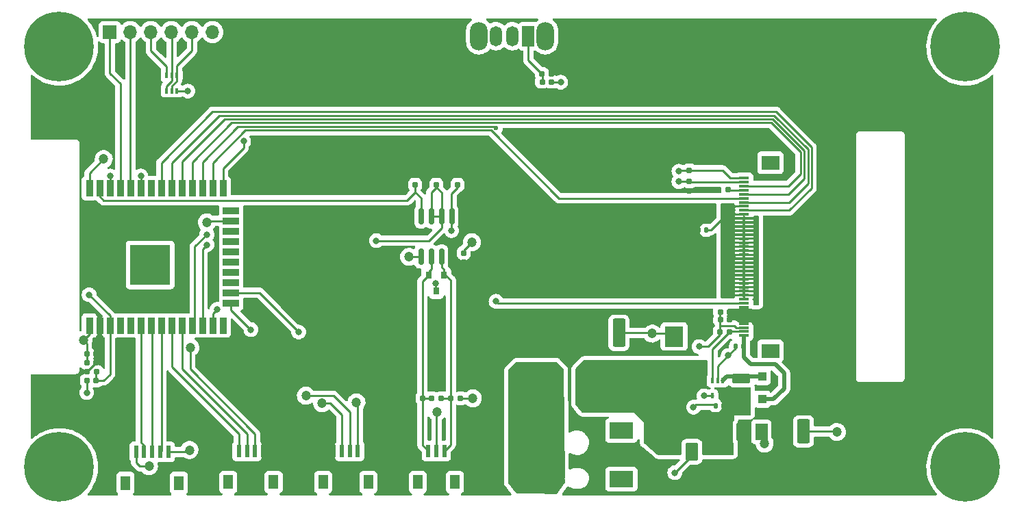
<source format=gtl>
G04 #@! TF.GenerationSoftware,KiCad,Pcbnew,(6.0.0)*
G04 #@! TF.CreationDate,2022-01-01T11:54:16+05:30*
G04 #@! TF.ProjectId,ESP32_BoardV1,45535033-325f-4426-9f61-726456312e6b,rev?*
G04 #@! TF.SameCoordinates,Original*
G04 #@! TF.FileFunction,Copper,L1,Top*
G04 #@! TF.FilePolarity,Positive*
%FSLAX46Y46*%
G04 Gerber Fmt 4.6, Leading zero omitted, Abs format (unit mm)*
G04 Created by KiCad (PCBNEW (6.0.0)) date 2022-01-01 11:54:16*
%MOMM*%
%LPD*%
G01*
G04 APERTURE LIST*
G04 Aperture macros list*
%AMRoundRect*
0 Rectangle with rounded corners*
0 $1 Rounding radius*
0 $2 $3 $4 $5 $6 $7 $8 $9 X,Y pos of 4 corners*
0 Add a 4 corners polygon primitive as box body*
4,1,4,$2,$3,$4,$5,$6,$7,$8,$9,$2,$3,0*
0 Add four circle primitives for the rounded corners*
1,1,$1+$1,$2,$3*
1,1,$1+$1,$4,$5*
1,1,$1+$1,$6,$7*
1,1,$1+$1,$8,$9*
0 Add four rect primitives between the rounded corners*
20,1,$1+$1,$2,$3,$4,$5,0*
20,1,$1+$1,$4,$5,$6,$7,0*
20,1,$1+$1,$6,$7,$8,$9,0*
20,1,$1+$1,$8,$9,$2,$3,0*%
G04 Aperture macros list end*
G04 #@! TA.AperFunction,SMDPad,CuDef*
%ADD10RoundRect,0.155000X0.212500X0.155000X-0.212500X0.155000X-0.212500X-0.155000X0.212500X-0.155000X0*%
G04 #@! TD*
G04 #@! TA.AperFunction,ComponentPad*
%ADD11C,0.900000*%
G04 #@! TD*
G04 #@! TA.AperFunction,ComponentPad*
%ADD12C,8.600000*%
G04 #@! TD*
G04 #@! TA.AperFunction,ComponentPad*
%ADD13R,1.700000X1.700000*%
G04 #@! TD*
G04 #@! TA.AperFunction,ComponentPad*
%ADD14O,1.700000X1.700000*%
G04 #@! TD*
G04 #@! TA.AperFunction,SMDPad,CuDef*
%ADD15R,0.400000X0.650000*%
G04 #@! TD*
G04 #@! TA.AperFunction,SMDPad,CuDef*
%ADD16RoundRect,0.160000X-0.197500X-0.160000X0.197500X-0.160000X0.197500X0.160000X-0.197500X0.160000X0*%
G04 #@! TD*
G04 #@! TA.AperFunction,SMDPad,CuDef*
%ADD17R,0.900000X2.000000*%
G04 #@! TD*
G04 #@! TA.AperFunction,SMDPad,CuDef*
%ADD18R,2.000000X0.900000*%
G04 #@! TD*
G04 #@! TA.AperFunction,SMDPad,CuDef*
%ADD19R,5.000000X5.000000*%
G04 #@! TD*
G04 #@! TA.AperFunction,SMDPad,CuDef*
%ADD20R,0.600000X1.550000*%
G04 #@! TD*
G04 #@! TA.AperFunction,SMDPad,CuDef*
%ADD21R,1.200000X1.800000*%
G04 #@! TD*
G04 #@! TA.AperFunction,SMDPad,CuDef*
%ADD22RoundRect,0.160000X0.197500X0.160000X-0.197500X0.160000X-0.197500X-0.160000X0.197500X-0.160000X0*%
G04 #@! TD*
G04 #@! TA.AperFunction,ComponentPad*
%ADD23O,2.200000X3.500000*%
G04 #@! TD*
G04 #@! TA.AperFunction,ComponentPad*
%ADD24R,1.500000X2.500000*%
G04 #@! TD*
G04 #@! TA.AperFunction,ComponentPad*
%ADD25O,1.500000X2.500000*%
G04 #@! TD*
G04 #@! TA.AperFunction,SMDPad,CuDef*
%ADD26R,2.300000X2.500000*%
G04 #@! TD*
G04 #@! TA.AperFunction,SMDPad,CuDef*
%ADD27RoundRect,0.250000X-0.550000X0.850000X-0.550000X-0.850000X0.550000X-0.850000X0.550000X0.850000X0*%
G04 #@! TD*
G04 #@! TA.AperFunction,SMDPad,CuDef*
%ADD28R,1.500000X2.000000*%
G04 #@! TD*
G04 #@! TA.AperFunction,SMDPad,CuDef*
%ADD29R,3.800000X2.000000*%
G04 #@! TD*
G04 #@! TA.AperFunction,SMDPad,CuDef*
%ADD30RoundRect,0.250000X0.550000X-1.250000X0.550000X1.250000X-0.550000X1.250000X-0.550000X-1.250000X0*%
G04 #@! TD*
G04 #@! TA.AperFunction,SMDPad,CuDef*
%ADD31R,1.300000X0.300000*%
G04 #@! TD*
G04 #@! TA.AperFunction,SMDPad,CuDef*
%ADD32R,2.200000X1.800000*%
G04 #@! TD*
G04 #@! TA.AperFunction,SMDPad,CuDef*
%ADD33RoundRect,0.160000X0.160000X-0.197500X0.160000X0.197500X-0.160000X0.197500X-0.160000X-0.197500X0*%
G04 #@! TD*
G04 #@! TA.AperFunction,SMDPad,CuDef*
%ADD34RoundRect,0.160000X-0.160000X0.197500X-0.160000X-0.197500X0.160000X-0.197500X0.160000X0.197500X0*%
G04 #@! TD*
G04 #@! TA.AperFunction,SMDPad,CuDef*
%ADD35RoundRect,0.155000X-0.155000X0.212500X-0.155000X-0.212500X0.155000X-0.212500X0.155000X0.212500X0*%
G04 #@! TD*
G04 #@! TA.AperFunction,SMDPad,CuDef*
%ADD36R,0.800000X0.900000*%
G04 #@! TD*
G04 #@! TA.AperFunction,SMDPad,CuDef*
%ADD37RoundRect,0.150000X-0.150000X0.825000X-0.150000X-0.825000X0.150000X-0.825000X0.150000X0.825000X0*%
G04 #@! TD*
G04 #@! TA.AperFunction,SMDPad,CuDef*
%ADD38R,3.000000X2.000000*%
G04 #@! TD*
G04 #@! TA.AperFunction,SMDPad,CuDef*
%ADD39RoundRect,0.250000X0.375000X0.625000X-0.375000X0.625000X-0.375000X-0.625000X0.375000X-0.625000X0*%
G04 #@! TD*
G04 #@! TA.AperFunction,SMDPad,CuDef*
%ADD40RoundRect,0.140000X0.140000X0.170000X-0.140000X0.170000X-0.140000X-0.170000X0.140000X-0.170000X0*%
G04 #@! TD*
G04 #@! TA.AperFunction,SMDPad,CuDef*
%ADD41RoundRect,0.250000X0.550000X-1.500000X0.550000X1.500000X-0.550000X1.500000X-0.550000X-1.500000X0*%
G04 #@! TD*
G04 #@! TA.AperFunction,SMDPad,CuDef*
%ADD42RoundRect,0.140000X-0.140000X-0.170000X0.140000X-0.170000X0.140000X0.170000X-0.140000X0.170000X0*%
G04 #@! TD*
G04 #@! TA.AperFunction,SMDPad,CuDef*
%ADD43R,1.100000X1.100000*%
G04 #@! TD*
G04 #@! TA.AperFunction,SMDPad,CuDef*
%ADD44RoundRect,0.250000X0.850000X-0.375000X0.850000X0.375000X-0.850000X0.375000X-0.850000X-0.375000X0*%
G04 #@! TD*
G04 #@! TA.AperFunction,ViaPad*
%ADD45C,1.200000*%
G04 #@! TD*
G04 #@! TA.AperFunction,ViaPad*
%ADD46C,0.800000*%
G04 #@! TD*
G04 #@! TA.AperFunction,ViaPad*
%ADD47C,0.600000*%
G04 #@! TD*
G04 #@! TA.AperFunction,Conductor*
%ADD48C,0.250000*%
G04 #@! TD*
G04 #@! TA.AperFunction,Conductor*
%ADD49C,0.500000*%
G04 #@! TD*
G04 APERTURE END LIST*
D10*
X93567500Y-138100000D03*
X92432500Y-138100000D03*
X93567500Y-140300000D03*
X92432500Y-140300000D03*
X93567500Y-137000000D03*
X92432500Y-137000000D03*
D11*
X91280419Y-96719581D03*
X89000000Y-102225000D03*
X85775000Y-99000000D03*
X89000000Y-95775000D03*
X92225000Y-99000000D03*
X91280419Y-101280419D03*
X86719581Y-96719581D03*
D12*
X89000000Y-99000000D03*
D11*
X86719581Y-101280419D03*
X89000000Y-154225000D03*
X91280419Y-153280419D03*
D12*
X89000000Y-151000000D03*
D11*
X86719581Y-153280419D03*
X89000000Y-147775000D03*
X86719581Y-148719581D03*
X91280419Y-148719581D03*
X85775000Y-151000000D03*
X92225000Y-151000000D03*
X203280419Y-101280419D03*
X204225000Y-99000000D03*
X197775000Y-99000000D03*
X203280419Y-96719581D03*
X198719581Y-101280419D03*
D12*
X201000000Y-99000000D03*
D11*
X201000000Y-95775000D03*
X198719581Y-96719581D03*
X201000000Y-102225000D03*
D13*
X95250000Y-97200000D03*
D14*
X97790000Y-97200000D03*
X100330000Y-97200000D03*
X102870000Y-97200000D03*
X105410000Y-97200000D03*
X107950000Y-97200000D03*
D15*
X102250000Y-104450000D03*
X102900000Y-104450000D03*
X103550000Y-104450000D03*
X103550000Y-102550000D03*
X102900000Y-102550000D03*
X102250000Y-102550000D03*
D16*
X135027500Y-142500000D03*
X136222500Y-142500000D03*
X137402500Y-142500000D03*
X138597500Y-142500000D03*
D17*
X92745000Y-133500000D03*
X94015000Y-133500000D03*
X95285000Y-133500000D03*
X96555000Y-133500000D03*
X97825000Y-133500000D03*
X99095000Y-133500000D03*
X100365000Y-133500000D03*
X101635000Y-133500000D03*
X102905000Y-133500000D03*
X104175000Y-133500000D03*
X105445000Y-133500000D03*
X106715000Y-133500000D03*
X107985000Y-133500000D03*
X109255000Y-133500000D03*
D18*
X110255000Y-130715000D03*
X110255000Y-129445000D03*
X110255000Y-128175000D03*
X110255000Y-126905000D03*
X110255000Y-125635000D03*
X110255000Y-124365000D03*
X110255000Y-123095000D03*
X110255000Y-121825000D03*
X110255000Y-120555000D03*
X110255000Y-119285000D03*
D17*
X109255000Y-116500000D03*
X107985000Y-116500000D03*
X106715000Y-116500000D03*
X105445000Y-116500000D03*
X104175000Y-116500000D03*
X102905000Y-116500000D03*
X101635000Y-116500000D03*
X100365000Y-116500000D03*
X99095000Y-116500000D03*
X97825000Y-116500000D03*
X96555000Y-116500000D03*
X95285000Y-116500000D03*
X94015000Y-116500000D03*
X92745000Y-116500000D03*
D19*
X100245000Y-126000000D03*
D10*
X171867500Y-132800000D03*
X170732500Y-132800000D03*
D20*
X122916666Y-149000000D03*
X123916666Y-149000000D03*
X124916666Y-149000000D03*
X125916666Y-149000000D03*
D21*
X121616666Y-152875000D03*
X127216666Y-152875000D03*
D16*
X132702500Y-142500000D03*
X133897500Y-142500000D03*
D10*
X149837500Y-103352500D03*
X148702500Y-103352500D03*
D22*
X149867500Y-102352500D03*
X148672500Y-102352500D03*
D23*
X140900000Y-97702500D03*
X149100000Y-97702500D03*
D24*
X147000000Y-97702500D03*
D25*
X145000000Y-97702500D03*
X143000000Y-97702500D03*
D20*
X134625000Y-149000000D03*
X135625000Y-149000000D03*
X136625000Y-149000000D03*
D21*
X133325000Y-152875000D03*
X137925000Y-152875000D03*
D26*
X165000000Y-139150000D03*
X165000000Y-134850000D03*
D27*
X167200000Y-146100000D03*
X167200000Y-149100000D03*
D28*
X175800000Y-146650000D03*
X173500000Y-146650000D03*
D29*
X173500000Y-152950000D03*
D28*
X171200000Y-146650000D03*
D11*
X204225000Y-151000000D03*
X201000000Y-154225000D03*
X197775000Y-151000000D03*
X203280419Y-153280419D03*
X203280419Y-148719581D03*
X198719581Y-148719581D03*
D12*
X201000000Y-151000000D03*
D11*
X201000000Y-147775000D03*
X198719581Y-153280419D03*
D30*
X181000000Y-151000000D03*
X181000000Y-146600000D03*
D10*
X171867500Y-131800000D03*
X170732500Y-131800000D03*
D31*
X173650000Y-134750000D03*
X173650000Y-134250000D03*
X173650000Y-133750000D03*
X173650000Y-133250000D03*
X173650000Y-132750000D03*
X173650000Y-132250000D03*
X173650000Y-131750000D03*
X173650000Y-131250000D03*
X173650000Y-130750000D03*
X173650000Y-130250000D03*
X173650000Y-129750000D03*
X173650000Y-129250000D03*
X173650000Y-128750000D03*
X173650000Y-128250000D03*
X173650000Y-127750000D03*
X173650000Y-127250000D03*
X173650000Y-126750000D03*
X173650000Y-126250000D03*
X173650000Y-125750000D03*
X173650000Y-125250000D03*
X173650000Y-124750000D03*
X173650000Y-124250000D03*
X173650000Y-123750000D03*
X173650000Y-123250000D03*
X173650000Y-122750000D03*
X173650000Y-122250000D03*
X173650000Y-121750000D03*
X173650000Y-121250000D03*
X173650000Y-120750000D03*
X173650000Y-120250000D03*
X173650000Y-119750000D03*
X173650000Y-119250000D03*
X173650000Y-118750000D03*
X173650000Y-118250000D03*
X173650000Y-117750000D03*
X173650000Y-117250000D03*
X173650000Y-116750000D03*
X173650000Y-116250000D03*
X173650000Y-115750000D03*
X173650000Y-115250000D03*
D32*
X176900000Y-113350000D03*
X176900000Y-136650000D03*
D33*
X166900000Y-114297500D03*
X166900000Y-113102500D03*
D34*
X166900000Y-115652500D03*
X166900000Y-116847500D03*
D35*
X139000000Y-124532500D03*
X139000000Y-125667500D03*
D36*
X136575000Y-127250000D03*
X134675000Y-127250000D03*
X135625000Y-129250000D03*
D34*
X135625000Y-114902500D03*
X135625000Y-116097500D03*
X138250000Y-114902500D03*
X138250000Y-116097500D03*
D37*
X137530000Y-120025000D03*
X136260000Y-120025000D03*
X134990000Y-120025000D03*
X133720000Y-120025000D03*
X133720000Y-124975000D03*
X134990000Y-124975000D03*
X136260000Y-124975000D03*
X137530000Y-124975000D03*
D34*
X133000000Y-114902500D03*
X133000000Y-116097500D03*
D16*
X92402500Y-139200000D03*
X93597500Y-139200000D03*
D38*
X147500000Y-146500000D03*
X147500000Y-152500000D03*
X158500000Y-146500000D03*
X158500000Y-152500000D03*
D39*
X153400000Y-141000000D03*
X150600000Y-141000000D03*
D20*
X111208333Y-149000000D03*
X112208333Y-149000000D03*
X113208333Y-149000000D03*
X114208333Y-149000000D03*
D21*
X109908333Y-152875000D03*
X115508333Y-152875000D03*
D20*
X98500000Y-149125000D03*
X99500000Y-149125000D03*
X100500000Y-149125000D03*
X101500000Y-149125000D03*
X102500000Y-149125000D03*
D21*
X97200000Y-153000000D03*
X103800000Y-153000000D03*
D40*
X173560000Y-136100000D03*
X172600000Y-136100000D03*
D41*
X158200000Y-140000000D03*
X158200000Y-134400000D03*
D40*
X171080000Y-143400000D03*
X170120000Y-143400000D03*
D42*
X168020000Y-121700000D03*
X168980000Y-121700000D03*
D16*
X170502500Y-116700000D03*
X171697500Y-116700000D03*
D43*
X175900000Y-142600000D03*
X175900000Y-139800000D03*
D44*
X173300000Y-142175000D03*
X173300000Y-140025000D03*
D16*
X170670000Y-134300000D03*
X171865000Y-134300000D03*
D15*
X171050000Y-140300000D03*
X170400000Y-140300000D03*
X169750000Y-140300000D03*
X169750000Y-142200000D03*
X171050000Y-142200000D03*
D45*
X163600000Y-147500000D03*
X100100000Y-150900000D03*
X163300000Y-115100000D03*
X144100000Y-114000000D03*
D46*
X92700000Y-129700000D03*
X111800000Y-110700000D03*
X104900000Y-104500000D03*
X158500000Y-147000000D03*
X157500000Y-147000000D03*
X157500000Y-153000000D03*
X159500000Y-146000000D03*
X159500000Y-153000000D03*
X157500000Y-152000000D03*
X158500000Y-146000000D03*
X159500000Y-147000000D03*
X158500000Y-152000000D03*
X158500000Y-153000000D03*
X157500000Y-146000000D03*
X159500000Y-152000000D03*
X102250000Y-127000000D03*
X135500000Y-128250000D03*
X99250000Y-127000000D03*
X102250000Y-124000000D03*
X100250000Y-124000000D03*
D45*
X172000000Y-125000000D03*
D46*
X101250000Y-127000000D03*
X100250000Y-128000000D03*
X101250000Y-125000000D03*
X100250000Y-126000000D03*
X98250000Y-124000000D03*
X102250000Y-125000000D03*
D45*
X162300000Y-134500000D03*
X125750000Y-143000000D03*
X140127000Y-142500000D03*
D46*
X102250000Y-126000000D03*
X100250000Y-127000000D03*
X167400000Y-143600000D03*
X98250000Y-126000000D03*
D45*
X105100000Y-148900000D03*
X172000000Y-119250000D03*
D46*
X168100000Y-136100000D03*
D45*
X92000000Y-135300000D03*
D46*
X100250000Y-125000000D03*
X98250000Y-128000000D03*
X99250000Y-126000000D03*
X99250000Y-125000000D03*
X101250000Y-128000000D03*
X101250000Y-126000000D03*
X101250000Y-124000000D03*
X92400000Y-141800000D03*
D45*
X140000000Y-123200000D03*
D46*
X151000000Y-103400000D03*
X98250000Y-127000000D03*
D45*
X94500000Y-112900000D03*
D46*
X99250000Y-128000000D03*
D45*
X132250000Y-125000000D03*
D46*
X171700000Y-137200000D03*
X102250000Y-128000000D03*
D45*
X176200000Y-148100000D03*
D46*
X99250000Y-124000000D03*
X165100000Y-151700000D03*
D45*
X135700000Y-144200000D03*
X185150000Y-146670000D03*
D46*
X112700000Y-134000000D03*
X98250000Y-125000000D03*
X95300000Y-115000000D03*
X165600000Y-114400000D03*
D45*
X121500000Y-143099490D03*
X119500000Y-142174990D03*
D46*
X99100000Y-115000000D03*
X165600000Y-115700000D03*
X143000000Y-130500000D03*
X108500000Y-131500000D03*
D47*
X143000000Y-109073060D03*
D45*
X107250000Y-120750000D03*
X105200000Y-136200000D03*
D46*
X137500000Y-121750000D03*
X107250000Y-122250000D03*
X107250000Y-123500000D03*
X128200000Y-123000000D03*
X118600000Y-134300000D03*
X168700000Y-142200000D03*
D48*
X100100000Y-150900000D02*
X98951472Y-150900000D01*
X98500000Y-150448528D02*
X98500000Y-149125000D01*
X98951472Y-150900000D02*
X98500000Y-150448528D01*
X93567500Y-138100000D02*
X93502500Y-138100000D01*
X166900000Y-113102500D02*
X165297500Y-113102500D01*
X92402500Y-139200000D02*
X92467500Y-139200000D01*
X165047500Y-116847500D02*
X163300000Y-115100000D01*
X93502500Y-138100000D02*
X92402500Y-139200000D01*
X170502500Y-116700000D02*
X167047500Y-116700000D01*
X165297500Y-113102500D02*
X163300000Y-115100000D01*
X173650000Y-131750000D02*
X173650000Y-131250000D01*
X173650000Y-133250000D02*
X173650000Y-132750000D01*
X167047500Y-116700000D02*
X166900000Y-116847500D01*
X166900000Y-116847500D02*
X165047500Y-116847500D01*
X172000000Y-131800000D02*
X172000000Y-132800000D01*
X102250000Y-101450000D02*
X102250000Y-102550000D01*
X94500000Y-140300000D02*
X93567500Y-140300000D01*
X92700000Y-129700000D02*
X95285000Y-132285000D01*
X93567500Y-139230000D02*
X93597500Y-139200000D01*
X95285000Y-139515000D02*
X94500000Y-140300000D01*
X100330000Y-99530000D02*
X102250000Y-101450000D01*
X95285000Y-133500000D02*
X95285000Y-139515000D01*
X100330000Y-97200000D02*
X100330000Y-99530000D01*
X93567500Y-140300000D02*
X93567500Y-139230000D01*
X95285000Y-132285000D02*
X95285000Y-133500000D01*
X134990000Y-126510000D02*
X134990000Y-124975000D01*
X135027500Y-142500000D02*
X133897500Y-142500000D01*
X134675000Y-127250000D02*
X134675000Y-126825000D01*
X134675000Y-126825000D02*
X134990000Y-126510000D01*
X134625000Y-149000000D02*
X133900000Y-148275000D01*
X133900000Y-148275000D02*
X133900000Y-142800000D01*
X133897500Y-142272500D02*
X133897500Y-128027500D01*
X133897500Y-128027500D02*
X134675000Y-127250000D01*
X137400000Y-148225000D02*
X137400000Y-127900000D01*
X136750000Y-127250000D02*
X136575000Y-127250000D01*
X137402500Y-142500000D02*
X136222500Y-142500000D01*
X136260000Y-126260000D02*
X136260000Y-124975000D01*
X136575000Y-127250000D02*
X136575000Y-126575000D01*
X136575000Y-126575000D02*
X136260000Y-126260000D01*
X137400000Y-127900000D02*
X136750000Y-127250000D01*
X136625000Y-149000000D02*
X137400000Y-148225000D01*
X102250000Y-104450000D02*
X102250000Y-103875000D01*
X102250000Y-103875000D02*
X102900000Y-103225000D01*
X102900000Y-103225000D02*
X102900000Y-102550000D01*
X102900000Y-102550000D02*
X102900000Y-97230000D01*
X103550000Y-103210718D02*
X103550000Y-102550000D01*
X103550000Y-101350000D02*
X103550000Y-102550000D01*
X102900000Y-104450000D02*
X102900000Y-103860718D01*
X105410000Y-99490000D02*
X103550000Y-101350000D01*
X102900000Y-103860718D02*
X103550000Y-103210718D01*
X105410000Y-97200000D02*
X105410000Y-99490000D01*
X95250000Y-102250000D02*
X95250000Y-97200000D01*
X96555000Y-103555000D02*
X95250000Y-102250000D01*
X96555000Y-116500000D02*
X96555000Y-103555000D01*
X97790000Y-116465000D02*
X97790000Y-97200000D01*
X99095000Y-133500000D02*
X99095000Y-147905000D01*
X99095000Y-147905000D02*
X99500000Y-148310000D01*
X99500000Y-148310000D02*
X99500000Y-149125000D01*
X100500000Y-149125000D02*
X100500000Y-133635000D01*
X101635000Y-133500000D02*
X101635000Y-148990000D01*
X111800000Y-110700000D02*
X111800000Y-111500000D01*
X109255000Y-114045000D02*
X109255000Y-116500000D01*
X111800000Y-111500000D02*
X109255000Y-114045000D01*
X104900000Y-104500000D02*
X103600000Y-104500000D01*
X162300000Y-134500000D02*
X164650000Y-134500000D01*
X169550000Y-121700000D02*
X172000000Y-119250000D01*
X92745000Y-133500000D02*
X92745000Y-134555000D01*
X104875000Y-149125000D02*
X102500000Y-149125000D01*
X169200000Y-136100000D02*
X168100000Y-136100000D01*
X172500000Y-119750000D02*
X172000000Y-119250000D01*
X170670000Y-134300000D02*
X170670000Y-131862500D01*
X92745000Y-114655000D02*
X92745000Y-116500000D01*
X140000000Y-123200000D02*
X140000000Y-123050000D01*
X167200000Y-149100000D02*
X167200000Y-149600000D01*
X173650000Y-118750000D02*
X172500000Y-118750000D01*
X170670000Y-134300000D02*
X170670000Y-134630000D01*
X172600000Y-136300000D02*
X171700000Y-137200000D01*
X170670000Y-131862500D02*
X170732500Y-131800000D01*
X110255000Y-131555000D02*
X112700000Y-134000000D01*
X92432500Y-135732500D02*
X92000000Y-135300000D01*
X92432500Y-140300000D02*
X92432500Y-141767500D01*
X167700000Y-143300000D02*
X170120000Y-143300000D01*
X167400000Y-143600000D02*
X167700000Y-143300000D01*
X135625000Y-144275000D02*
X135625000Y-149000000D01*
X133720000Y-124975000D02*
X132275000Y-124975000D01*
X167200000Y-149600000D02*
X165100000Y-151700000D01*
X150952500Y-103352500D02*
X149837500Y-103352500D01*
X140127000Y-142500000D02*
X138597500Y-142500000D01*
X168980000Y-121700000D02*
X169550000Y-121700000D01*
X125916666Y-143166666D02*
X125916666Y-149000000D01*
X164650000Y-134500000D02*
X165000000Y-134850000D01*
X139000000Y-124200000D02*
X140000000Y-123200000D01*
X185080000Y-146600000D02*
X181000000Y-146600000D01*
X162300000Y-134500000D02*
X162200000Y-134400000D01*
X135700000Y-144200000D02*
X135625000Y-144275000D01*
X170400000Y-138500000D02*
X171700000Y-137200000D01*
X92432500Y-141767500D02*
X92400000Y-141800000D01*
X162200000Y-134400000D02*
X158200000Y-134400000D01*
X172500000Y-118750000D02*
X172000000Y-119250000D01*
X172700978Y-133750000D02*
X173650000Y-133750000D01*
X135500000Y-128250000D02*
X135500000Y-129125000D01*
X110255000Y-130715000D02*
X110255000Y-131555000D01*
X139000000Y-124532500D02*
X139000000Y-124200000D01*
X173650000Y-119750000D02*
X172500000Y-119750000D01*
X170400000Y-140300000D02*
X170400000Y-138500000D01*
X125750000Y-143000000D02*
X125916666Y-143166666D01*
X172450978Y-133500000D02*
X172700978Y-133750000D01*
X151000000Y-103400000D02*
X150952500Y-103352500D01*
X170670000Y-134630000D02*
X169200000Y-136100000D01*
X173650000Y-129750000D02*
X173650000Y-130250000D01*
X105100000Y-148900000D02*
X104875000Y-149125000D01*
X94500000Y-112900000D02*
X92745000Y-114655000D01*
X132275000Y-124975000D02*
X132250000Y-125000000D01*
X172600000Y-136100000D02*
X172600000Y-136300000D01*
X92432500Y-138100000D02*
X92432500Y-135732500D01*
X170700000Y-133500000D02*
X172450978Y-133500000D01*
X135500000Y-129125000D02*
X135625000Y-129250000D01*
X92745000Y-134555000D02*
X92000000Y-135300000D01*
X185150000Y-146670000D02*
X185080000Y-146600000D01*
X176200000Y-148100000D02*
X176200000Y-146500000D01*
X148702500Y-103352500D02*
X148702500Y-102785000D01*
X147000000Y-100680000D02*
X147000000Y-97702500D01*
X148702500Y-102785000D02*
X148702500Y-102382500D01*
X148672500Y-102352500D02*
X147000000Y-100680000D01*
X102905000Y-138605000D02*
X111208333Y-146908333D01*
X111208333Y-146908333D02*
X111208333Y-149000000D01*
X102905000Y-133500000D02*
X102905000Y-138605000D01*
X112208333Y-146871923D02*
X104175000Y-138838590D01*
X112208333Y-149000000D02*
X112208333Y-146871923D01*
X104175000Y-138838590D02*
X104175000Y-133500000D01*
X165702500Y-114297500D02*
X165600000Y-114400000D01*
X121500000Y-143099490D02*
X122499490Y-143099490D01*
X123916666Y-144516666D02*
X123916666Y-149000000D01*
X171000000Y-114300000D02*
X166902500Y-114300000D01*
X122499490Y-143099490D02*
X123916666Y-144516666D01*
X173650000Y-115250000D02*
X171950000Y-115250000D01*
X95300000Y-115000000D02*
X95285000Y-115015000D01*
X171950000Y-115250000D02*
X171000000Y-114300000D01*
X166900000Y-114297500D02*
X165702500Y-114297500D01*
X166902500Y-114300000D02*
X166900000Y-114297500D01*
X95285000Y-115015000D02*
X95285000Y-116500000D01*
X165647500Y-115652500D02*
X165600000Y-115700000D01*
X119500000Y-142174990D02*
X122874990Y-142174990D01*
X99100000Y-116495000D02*
X99095000Y-116500000D01*
X99100000Y-115000000D02*
X99100000Y-116495000D01*
X124916666Y-144216666D02*
X124916666Y-149000000D01*
X122874990Y-142174990D02*
X124916666Y-144216666D01*
X166852500Y-115700000D02*
X166900000Y-115652500D01*
X165600000Y-115700000D02*
X166852500Y-115700000D01*
X173650000Y-115750000D02*
X166997500Y-115750000D01*
X166997500Y-115750000D02*
X166900000Y-115652500D01*
X180651440Y-112058594D02*
X180651440Y-114698560D01*
X110300000Y-108400000D02*
X176992846Y-108400000D01*
X176992846Y-108400000D02*
X180651440Y-112058594D01*
X105445000Y-113255000D02*
X110300000Y-108400000D01*
X180651440Y-114698560D02*
X179100000Y-116250000D01*
X179100000Y-116250000D02*
X173650000Y-116250000D01*
X105445000Y-116500000D02*
X105445000Y-113255000D01*
X104175000Y-113225000D02*
X109449520Y-107950480D01*
X181100960Y-115299040D02*
X179150000Y-117250000D01*
X104175000Y-116500000D02*
X104175000Y-113225000D01*
X181100960Y-111872396D02*
X181100960Y-115299040D01*
X179150000Y-117250000D02*
X173650000Y-117250000D01*
X177179044Y-107950480D02*
X181100960Y-111872396D01*
X109449520Y-107950480D02*
X177179044Y-107950480D01*
X150793747Y-117750000D02*
X173650000Y-117750000D01*
X142393267Y-109349520D02*
X150793747Y-117750000D01*
X112025480Y-109349520D02*
X142393267Y-109349520D01*
X107985000Y-113390000D02*
X112025480Y-109349520D01*
X107985000Y-116500000D02*
X107985000Y-113390000D01*
X179250000Y-118250000D02*
X181550480Y-115949520D01*
X181550480Y-111686198D02*
X177365242Y-107500960D01*
X108749040Y-107500960D02*
X102905000Y-113345000D01*
X177365242Y-107500960D02*
X108749040Y-107500960D01*
X173650000Y-118250000D02*
X179250000Y-118250000D01*
X181550480Y-115949520D02*
X181550480Y-111686198D01*
X102905000Y-113345000D02*
X102905000Y-116500000D01*
X182000000Y-116500000D02*
X182000000Y-111450000D01*
X182000000Y-111450000D02*
X177601440Y-107051440D01*
X173650000Y-119250000D02*
X179250000Y-119250000D01*
X177601440Y-107051440D02*
X107948560Y-107051440D01*
X101635000Y-113365000D02*
X101635000Y-116500000D01*
X107948560Y-107051440D02*
X101635000Y-113365000D01*
X179250000Y-119250000D02*
X182000000Y-116500000D01*
X108500000Y-131500000D02*
X107985000Y-132015000D01*
X143000000Y-130500000D02*
X143250000Y-130750000D01*
X107985000Y-132015000D02*
X107985000Y-133500000D01*
X143250000Y-130750000D02*
X173650000Y-130750000D01*
X111100000Y-108900000D02*
X142826940Y-108900000D01*
X106715000Y-116500000D02*
X106715000Y-113285000D01*
X142826940Y-108900000D02*
X143000000Y-109073060D01*
X106715000Y-113285000D02*
X111100000Y-108900000D01*
X105200000Y-136200000D02*
X105200000Y-138900000D01*
X113208333Y-146908333D02*
X113208333Y-149000000D01*
X107445000Y-120555000D02*
X110255000Y-120555000D01*
X107250000Y-120750000D02*
X107445000Y-120555000D01*
X105200000Y-138900000D02*
X113208333Y-146908333D01*
X133720000Y-117720000D02*
X133000000Y-117000000D01*
X94015000Y-116500000D02*
X94015000Y-117515000D01*
X133720000Y-120025000D02*
X133720000Y-117720000D01*
X132000000Y-118000000D02*
X133000000Y-117000000D01*
X94500000Y-118000000D02*
X132000000Y-118000000D01*
X133000000Y-117000000D02*
X133000000Y-116412500D01*
X94015000Y-117515000D02*
X94500000Y-118000000D01*
X105750000Y-133195000D02*
X105445000Y-133500000D01*
X105750000Y-123750000D02*
X105750000Y-133195000D01*
X137500000Y-121750000D02*
X137500000Y-117162500D01*
X137500000Y-117162500D02*
X138250000Y-116412500D01*
X107250000Y-122250000D02*
X105750000Y-123750000D01*
X134990000Y-120025000D02*
X134990000Y-117047500D01*
X134700000Y-123000000D02*
X136260000Y-121440000D01*
X136260000Y-117047500D02*
X135625000Y-116412500D01*
X134990000Y-117047500D02*
X135625000Y-116412500D01*
X107250000Y-123500000D02*
X106715000Y-124035000D01*
X135015000Y-120000000D02*
X135700000Y-120000000D01*
X128200000Y-123000000D02*
X134700000Y-123000000D01*
X135725000Y-120025000D02*
X136260000Y-120025000D01*
X136260000Y-120025000D02*
X136260000Y-117047500D01*
X134990000Y-120025000D02*
X135015000Y-120000000D01*
X135700000Y-120000000D02*
X135725000Y-120025000D01*
X106715000Y-124035000D02*
X106715000Y-133500000D01*
X136260000Y-121440000D02*
X136260000Y-120025000D01*
X118600000Y-134300000D02*
X113745000Y-129445000D01*
X113745000Y-129445000D02*
X110255000Y-129445000D01*
X168700000Y-142200000D02*
X169850000Y-142200000D01*
X171915000Y-134250000D02*
X169750000Y-136415000D01*
X169750000Y-136415000D02*
X169750000Y-140300000D01*
X173650000Y-134250000D02*
X171915000Y-134250000D01*
X173680000Y-134780000D02*
X173650000Y-134750000D01*
D49*
X177300000Y-142600000D02*
X178600000Y-141300000D01*
X178600000Y-141300000D02*
X178600000Y-139400000D01*
X178600000Y-139400000D02*
X177500000Y-138300000D01*
X175900000Y-142600000D02*
X177300000Y-142600000D01*
X177500000Y-138300000D02*
X174500000Y-138300000D01*
X174500000Y-138300000D02*
X173600000Y-137400000D01*
X173600000Y-137400000D02*
X173600000Y-134849511D01*
X175900000Y-139800000D02*
X173425000Y-139800000D01*
D48*
X173425000Y-139800000D02*
X173200000Y-140025000D01*
D49*
X171550000Y-139800000D02*
X171050000Y-140300000D01*
D48*
X173200000Y-140025000D02*
X172975000Y-139800000D01*
D49*
X172975000Y-139800000D02*
X171550000Y-139800000D01*
D48*
X173650000Y-116750000D02*
X171747500Y-116750000D01*
X171747500Y-116750000D02*
X171697500Y-116700000D01*
G04 #@! TA.AperFunction,Conductor*
G36*
X139963275Y-95528002D02*
G01*
X140009768Y-95581658D01*
X140019872Y-95651932D01*
X139990378Y-95716512D01*
X139960990Y-95741432D01*
X139955842Y-95744587D01*
X139951624Y-95747172D01*
X139759102Y-95911602D01*
X139594672Y-96104124D01*
X139462384Y-96319998D01*
X139460491Y-96324568D01*
X139460489Y-96324572D01*
X139369342Y-96544621D01*
X139365495Y-96553909D01*
X139364340Y-96558721D01*
X139315849Y-96760702D01*
X139306391Y-96800097D01*
X139306003Y-96805031D01*
X139292034Y-96982522D01*
X139291500Y-96989301D01*
X139291500Y-98415699D01*
X139291693Y-98418148D01*
X139291693Y-98418155D01*
X139292368Y-98426731D01*
X139306391Y-98604903D01*
X139365495Y-98851091D01*
X139367388Y-98855662D01*
X139367389Y-98855664D01*
X139444228Y-99041169D01*
X139462384Y-99085002D01*
X139594672Y-99300876D01*
X139759102Y-99493398D01*
X139951624Y-99657828D01*
X140167498Y-99790116D01*
X140172068Y-99792009D01*
X140172072Y-99792011D01*
X140392481Y-99883307D01*
X140401409Y-99887005D01*
X140482950Y-99906581D01*
X140642784Y-99944954D01*
X140642790Y-99944955D01*
X140647597Y-99946109D01*
X140900000Y-99965974D01*
X141152403Y-99946109D01*
X141157210Y-99944955D01*
X141157216Y-99944954D01*
X141317050Y-99906581D01*
X141398591Y-99887005D01*
X141407519Y-99883307D01*
X141627928Y-99792011D01*
X141627932Y-99792009D01*
X141632502Y-99790116D01*
X141848376Y-99657828D01*
X142040898Y-99493398D01*
X142195383Y-99312520D01*
X142254834Y-99273711D01*
X142325828Y-99273205D01*
X142361466Y-99289767D01*
X142391262Y-99309790D01*
X142596967Y-99400088D01*
X142602418Y-99401397D01*
X142602422Y-99401398D01*
X142809954Y-99451222D01*
X142815411Y-99452532D01*
X142899475Y-99457379D01*
X143034083Y-99465140D01*
X143034086Y-99465140D01*
X143039690Y-99465463D01*
X143262715Y-99438475D01*
X143477435Y-99372418D01*
X143482415Y-99369848D01*
X143482419Y-99369846D01*
X143672081Y-99271954D01*
X143672082Y-99271954D01*
X143677064Y-99269382D01*
X143855292Y-99132623D01*
X143859063Y-99128478D01*
X143859067Y-99128475D01*
X143906480Y-99076369D01*
X143967121Y-99039446D01*
X144038096Y-99041169D01*
X144087358Y-99070683D01*
X144204799Y-99184492D01*
X144391262Y-99309790D01*
X144596967Y-99400088D01*
X144602418Y-99401397D01*
X144602422Y-99401398D01*
X144809954Y-99451222D01*
X144815411Y-99452532D01*
X144899475Y-99457379D01*
X145034083Y-99465140D01*
X145034086Y-99465140D01*
X145039690Y-99465463D01*
X145262715Y-99438475D01*
X145477435Y-99372418D01*
X145482415Y-99369848D01*
X145482419Y-99369846D01*
X145672081Y-99271954D01*
X145672082Y-99271954D01*
X145677064Y-99269382D01*
X145681513Y-99265968D01*
X145681518Y-99265965D01*
X145687014Y-99261748D01*
X145753234Y-99236148D01*
X145822783Y-99250413D01*
X145864542Y-99286144D01*
X145886739Y-99315761D01*
X146003295Y-99403115D01*
X146139684Y-99454245D01*
X146201866Y-99461000D01*
X146240500Y-99461000D01*
X146308621Y-99481002D01*
X146355114Y-99534658D01*
X146366500Y-99587000D01*
X146366500Y-100601233D01*
X146365973Y-100612416D01*
X146364298Y-100619909D01*
X146364547Y-100627835D01*
X146364547Y-100627836D01*
X146366438Y-100687986D01*
X146366500Y-100691945D01*
X146366500Y-100719856D01*
X146366997Y-100723790D01*
X146366997Y-100723791D01*
X146367005Y-100723856D01*
X146367938Y-100735693D01*
X146369327Y-100779889D01*
X146374978Y-100799339D01*
X146378987Y-100818700D01*
X146381526Y-100838797D01*
X146384445Y-100846168D01*
X146384445Y-100846170D01*
X146397804Y-100879912D01*
X146401649Y-100891142D01*
X146413982Y-100933593D01*
X146418015Y-100940412D01*
X146418017Y-100940417D01*
X146424293Y-100951028D01*
X146432988Y-100968776D01*
X146440448Y-100987617D01*
X146445110Y-100994033D01*
X146445110Y-100994034D01*
X146466436Y-101023387D01*
X146472952Y-101033307D01*
X146495458Y-101071362D01*
X146509779Y-101085683D01*
X146522619Y-101100716D01*
X146534528Y-101117107D01*
X146540634Y-101122158D01*
X146568605Y-101145298D01*
X146577384Y-101153288D01*
X147769596Y-102345500D01*
X147803622Y-102407812D01*
X147806501Y-102434595D01*
X147806501Y-102565936D01*
X147806764Y-102568795D01*
X147806764Y-102568803D01*
X147808921Y-102592278D01*
X147812866Y-102635219D01*
X147814865Y-102641597D01*
X147814865Y-102641598D01*
X147839146Y-102719077D01*
X147861252Y-102789618D01*
X147873070Y-102809131D01*
X147891248Y-102877759D01*
X147881098Y-102922034D01*
X147880843Y-102922455D01*
X147832819Y-103075699D01*
X147826500Y-103144468D01*
X147826500Y-103560532D01*
X147832819Y-103629301D01*
X147853141Y-103694148D01*
X147875430Y-103765271D01*
X147880843Y-103782545D01*
X147964034Y-103919910D01*
X148077590Y-104033466D01*
X148214955Y-104116657D01*
X148222202Y-104118928D01*
X148222204Y-104118929D01*
X148283921Y-104138270D01*
X148368199Y-104164681D01*
X148436968Y-104171000D01*
X148968032Y-104171000D01*
X149036801Y-104164681D01*
X149121079Y-104138270D01*
X149182796Y-104118929D01*
X149182798Y-104118928D01*
X149190045Y-104116657D01*
X149204730Y-104107763D01*
X149273358Y-104089585D01*
X149335270Y-104107763D01*
X149349955Y-104116657D01*
X149357202Y-104118928D01*
X149357204Y-104118929D01*
X149418921Y-104138270D01*
X149503199Y-104164681D01*
X149571968Y-104171000D01*
X150103032Y-104171000D01*
X150171801Y-104164681D01*
X150256079Y-104138270D01*
X150317796Y-104118929D01*
X150317798Y-104118928D01*
X150325045Y-104116657D01*
X150329747Y-104113810D01*
X150399178Y-104104132D01*
X150454770Y-104126835D01*
X150507703Y-104165293D01*
X150543248Y-104191118D01*
X150549276Y-104193802D01*
X150549278Y-104193803D01*
X150711681Y-104266109D01*
X150717712Y-104268794D01*
X150811112Y-104288647D01*
X150898056Y-104307128D01*
X150898061Y-104307128D01*
X150904513Y-104308500D01*
X151095487Y-104308500D01*
X151101939Y-104307128D01*
X151101944Y-104307128D01*
X151188888Y-104288647D01*
X151282288Y-104268794D01*
X151288319Y-104266109D01*
X151450722Y-104193803D01*
X151450724Y-104193802D01*
X151456752Y-104191118D01*
X151611253Y-104078866D01*
X151615675Y-104073955D01*
X151734621Y-103941852D01*
X151734622Y-103941851D01*
X151739040Y-103936944D01*
X151821009Y-103794970D01*
X151831223Y-103777279D01*
X151831224Y-103777278D01*
X151834527Y-103771556D01*
X151893542Y-103589928D01*
X151896730Y-103559601D01*
X151912814Y-103406565D01*
X151913504Y-103400000D01*
X151911149Y-103377593D01*
X151894232Y-103216635D01*
X151894232Y-103216633D01*
X151893542Y-103210072D01*
X151834527Y-103028444D01*
X151739040Y-102863056D01*
X151611253Y-102721134D01*
X151456752Y-102608882D01*
X151450724Y-102606198D01*
X151450722Y-102606197D01*
X151288319Y-102533891D01*
X151288318Y-102533891D01*
X151282288Y-102531206D01*
X151184484Y-102510417D01*
X151101944Y-102492872D01*
X151101939Y-102492872D01*
X151095487Y-102491500D01*
X150904513Y-102491500D01*
X150898061Y-102492872D01*
X150898056Y-102492872D01*
X150815516Y-102510417D01*
X150717712Y-102531206D01*
X150711682Y-102533891D01*
X150711681Y-102533891D01*
X150549278Y-102606197D01*
X150549276Y-102606198D01*
X150543248Y-102608882D01*
X150537907Y-102612762D01*
X150537906Y-102612763D01*
X150527194Y-102620546D01*
X150460327Y-102644404D01*
X150387862Y-102626386D01*
X150358069Y-102608343D01*
X150325045Y-102588343D01*
X150317798Y-102586072D01*
X150317796Y-102586071D01*
X150256079Y-102566730D01*
X150171801Y-102540319D01*
X150103032Y-102534000D01*
X149664500Y-102534000D01*
X149596379Y-102513998D01*
X149549886Y-102460342D01*
X149538500Y-102408000D01*
X149538499Y-102141947D01*
X149538499Y-102139064D01*
X149535580Y-102107285D01*
X149532745Y-102076435D01*
X149532134Y-102069781D01*
X149530135Y-102063402D01*
X149486020Y-101922631D01*
X149486019Y-101922629D01*
X149483748Y-101915382D01*
X149399930Y-101776982D01*
X149285518Y-101662570D01*
X149147118Y-101578752D01*
X149139871Y-101576481D01*
X149139869Y-101576480D01*
X149077715Y-101557002D01*
X148992719Y-101530366D01*
X148923437Y-101524000D01*
X148792095Y-101524000D01*
X148723974Y-101503998D01*
X148703000Y-101487095D01*
X147670405Y-100454500D01*
X147636379Y-100392188D01*
X147633500Y-100365405D01*
X147633500Y-99587000D01*
X147653502Y-99518879D01*
X147707158Y-99472386D01*
X147759500Y-99461000D01*
X147798134Y-99461000D01*
X147801529Y-99460631D01*
X147801533Y-99460631D01*
X147854586Y-99454868D01*
X147924469Y-99467397D01*
X147956760Y-99490655D01*
X147959102Y-99493398D01*
X148151624Y-99657828D01*
X148367498Y-99790116D01*
X148372068Y-99792009D01*
X148372072Y-99792011D01*
X148592481Y-99883307D01*
X148601409Y-99887005D01*
X148682950Y-99906581D01*
X148842784Y-99944954D01*
X148842790Y-99944955D01*
X148847597Y-99946109D01*
X149100000Y-99965974D01*
X149352403Y-99946109D01*
X149357210Y-99944955D01*
X149357216Y-99944954D01*
X149517050Y-99906581D01*
X149598591Y-99887005D01*
X149607519Y-99883307D01*
X149827928Y-99792011D01*
X149827932Y-99792009D01*
X149832502Y-99790116D01*
X150048376Y-99657828D01*
X150240898Y-99493398D01*
X150405328Y-99300876D01*
X150537616Y-99085002D01*
X150555773Y-99041169D01*
X150632611Y-98855664D01*
X150632612Y-98855662D01*
X150634505Y-98851091D01*
X150693609Y-98604903D01*
X150707632Y-98426731D01*
X150708307Y-98418155D01*
X150708307Y-98418148D01*
X150708500Y-98415699D01*
X150708500Y-96989301D01*
X150707967Y-96982522D01*
X150693997Y-96805031D01*
X150693609Y-96800097D01*
X150684152Y-96760702D01*
X150635660Y-96558721D01*
X150634505Y-96553909D01*
X150630658Y-96544621D01*
X150539511Y-96324572D01*
X150539509Y-96324568D01*
X150537616Y-96319998D01*
X150405328Y-96104124D01*
X150240898Y-95911602D01*
X150048376Y-95747172D01*
X150044158Y-95744587D01*
X150039010Y-95741432D01*
X149991379Y-95688784D01*
X149979773Y-95618743D01*
X150007877Y-95553545D01*
X150066768Y-95513892D01*
X150104846Y-95508000D01*
X197388069Y-95508000D01*
X197456190Y-95528002D01*
X197502683Y-95581658D01*
X197512787Y-95651932D01*
X197483293Y-95716512D01*
X197477410Y-95722849D01*
X197439899Y-95760557D01*
X197166025Y-96089855D01*
X197164431Y-96092162D01*
X197164429Y-96092164D01*
X196928153Y-96434027D01*
X196922508Y-96442194D01*
X196711276Y-96814786D01*
X196534002Y-97204680D01*
X196533080Y-97207306D01*
X196533075Y-97207318D01*
X196493633Y-97319634D01*
X196392089Y-97608790D01*
X196391398Y-97611510D01*
X196391397Y-97611514D01*
X196324444Y-97875144D01*
X196286661Y-98023914D01*
X196218552Y-98446768D01*
X196188302Y-98874001D01*
X196196151Y-99302233D01*
X196242036Y-99728071D01*
X196242582Y-99730817D01*
X196242583Y-99730822D01*
X196270941Y-99873387D01*
X196325594Y-100148144D01*
X196446163Y-100559127D01*
X196447190Y-100561740D01*
X196447190Y-100561741D01*
X196593292Y-100933593D01*
X196602789Y-100957765D01*
X196640535Y-101033307D01*
X196772161Y-101296731D01*
X196794231Y-101340901D01*
X197018974Y-101705502D01*
X197275239Y-102048682D01*
X197277100Y-102050760D01*
X197277101Y-102050761D01*
X197559127Y-102365637D01*
X197559133Y-102365643D01*
X197560995Y-102367722D01*
X197873981Y-102660098D01*
X198211719Y-102923493D01*
X198571533Y-103155822D01*
X198574012Y-103157126D01*
X198574015Y-103157128D01*
X198948077Y-103353932D01*
X198948083Y-103353935D01*
X198950577Y-103355247D01*
X198953175Y-103356331D01*
X198953179Y-103356333D01*
X199343263Y-103519109D01*
X199343268Y-103519111D01*
X199345847Y-103520187D01*
X199348512Y-103521030D01*
X199348518Y-103521032D01*
X199497929Y-103568284D01*
X199754214Y-103649336D01*
X199756944Y-103649939D01*
X199756945Y-103649939D01*
X200167242Y-103740524D01*
X200172446Y-103741673D01*
X200175220Y-103742031D01*
X200175221Y-103742031D01*
X200594460Y-103796109D01*
X200594467Y-103796110D01*
X200597230Y-103796466D01*
X200600017Y-103796576D01*
X200600023Y-103796576D01*
X200848238Y-103806328D01*
X201025203Y-103813281D01*
X201027995Y-103813142D01*
X201028000Y-103813142D01*
X201450172Y-103792125D01*
X201450181Y-103792124D01*
X201452976Y-103791985D01*
X201455753Y-103791597D01*
X201455755Y-103791597D01*
X201535224Y-103780499D01*
X201877163Y-103732747D01*
X202294404Y-103636036D01*
X202629711Y-103526117D01*
X202698744Y-103503487D01*
X202698750Y-103503485D01*
X202701397Y-103502617D01*
X203094918Y-103333547D01*
X203471852Y-103130164D01*
X203829214Y-102894080D01*
X204164175Y-102627162D01*
X204230350Y-102564034D01*
X204279028Y-102517598D01*
X204342125Y-102485051D01*
X204412802Y-102491783D01*
X204468619Y-102535657D01*
X204492000Y-102608768D01*
X204492000Y-147389518D01*
X204471998Y-147457639D01*
X204418342Y-147504132D01*
X204348068Y-147514236D01*
X204282428Y-147483814D01*
X204264457Y-147467886D01*
X204065302Y-147291379D01*
X204031237Y-147261188D01*
X204031235Y-147261186D01*
X204029137Y-147259327D01*
X204019846Y-147252464D01*
X203836885Y-147117327D01*
X203684621Y-147004863D01*
X203434740Y-146852634D01*
X203321237Y-146783487D01*
X203321230Y-146783483D01*
X203318848Y-146782032D01*
X203293718Y-146769639D01*
X203025371Y-146637305D01*
X202934714Y-146592598D01*
X202535262Y-146438062D01*
X202288678Y-146367122D01*
X202126335Y-146320417D01*
X202126329Y-146320415D01*
X202123654Y-146319646D01*
X202120917Y-146319117D01*
X202120911Y-146319115D01*
X201975828Y-146291046D01*
X201703148Y-146238289D01*
X201700374Y-146238005D01*
X201700362Y-146238003D01*
X201417111Y-146208982D01*
X201277076Y-146194634D01*
X201274286Y-146194597D01*
X201274278Y-146194597D01*
X201006825Y-146191096D01*
X200848809Y-146189028D01*
X200846009Y-146189241D01*
X200846008Y-146189241D01*
X200771364Y-146194919D01*
X200421740Y-146221514D01*
X199999249Y-146291836D01*
X199913671Y-146314048D01*
X199587400Y-146398731D01*
X199587389Y-146398734D01*
X199584682Y-146399437D01*
X199378998Y-146472880D01*
X199183964Y-146542520D01*
X199183959Y-146542522D01*
X199181321Y-146543464D01*
X199178781Y-146544635D01*
X199178776Y-146544637D01*
X199016286Y-146619546D01*
X198792361Y-146722777D01*
X198789938Y-146724167D01*
X198789935Y-146724169D01*
X198732035Y-146757396D01*
X198420880Y-146935957D01*
X198418577Y-146937566D01*
X198418570Y-146937571D01*
X198137759Y-147133832D01*
X198069820Y-147181315D01*
X197741961Y-147456909D01*
X197439899Y-147760557D01*
X197166025Y-148089855D01*
X197164431Y-148092162D01*
X197164429Y-148092164D01*
X196928312Y-148433797D01*
X196922508Y-148442194D01*
X196711276Y-148814786D01*
X196710117Y-148817335D01*
X196710115Y-148817339D01*
X196670847Y-148903704D01*
X196534002Y-149204680D01*
X196533080Y-149207306D01*
X196533075Y-149207318D01*
X196483908Y-149347327D01*
X196392089Y-149608790D01*
X196391398Y-149611510D01*
X196391397Y-149611514D01*
X196293651Y-149996391D01*
X196286661Y-150023914D01*
X196218552Y-150446768D01*
X196188302Y-150874001D01*
X196196151Y-151302233D01*
X196242036Y-151728071D01*
X196242582Y-151730817D01*
X196242583Y-151730822D01*
X196279617Y-151917004D01*
X196325594Y-152148144D01*
X196446163Y-152559127D01*
X196447190Y-152561740D01*
X196447190Y-152561741D01*
X196601686Y-152954957D01*
X196602789Y-152957765D01*
X196634551Y-153021331D01*
X196772161Y-153296731D01*
X196794231Y-153340901D01*
X197018974Y-153705502D01*
X197275239Y-154048682D01*
X197436538Y-154228768D01*
X197484158Y-154281935D01*
X197514707Y-154346023D01*
X197505759Y-154416453D01*
X197460153Y-154470865D01*
X197390301Y-154492000D01*
X151290485Y-154492000D01*
X151222364Y-154471998D01*
X151175871Y-154418342D01*
X151165767Y-154348068D01*
X151188584Y-154291890D01*
X151189480Y-154290659D01*
X151811771Y-153435008D01*
X151868014Y-153391681D01*
X151938753Y-153385640D01*
X151985770Y-153406909D01*
X151986036Y-153406485D01*
X151990785Y-153409464D01*
X151990789Y-153409467D01*
X152119229Y-153490036D01*
X152176344Y-153525864D01*
X152384783Y-153609656D01*
X152604767Y-153655213D01*
X152609378Y-153655479D01*
X152609379Y-153655479D01*
X152659952Y-153658395D01*
X152659956Y-153658395D01*
X152661775Y-153658500D01*
X153306999Y-153658500D01*
X153309786Y-153658251D01*
X153309792Y-153658251D01*
X153379929Y-153651991D01*
X153473762Y-153643617D01*
X153479176Y-153642136D01*
X153479181Y-153642135D01*
X153624205Y-153602460D01*
X153690451Y-153584337D01*
X153695509Y-153581925D01*
X153695513Y-153581923D01*
X153766352Y-153548134D01*
X156491500Y-153548134D01*
X156498255Y-153610316D01*
X156549385Y-153746705D01*
X156636739Y-153863261D01*
X156753295Y-153950615D01*
X156889684Y-154001745D01*
X156951866Y-154008500D01*
X160048134Y-154008500D01*
X160110316Y-154001745D01*
X160246705Y-153950615D01*
X160363261Y-153863261D01*
X160450615Y-153746705D01*
X160501745Y-153610316D01*
X160508500Y-153548134D01*
X160508500Y-151451866D01*
X160501745Y-151389684D01*
X160450615Y-151253295D01*
X160363261Y-151136739D01*
X160246705Y-151049385D01*
X160110316Y-150998255D01*
X160048134Y-150991500D01*
X156951866Y-150991500D01*
X156889684Y-150998255D01*
X156753295Y-151049385D01*
X156636739Y-151136739D01*
X156549385Y-151253295D01*
X156498255Y-151389684D01*
X156491500Y-151451866D01*
X156491500Y-153548134D01*
X153766352Y-153548134D01*
X153813042Y-153525864D01*
X153893218Y-153487622D01*
X154075654Y-153356529D01*
X154231992Y-153195201D01*
X154357290Y-153008738D01*
X154447588Y-152803033D01*
X154494292Y-152608500D01*
X154498722Y-152590046D01*
X154498722Y-152590045D01*
X154500032Y-152584589D01*
X154505645Y-152487237D01*
X154512640Y-152365917D01*
X154512640Y-152365914D01*
X154512963Y-152360310D01*
X154485975Y-152137285D01*
X154419918Y-151922565D01*
X154415591Y-151914180D01*
X154319454Y-151727919D01*
X154319454Y-151727918D01*
X154316882Y-151722936D01*
X154180123Y-151544708D01*
X154013964Y-151393515D01*
X154009217Y-151390537D01*
X154009214Y-151390535D01*
X153828405Y-151277115D01*
X153823656Y-151274136D01*
X153615217Y-151190344D01*
X153395233Y-151144787D01*
X153390622Y-151144521D01*
X153390621Y-151144521D01*
X153340048Y-151141605D01*
X153340044Y-151141605D01*
X153338225Y-151141500D01*
X152693001Y-151141500D01*
X152690214Y-151141749D01*
X152690208Y-151141749D01*
X152620071Y-151148009D01*
X152526238Y-151156383D01*
X152520824Y-151157864D01*
X152520819Y-151157865D01*
X152406262Y-151189205D01*
X152309549Y-151215663D01*
X152304491Y-151218075D01*
X152304487Y-151218077D01*
X152175253Y-151279719D01*
X152105158Y-151290992D01*
X152040094Y-151262579D01*
X152000721Y-151203500D01*
X151995012Y-151166887D01*
X151982312Y-149376115D01*
X152001831Y-149307854D01*
X152055155Y-149260981D01*
X152125356Y-149250379D01*
X152176438Y-149269264D01*
X152180174Y-149272120D01*
X152394109Y-149386831D01*
X152623631Y-149465862D01*
X152722978Y-149483022D01*
X152858926Y-149506504D01*
X152858932Y-149506505D01*
X152862836Y-149507179D01*
X152866797Y-149507359D01*
X152866798Y-149507359D01*
X152890506Y-149508436D01*
X152890525Y-149508436D01*
X152891925Y-149508500D01*
X153061001Y-149508500D01*
X153063509Y-149508298D01*
X153063514Y-149508298D01*
X153236924Y-149494346D01*
X153236929Y-149494345D01*
X153241965Y-149493940D01*
X153246873Y-149492734D01*
X153246876Y-149492734D01*
X153472792Y-149437244D01*
X153477706Y-149436037D01*
X153482358Y-149434062D01*
X153482362Y-149434061D01*
X153630813Y-149371047D01*
X153701156Y-149341188D01*
X153807026Y-149274518D01*
X153902288Y-149214528D01*
X153902291Y-149214526D01*
X153906567Y-149211833D01*
X153969350Y-149156483D01*
X154084858Y-149054650D01*
X154084861Y-149054647D01*
X154088655Y-149051302D01*
X154165078Y-148958263D01*
X154239526Y-148867628D01*
X154239528Y-148867625D01*
X154242734Y-148863722D01*
X154323179Y-148725504D01*
X154362299Y-148658290D01*
X154362300Y-148658288D01*
X154364841Y-148653922D01*
X154367279Y-148647572D01*
X154450020Y-148432022D01*
X154450021Y-148432018D01*
X154451833Y-148427298D01*
X154452868Y-148422345D01*
X154500440Y-148194631D01*
X154500440Y-148194627D01*
X154501474Y-148189680D01*
X154512486Y-147947183D01*
X154506694Y-147897126D01*
X154485167Y-147711071D01*
X154485166Y-147711067D01*
X154484585Y-147706044D01*
X154481229Y-147694182D01*
X154419866Y-147477331D01*
X154418490Y-147472468D01*
X154416356Y-147467892D01*
X154416354Y-147467886D01*
X154318038Y-147257046D01*
X154318036Y-147257042D01*
X154315901Y-147252464D01*
X154179456Y-147051693D01*
X154012668Y-146875319D01*
X153990765Y-146858573D01*
X153823846Y-146730953D01*
X153823842Y-146730950D01*
X153819826Y-146727880D01*
X153605891Y-146613169D01*
X153376369Y-146534138D01*
X153244496Y-146511360D01*
X153141074Y-146493496D01*
X153141068Y-146493495D01*
X153137164Y-146492821D01*
X153133203Y-146492641D01*
X153133202Y-146492641D01*
X153109494Y-146491564D01*
X153109475Y-146491564D01*
X153108075Y-146491500D01*
X152938999Y-146491500D01*
X152936491Y-146491702D01*
X152936486Y-146491702D01*
X152763076Y-146505654D01*
X152763071Y-146505655D01*
X152758035Y-146506060D01*
X152753127Y-146507266D01*
X152753124Y-146507266D01*
X152527208Y-146562756D01*
X152522294Y-146563963D01*
X152517642Y-146565938D01*
X152517638Y-146565939D01*
X152457211Y-146591589D01*
X152298844Y-146658812D01*
X152294559Y-146661510D01*
X152294554Y-146661513D01*
X152156067Y-146748723D01*
X152087766Y-146768098D01*
X152019832Y-146747470D01*
X151973835Y-146693388D01*
X151962928Y-146642997D01*
X151908365Y-138949705D01*
X151908365Y-138949692D01*
X151908353Y-138948062D01*
X151905260Y-138895576D01*
X151902384Y-138869687D01*
X151900284Y-138856872D01*
X151894870Y-138823832D01*
X151894869Y-138823830D01*
X151893879Y-138817786D01*
X151875809Y-138769341D01*
X151844920Y-138686526D01*
X151844919Y-138686524D01*
X151843348Y-138682312D01*
X151832595Y-138662619D01*
X151811478Y-138623948D01*
X151811477Y-138623946D01*
X151809322Y-138620000D01*
X151745734Y-138535058D01*
X151725371Y-138507856D01*
X151725367Y-138507852D01*
X151722674Y-138504254D01*
X150896115Y-137677695D01*
X150876769Y-137660316D01*
X150856932Y-137642497D01*
X150855672Y-137641365D01*
X150834698Y-137624462D01*
X150833324Y-137623471D01*
X150833308Y-137623459D01*
X150813108Y-137608893D01*
X150790576Y-137592645D01*
X150784950Y-137590075D01*
X150784947Y-137590074D01*
X150709128Y-137555449D01*
X150659050Y-137532579D01*
X150635296Y-137525604D01*
X150595252Y-137513846D01*
X150595248Y-137513845D01*
X150590929Y-137512577D01*
X150586481Y-137511937D01*
X150586474Y-137511936D01*
X150452258Y-137492639D01*
X150452251Y-137492638D01*
X150447810Y-137492000D01*
X145552190Y-137492000D01*
X145497896Y-137494910D01*
X145496225Y-137495090D01*
X145496208Y-137495091D01*
X145472793Y-137497608D01*
X145472778Y-137497610D01*
X145471113Y-137497789D01*
X145449568Y-137501280D01*
X145423530Y-137505499D01*
X145423526Y-137505500D01*
X145417417Y-137506490D01*
X145359891Y-137527947D01*
X145286157Y-137555449D01*
X145286155Y-137555450D01*
X145281943Y-137557021D01*
X145219631Y-137591047D01*
X145216031Y-137593742D01*
X145107487Y-137674998D01*
X145107483Y-137675002D01*
X145103885Y-137677695D01*
X144177695Y-138603885D01*
X144176567Y-138605141D01*
X144176562Y-138605146D01*
X144172956Y-138609160D01*
X144141365Y-138644328D01*
X144124462Y-138665302D01*
X144123471Y-138666676D01*
X144123459Y-138666692D01*
X144112196Y-138682312D01*
X144092645Y-138709424D01*
X144090075Y-138715050D01*
X144090074Y-138715053D01*
X144067814Y-138763797D01*
X144032579Y-138840950D01*
X144031311Y-138845269D01*
X144017011Y-138893971D01*
X144012577Y-138909071D01*
X144011937Y-138913519D01*
X144011936Y-138913526D01*
X143992639Y-139047742D01*
X143992638Y-139047749D01*
X143992000Y-139052190D01*
X143992000Y-152955802D01*
X143992681Y-152982097D01*
X143993356Y-152995120D01*
X143993417Y-152995903D01*
X143993419Y-152995935D01*
X143994778Y-153013390D01*
X143995396Y-153021331D01*
X144030656Y-153161558D01*
X144057592Y-153227247D01*
X144059869Y-153231116D01*
X144059872Y-153231122D01*
X144125885Y-153343287D01*
X144130930Y-153351859D01*
X144507950Y-153823134D01*
X144879273Y-154287288D01*
X144906209Y-154352977D01*
X144893355Y-154422800D01*
X144844792Y-154474590D01*
X144780884Y-154492000D01*
X138756175Y-154492000D01*
X138688054Y-154471998D01*
X138641561Y-154418342D01*
X138631457Y-154348068D01*
X138660951Y-154283488D01*
X138711946Y-154248018D01*
X138763295Y-154228768D01*
X138763296Y-154228767D01*
X138771705Y-154225615D01*
X138888261Y-154138261D01*
X138975615Y-154021705D01*
X139026745Y-153885316D01*
X139033500Y-153823134D01*
X139033500Y-151926866D01*
X139026745Y-151864684D01*
X138975615Y-151728295D01*
X138888261Y-151611739D01*
X138771705Y-151524385D01*
X138635316Y-151473255D01*
X138573134Y-151466500D01*
X137276866Y-151466500D01*
X137214684Y-151473255D01*
X137078295Y-151524385D01*
X136961739Y-151611739D01*
X136874385Y-151728295D01*
X136823255Y-151864684D01*
X136816500Y-151926866D01*
X136816500Y-153823134D01*
X136823255Y-153885316D01*
X136874385Y-154021705D01*
X136961739Y-154138261D01*
X137078295Y-154225615D01*
X137086704Y-154228767D01*
X137086705Y-154228768D01*
X137138054Y-154248018D01*
X137194819Y-154290659D01*
X137219519Y-154357221D01*
X137204312Y-154426570D01*
X137154026Y-154476688D01*
X137093825Y-154492000D01*
X134156175Y-154492000D01*
X134088054Y-154471998D01*
X134041561Y-154418342D01*
X134031457Y-154348068D01*
X134060951Y-154283488D01*
X134111946Y-154248018D01*
X134163295Y-154228768D01*
X134163296Y-154228767D01*
X134171705Y-154225615D01*
X134288261Y-154138261D01*
X134375615Y-154021705D01*
X134426745Y-153885316D01*
X134433500Y-153823134D01*
X134433500Y-151926866D01*
X134426745Y-151864684D01*
X134375615Y-151728295D01*
X134288261Y-151611739D01*
X134171705Y-151524385D01*
X134035316Y-151473255D01*
X133973134Y-151466500D01*
X132676866Y-151466500D01*
X132614684Y-151473255D01*
X132478295Y-151524385D01*
X132361739Y-151611739D01*
X132274385Y-151728295D01*
X132223255Y-151864684D01*
X132216500Y-151926866D01*
X132216500Y-153823134D01*
X132223255Y-153885316D01*
X132274385Y-154021705D01*
X132361739Y-154138261D01*
X132478295Y-154225615D01*
X132486704Y-154228767D01*
X132486705Y-154228768D01*
X132538054Y-154248018D01*
X132594819Y-154290659D01*
X132619519Y-154357221D01*
X132604312Y-154426570D01*
X132554026Y-154476688D01*
X132493825Y-154492000D01*
X128047841Y-154492000D01*
X127979720Y-154471998D01*
X127933227Y-154418342D01*
X127923123Y-154348068D01*
X127952617Y-154283488D01*
X128003612Y-154248018D01*
X128054961Y-154228768D01*
X128054962Y-154228767D01*
X128063371Y-154225615D01*
X128179927Y-154138261D01*
X128267281Y-154021705D01*
X128318411Y-153885316D01*
X128325166Y-153823134D01*
X128325166Y-151926866D01*
X128318411Y-151864684D01*
X128267281Y-151728295D01*
X128179927Y-151611739D01*
X128063371Y-151524385D01*
X127926982Y-151473255D01*
X127864800Y-151466500D01*
X126568532Y-151466500D01*
X126506350Y-151473255D01*
X126369961Y-151524385D01*
X126253405Y-151611739D01*
X126166051Y-151728295D01*
X126114921Y-151864684D01*
X126108166Y-151926866D01*
X126108166Y-153823134D01*
X126114921Y-153885316D01*
X126166051Y-154021705D01*
X126253405Y-154138261D01*
X126369961Y-154225615D01*
X126378370Y-154228767D01*
X126378371Y-154228768D01*
X126429720Y-154248018D01*
X126486485Y-154290659D01*
X126511185Y-154357221D01*
X126495978Y-154426570D01*
X126445692Y-154476688D01*
X126385491Y-154492000D01*
X122447841Y-154492000D01*
X122379720Y-154471998D01*
X122333227Y-154418342D01*
X122323123Y-154348068D01*
X122352617Y-154283488D01*
X122403612Y-154248018D01*
X122454961Y-154228768D01*
X122454962Y-154228767D01*
X122463371Y-154225615D01*
X122579927Y-154138261D01*
X122667281Y-154021705D01*
X122718411Y-153885316D01*
X122725166Y-153823134D01*
X122725166Y-151926866D01*
X122718411Y-151864684D01*
X122667281Y-151728295D01*
X122579927Y-151611739D01*
X122463371Y-151524385D01*
X122326982Y-151473255D01*
X122264800Y-151466500D01*
X120968532Y-151466500D01*
X120906350Y-151473255D01*
X120769961Y-151524385D01*
X120653405Y-151611739D01*
X120566051Y-151728295D01*
X120514921Y-151864684D01*
X120508166Y-151926866D01*
X120508166Y-153823134D01*
X120514921Y-153885316D01*
X120566051Y-154021705D01*
X120653405Y-154138261D01*
X120769961Y-154225615D01*
X120778370Y-154228767D01*
X120778371Y-154228768D01*
X120829720Y-154248018D01*
X120886485Y-154290659D01*
X120911185Y-154357221D01*
X120895978Y-154426570D01*
X120845692Y-154476688D01*
X120785491Y-154492000D01*
X116339508Y-154492000D01*
X116271387Y-154471998D01*
X116224894Y-154418342D01*
X116214790Y-154348068D01*
X116244284Y-154283488D01*
X116295279Y-154248018D01*
X116346628Y-154228768D01*
X116346629Y-154228767D01*
X116355038Y-154225615D01*
X116471594Y-154138261D01*
X116558948Y-154021705D01*
X116610078Y-153885316D01*
X116616833Y-153823134D01*
X116616833Y-151926866D01*
X116610078Y-151864684D01*
X116558948Y-151728295D01*
X116471594Y-151611739D01*
X116355038Y-151524385D01*
X116218649Y-151473255D01*
X116156467Y-151466500D01*
X114860199Y-151466500D01*
X114798017Y-151473255D01*
X114661628Y-151524385D01*
X114545072Y-151611739D01*
X114457718Y-151728295D01*
X114406588Y-151864684D01*
X114399833Y-151926866D01*
X114399833Y-153823134D01*
X114406588Y-153885316D01*
X114457718Y-154021705D01*
X114545072Y-154138261D01*
X114661628Y-154225615D01*
X114670037Y-154228767D01*
X114670038Y-154228768D01*
X114721387Y-154248018D01*
X114778152Y-154290659D01*
X114802852Y-154357221D01*
X114787645Y-154426570D01*
X114737359Y-154476688D01*
X114677158Y-154492000D01*
X110739508Y-154492000D01*
X110671387Y-154471998D01*
X110624894Y-154418342D01*
X110614790Y-154348068D01*
X110644284Y-154283488D01*
X110695279Y-154248018D01*
X110746628Y-154228768D01*
X110746629Y-154228767D01*
X110755038Y-154225615D01*
X110871594Y-154138261D01*
X110958948Y-154021705D01*
X111010078Y-153885316D01*
X111016833Y-153823134D01*
X111016833Y-151926866D01*
X111010078Y-151864684D01*
X110958948Y-151728295D01*
X110871594Y-151611739D01*
X110755038Y-151524385D01*
X110618649Y-151473255D01*
X110556467Y-151466500D01*
X109260199Y-151466500D01*
X109198017Y-151473255D01*
X109061628Y-151524385D01*
X108945072Y-151611739D01*
X108857718Y-151728295D01*
X108806588Y-151864684D01*
X108799833Y-151926866D01*
X108799833Y-153823134D01*
X108806588Y-153885316D01*
X108857718Y-154021705D01*
X108945072Y-154138261D01*
X109061628Y-154225615D01*
X109070037Y-154228767D01*
X109070038Y-154228768D01*
X109121387Y-154248018D01*
X109178152Y-154290659D01*
X109202852Y-154357221D01*
X109187645Y-154426570D01*
X109137359Y-154476688D01*
X109077158Y-154492000D01*
X104836273Y-154492000D01*
X104768152Y-154471998D01*
X104721659Y-154418342D01*
X104711555Y-154348068D01*
X104741049Y-154283488D01*
X104749943Y-154275204D01*
X104749731Y-154274992D01*
X104756081Y-154268642D01*
X104763261Y-154263261D01*
X104850615Y-154146705D01*
X104901745Y-154010316D01*
X104908500Y-153948134D01*
X104908500Y-152051866D01*
X104901745Y-151989684D01*
X104850615Y-151853295D01*
X104763261Y-151736739D01*
X104646705Y-151649385D01*
X104510316Y-151598255D01*
X104448134Y-151591500D01*
X103151866Y-151591500D01*
X103089684Y-151598255D01*
X102953295Y-151649385D01*
X102836739Y-151736739D01*
X102749385Y-151853295D01*
X102698255Y-151989684D01*
X102691500Y-152051866D01*
X102691500Y-153948134D01*
X102698255Y-154010316D01*
X102749385Y-154146705D01*
X102836739Y-154263261D01*
X102843919Y-154268642D01*
X102850269Y-154274992D01*
X102848187Y-154277074D01*
X102881803Y-154322022D01*
X102886835Y-154392840D01*
X102852781Y-154455137D01*
X102790453Y-154489133D01*
X102763727Y-154492000D01*
X98236273Y-154492000D01*
X98168152Y-154471998D01*
X98121659Y-154418342D01*
X98111555Y-154348068D01*
X98141049Y-154283488D01*
X98149943Y-154275204D01*
X98149731Y-154274992D01*
X98156081Y-154268642D01*
X98163261Y-154263261D01*
X98250615Y-154146705D01*
X98301745Y-154010316D01*
X98308500Y-153948134D01*
X98308500Y-152051866D01*
X98301745Y-151989684D01*
X98250615Y-151853295D01*
X98163261Y-151736739D01*
X98046705Y-151649385D01*
X97910316Y-151598255D01*
X97848134Y-151591500D01*
X96551866Y-151591500D01*
X96489684Y-151598255D01*
X96353295Y-151649385D01*
X96236739Y-151736739D01*
X96149385Y-151853295D01*
X96098255Y-151989684D01*
X96091500Y-152051866D01*
X96091500Y-153948134D01*
X96098255Y-154010316D01*
X96149385Y-154146705D01*
X96236739Y-154263261D01*
X96243919Y-154268642D01*
X96250269Y-154274992D01*
X96248187Y-154277074D01*
X96281803Y-154322022D01*
X96286835Y-154392840D01*
X96252781Y-154455137D01*
X96190453Y-154489133D01*
X96163727Y-154492000D01*
X92611438Y-154492000D01*
X92543317Y-154471998D01*
X92496824Y-154418342D01*
X92486720Y-154348068D01*
X92516706Y-154282922D01*
X92754635Y-154011616D01*
X92756482Y-154009510D01*
X92761633Y-154002460D01*
X93007490Y-153665923D01*
X93009139Y-153663666D01*
X93010585Y-153661265D01*
X93228601Y-153299142D01*
X93228606Y-153299133D01*
X93230052Y-153296731D01*
X93395559Y-152956638D01*
X93416238Y-152914145D01*
X93416239Y-152914142D01*
X93417471Y-152911611D01*
X93533438Y-152607128D01*
X93568918Y-152513971D01*
X93568920Y-152513964D01*
X93569914Y-152511355D01*
X93686173Y-152099132D01*
X93686689Y-152096389D01*
X93764811Y-151680954D01*
X93764813Y-151680942D01*
X93765327Y-151678207D01*
X93806750Y-151251911D01*
X93809160Y-151159883D01*
X93813289Y-151002234D01*
X93813289Y-151002220D01*
X93813347Y-151000000D01*
X93794291Y-150572121D01*
X93791116Y-150548478D01*
X93773465Y-150417072D01*
X93737275Y-150147630D01*
X93735164Y-150138297D01*
X93643368Y-149732618D01*
X93643368Y-149732617D01*
X93642750Y-149729887D01*
X93595244Y-149582366D01*
X93512318Y-149324856D01*
X93512316Y-149324849D01*
X93511463Y-149322202D01*
X93344456Y-148927801D01*
X93143050Y-148549807D01*
X93135139Y-148537694D01*
X92910381Y-148193573D01*
X92910378Y-148193569D01*
X92908840Y-148191214D01*
X92710603Y-147939751D01*
X92645409Y-147857053D01*
X92645407Y-147857051D01*
X92643680Y-147854860D01*
X92357337Y-147551531D01*
X92351596Y-147545449D01*
X92351593Y-147545446D01*
X92349670Y-147543409D01*
X92347579Y-147541556D01*
X92347571Y-147541548D01*
X92031237Y-147261188D01*
X92031235Y-147261186D01*
X92029137Y-147259327D01*
X92019846Y-147252464D01*
X91836885Y-147117327D01*
X91684621Y-147004863D01*
X91434740Y-146852634D01*
X91321237Y-146783487D01*
X91321230Y-146783483D01*
X91318848Y-146782032D01*
X91293718Y-146769639D01*
X91025371Y-146637305D01*
X90934714Y-146592598D01*
X90535262Y-146438062D01*
X90288678Y-146367122D01*
X90126335Y-146320417D01*
X90126329Y-146320415D01*
X90123654Y-146319646D01*
X90120917Y-146319117D01*
X90120911Y-146319115D01*
X89975828Y-146291046D01*
X89703148Y-146238289D01*
X89700374Y-146238005D01*
X89700362Y-146238003D01*
X89417111Y-146208982D01*
X89277076Y-146194634D01*
X89274286Y-146194597D01*
X89274278Y-146194597D01*
X89006825Y-146191096D01*
X88848809Y-146189028D01*
X88846009Y-146189241D01*
X88846008Y-146189241D01*
X88771364Y-146194919D01*
X88421740Y-146221514D01*
X87999249Y-146291836D01*
X87913671Y-146314048D01*
X87587400Y-146398731D01*
X87587389Y-146398734D01*
X87584682Y-146399437D01*
X87378998Y-146472880D01*
X87183964Y-146542520D01*
X87183959Y-146542522D01*
X87181321Y-146543464D01*
X87178781Y-146544635D01*
X87178776Y-146544637D01*
X87016286Y-146619546D01*
X86792361Y-146722777D01*
X86789938Y-146724167D01*
X86789935Y-146724169D01*
X86732035Y-146757396D01*
X86420880Y-146935957D01*
X86418577Y-146937566D01*
X86418570Y-146937571D01*
X86137759Y-147133832D01*
X86069820Y-147181315D01*
X85741961Y-147456909D01*
X85739991Y-147458889D01*
X85739987Y-147458893D01*
X85723329Y-147475639D01*
X85661106Y-147509828D01*
X85590277Y-147504949D01*
X85533330Y-147462551D01*
X85508345Y-147396096D01*
X85508000Y-147386778D01*
X85508000Y-139634000D01*
X85528002Y-139565879D01*
X85581658Y-139519386D01*
X85634000Y-139508000D01*
X90991298Y-139508000D01*
X90992069Y-139508002D01*
X91069652Y-139508476D01*
X91078281Y-139506010D01*
X91078286Y-139506009D01*
X91098048Y-139500361D01*
X91114809Y-139496783D01*
X91135152Y-139493870D01*
X91135162Y-139493867D01*
X91144045Y-139492595D01*
X91167395Y-139481979D01*
X91184907Y-139475536D01*
X91200937Y-139470954D01*
X91209565Y-139468488D01*
X91234548Y-139452726D01*
X91249614Y-139444596D01*
X91276510Y-139432367D01*
X91295939Y-139415626D01*
X91310947Y-139404521D01*
X91325039Y-139395630D01*
X91332631Y-139390840D01*
X91352182Y-139368703D01*
X91364374Y-139356659D01*
X91379949Y-139343239D01*
X91379950Y-139343237D01*
X91386747Y-139337381D01*
X91391626Y-139329853D01*
X91391629Y-139329850D01*
X91400696Y-139315861D01*
X91411986Y-139300987D01*
X91423012Y-139288502D01*
X91428956Y-139281772D01*
X91441510Y-139255034D01*
X91449824Y-139240065D01*
X91465893Y-139215273D01*
X91473239Y-139190709D01*
X91479901Y-139173264D01*
X91490799Y-139150052D01*
X91495343Y-139120870D01*
X91499126Y-139104151D01*
X91505014Y-139084464D01*
X91505015Y-139084461D01*
X91507587Y-139075859D01*
X91507797Y-139041444D01*
X91507830Y-139040672D01*
X91508000Y-139039577D01*
X91508000Y-139008702D01*
X91508002Y-139007932D01*
X91508452Y-138934284D01*
X91508452Y-138934283D01*
X91508476Y-138930348D01*
X91508092Y-138929004D01*
X91508000Y-138927659D01*
X91508000Y-138785566D01*
X91528002Y-138717445D01*
X91581658Y-138670952D01*
X91651932Y-138660848D01*
X91716512Y-138690342D01*
X91723095Y-138696471D01*
X91807590Y-138780966D01*
X91944955Y-138864157D01*
X91952202Y-138866428D01*
X91952204Y-138866429D01*
X91967767Y-138871306D01*
X92098199Y-138912181D01*
X92166968Y-138918500D01*
X92605500Y-138918500D01*
X92673621Y-138938502D01*
X92720114Y-138992158D01*
X92731500Y-139044500D01*
X92731501Y-139355500D01*
X92711499Y-139423620D01*
X92657844Y-139470113D01*
X92605501Y-139481500D01*
X92166968Y-139481500D01*
X92098199Y-139487819D01*
X92032283Y-139508476D01*
X91952204Y-139533571D01*
X91952202Y-139533572D01*
X91944955Y-139535843D01*
X91807590Y-139619034D01*
X91694034Y-139732590D01*
X91610843Y-139869955D01*
X91608572Y-139877202D01*
X91608571Y-139877204D01*
X91594359Y-139922555D01*
X91562819Y-140023199D01*
X91556500Y-140091968D01*
X91556500Y-140508032D01*
X91562819Y-140576801D01*
X91610843Y-140730045D01*
X91694034Y-140867410D01*
X91762095Y-140935471D01*
X91796121Y-140997783D01*
X91799000Y-141024566D01*
X91799000Y-141061381D01*
X91778998Y-141129502D01*
X91766637Y-141145690D01*
X91730198Y-141186159D01*
X91685021Y-141236334D01*
X91660960Y-141263056D01*
X91642108Y-141295709D01*
X91579081Y-141404875D01*
X91565473Y-141428444D01*
X91506458Y-141610072D01*
X91505768Y-141616633D01*
X91505768Y-141616635D01*
X91488310Y-141782737D01*
X91486496Y-141800000D01*
X91487186Y-141806565D01*
X91495975Y-141890183D01*
X91506458Y-141989928D01*
X91565473Y-142171556D01*
X91660960Y-142336944D01*
X91788747Y-142478866D01*
X91943248Y-142591118D01*
X91949276Y-142593802D01*
X91949278Y-142593803D01*
X92111681Y-142666109D01*
X92117712Y-142668794D01*
X92211113Y-142688647D01*
X92298056Y-142707128D01*
X92298061Y-142707128D01*
X92304513Y-142708500D01*
X92495487Y-142708500D01*
X92501939Y-142707128D01*
X92501944Y-142707128D01*
X92588887Y-142688647D01*
X92682288Y-142668794D01*
X92688319Y-142666109D01*
X92850722Y-142593803D01*
X92850724Y-142593802D01*
X92856752Y-142591118D01*
X93011253Y-142478866D01*
X93139040Y-142336944D01*
X93234527Y-142171556D01*
X93293542Y-141989928D01*
X93304026Y-141890183D01*
X93312814Y-141806565D01*
X93313504Y-141800000D01*
X93311690Y-141782737D01*
X93294232Y-141616635D01*
X93294232Y-141616633D01*
X93293542Y-141610072D01*
X93234527Y-141428444D01*
X93220920Y-141404875D01*
X93163446Y-141305329D01*
X93146708Y-141236334D01*
X93169928Y-141169242D01*
X93225735Y-141125355D01*
X93284090Y-141116857D01*
X93301968Y-141118500D01*
X93833032Y-141118500D01*
X93901801Y-141112181D01*
X94039700Y-141068966D01*
X94047796Y-141066429D01*
X94047798Y-141066428D01*
X94055045Y-141064157D01*
X94192410Y-140980966D01*
X94202971Y-140970405D01*
X94265283Y-140936379D01*
X94292066Y-140933500D01*
X94421233Y-140933500D01*
X94432416Y-140934027D01*
X94439909Y-140935702D01*
X94447835Y-140935453D01*
X94447836Y-140935453D01*
X94507986Y-140933562D01*
X94511945Y-140933500D01*
X94539856Y-140933500D01*
X94543791Y-140933003D01*
X94543856Y-140932995D01*
X94555693Y-140932062D01*
X94587951Y-140931048D01*
X94591970Y-140930922D01*
X94599889Y-140930673D01*
X94619343Y-140925021D01*
X94638700Y-140921013D01*
X94650930Y-140919468D01*
X94650931Y-140919468D01*
X94658797Y-140918474D01*
X94666168Y-140915555D01*
X94666170Y-140915555D01*
X94699912Y-140902196D01*
X94711142Y-140898351D01*
X94745983Y-140888229D01*
X94745984Y-140888229D01*
X94753593Y-140886018D01*
X94760412Y-140881985D01*
X94760417Y-140881983D01*
X94771028Y-140875707D01*
X94788776Y-140867012D01*
X94807617Y-140859552D01*
X94843387Y-140833564D01*
X94853307Y-140827048D01*
X94884535Y-140808580D01*
X94884538Y-140808578D01*
X94891362Y-140804542D01*
X94905683Y-140790221D01*
X94920717Y-140777380D01*
X94930694Y-140770131D01*
X94937107Y-140765472D01*
X94965298Y-140731395D01*
X94973288Y-140722616D01*
X95677247Y-140018657D01*
X95685537Y-140011113D01*
X95692018Y-140007000D01*
X95738659Y-139957332D01*
X95741413Y-139954491D01*
X95761135Y-139934769D01*
X95763612Y-139931576D01*
X95771317Y-139922555D01*
X95796159Y-139896100D01*
X95801586Y-139890321D01*
X95808797Y-139877204D01*
X95811346Y-139872568D01*
X95822202Y-139856041D01*
X95829757Y-139846302D01*
X95829758Y-139846300D01*
X95834614Y-139840040D01*
X95852174Y-139799460D01*
X95857391Y-139788812D01*
X95874875Y-139757009D01*
X95874876Y-139757007D01*
X95878695Y-139750060D01*
X95881512Y-139739091D01*
X95883733Y-139730438D01*
X95890137Y-139711734D01*
X95895033Y-139700420D01*
X95895033Y-139700419D01*
X95898181Y-139693145D01*
X95899420Y-139685322D01*
X95899423Y-139685312D01*
X95905099Y-139649476D01*
X95907505Y-139637856D01*
X95916528Y-139602711D01*
X95916528Y-139602710D01*
X95918500Y-139595030D01*
X95918500Y-139574776D01*
X95920051Y-139555065D01*
X95921980Y-139542886D01*
X95923220Y-139535057D01*
X95919059Y-139491038D01*
X95918500Y-139479181D01*
X95918500Y-135133830D01*
X95938502Y-135065709D01*
X95992158Y-135019216D01*
X96051317Y-135008015D01*
X96053480Y-135008132D01*
X96056866Y-135008500D01*
X97053134Y-135008500D01*
X97115316Y-135001745D01*
X97145771Y-134990328D01*
X97216577Y-134985145D01*
X97234224Y-134990326D01*
X97264684Y-135001745D01*
X97326866Y-135008500D01*
X98323134Y-135008500D01*
X98326520Y-135008132D01*
X98328683Y-135008015D01*
X98397786Y-135024302D01*
X98447114Y-135075364D01*
X98461500Y-135133830D01*
X98461500Y-147715500D01*
X98441498Y-147783621D01*
X98387842Y-147830114D01*
X98335500Y-147841500D01*
X98151866Y-147841500D01*
X98089684Y-147848255D01*
X97953295Y-147899385D01*
X97836739Y-147986739D01*
X97749385Y-148103295D01*
X97698255Y-148239684D01*
X97691500Y-148301866D01*
X97691500Y-149948134D01*
X97698255Y-150010316D01*
X97749385Y-150146705D01*
X97831358Y-150256081D01*
X97836739Y-150263261D01*
X97835135Y-150264463D01*
X97863621Y-150316630D01*
X97866500Y-150343413D01*
X97866500Y-150369761D01*
X97865973Y-150380944D01*
X97864298Y-150388437D01*
X97864547Y-150396363D01*
X97864547Y-150396364D01*
X97866438Y-150456514D01*
X97866500Y-150460473D01*
X97866500Y-150488384D01*
X97866997Y-150492318D01*
X97866997Y-150492319D01*
X97867005Y-150492384D01*
X97867938Y-150504221D01*
X97869327Y-150548417D01*
X97874978Y-150567867D01*
X97878987Y-150587228D01*
X97881526Y-150607325D01*
X97884445Y-150614696D01*
X97884445Y-150614698D01*
X97897804Y-150648440D01*
X97901649Y-150659670D01*
X97911771Y-150694511D01*
X97913982Y-150702121D01*
X97918015Y-150708940D01*
X97918017Y-150708945D01*
X97924293Y-150719556D01*
X97932988Y-150737304D01*
X97940448Y-150756145D01*
X97945110Y-150762561D01*
X97945110Y-150762562D01*
X97966436Y-150791915D01*
X97972952Y-150801835D01*
X97989511Y-150829834D01*
X97995458Y-150839890D01*
X98009779Y-150854211D01*
X98022619Y-150869244D01*
X98034528Y-150885635D01*
X98062629Y-150908882D01*
X98068593Y-150913816D01*
X98077374Y-150921806D01*
X98447826Y-151292259D01*
X98455359Y-151300537D01*
X98459472Y-151307018D01*
X98465251Y-151312445D01*
X98465253Y-151312447D01*
X98509107Y-151353627D01*
X98511951Y-151356383D01*
X98531702Y-151376135D01*
X98534899Y-151378615D01*
X98543919Y-151386318D01*
X98576151Y-151416586D01*
X98583097Y-151420405D01*
X98583100Y-151420407D01*
X98593906Y-151426348D01*
X98610425Y-151437199D01*
X98626431Y-151449614D01*
X98633700Y-151452759D01*
X98633704Y-151452762D01*
X98667009Y-151467174D01*
X98677659Y-151472391D01*
X98716412Y-151493695D01*
X98724087Y-151495666D01*
X98724088Y-151495666D01*
X98736034Y-151498733D01*
X98754739Y-151505137D01*
X98773327Y-151513181D01*
X98781150Y-151514420D01*
X98781160Y-151514423D01*
X98816996Y-151520099D01*
X98828616Y-151522505D01*
X98859956Y-151530551D01*
X98871442Y-151533500D01*
X98891696Y-151533500D01*
X98911406Y-151535051D01*
X98931415Y-151538220D01*
X98939307Y-151537474D01*
X98964939Y-151535051D01*
X98975434Y-151534059D01*
X98987291Y-151533500D01*
X99124986Y-151533500D01*
X99193107Y-151553502D01*
X99227882Y-151586779D01*
X99250145Y-151618280D01*
X99253479Y-151622997D01*
X99257613Y-151627024D01*
X99377609Y-151743919D01*
X99399410Y-151765157D01*
X99404206Y-151768362D01*
X99404209Y-151768364D01*
X99472149Y-151813760D01*
X99568803Y-151878342D01*
X99574106Y-151880620D01*
X99574109Y-151880622D01*
X99689698Y-151930283D01*
X99755987Y-151958763D01*
X99828817Y-151975243D01*
X99949055Y-152002450D01*
X99949060Y-152002451D01*
X99954692Y-152003725D01*
X99960463Y-152003952D01*
X99960465Y-152003952D01*
X100023470Y-152006427D01*
X100158263Y-152011723D01*
X100359883Y-151982490D01*
X100365347Y-151980635D01*
X100365352Y-151980634D01*
X100547327Y-151918862D01*
X100547332Y-151918860D01*
X100552799Y-151917004D01*
X100589937Y-151896206D01*
X100679391Y-151846109D01*
X100730551Y-151817458D01*
X100887186Y-151687186D01*
X101017458Y-151530551D01*
X101094202Y-151393515D01*
X101114180Y-151357842D01*
X101114181Y-151357840D01*
X101117004Y-151352799D01*
X101118860Y-151347332D01*
X101118862Y-151347327D01*
X101180634Y-151165352D01*
X101180635Y-151165347D01*
X101182490Y-151159883D01*
X101211723Y-150958263D01*
X101213249Y-150900000D01*
X101194608Y-150697126D01*
X101171361Y-150614698D01*
X101158388Y-150568702D01*
X101159148Y-150497710D01*
X101198169Y-150438398D01*
X101263061Y-150409598D01*
X101279657Y-150408500D01*
X101848134Y-150408500D01*
X101851531Y-150408131D01*
X101902466Y-150402598D01*
X101902468Y-150402598D01*
X101910316Y-150401745D01*
X101917709Y-150398973D01*
X101917711Y-150398973D01*
X101955771Y-150384705D01*
X102026578Y-150379522D01*
X102044229Y-150384705D01*
X102082289Y-150398973D01*
X102082291Y-150398973D01*
X102089684Y-150401745D01*
X102097532Y-150402598D01*
X102097534Y-150402598D01*
X102148469Y-150408131D01*
X102151866Y-150408500D01*
X102848134Y-150408500D01*
X102910316Y-150401745D01*
X103046705Y-150350615D01*
X103163261Y-150263261D01*
X103250615Y-150146705D01*
X103301745Y-150010316D01*
X103308500Y-149948134D01*
X103308500Y-149884500D01*
X103328502Y-149816379D01*
X103382158Y-149769886D01*
X103434500Y-149758500D01*
X104351225Y-149758500D01*
X104421227Y-149779735D01*
X104492123Y-149827106D01*
X104568803Y-149878342D01*
X104574106Y-149880620D01*
X104574109Y-149880622D01*
X104731247Y-149948134D01*
X104755987Y-149958763D01*
X104799854Y-149968689D01*
X104949055Y-150002450D01*
X104949060Y-150002451D01*
X104954692Y-150003725D01*
X104960463Y-150003952D01*
X104960465Y-150003952D01*
X105023470Y-150006427D01*
X105158263Y-150011723D01*
X105359883Y-149982490D01*
X105365347Y-149980635D01*
X105365352Y-149980634D01*
X105547327Y-149918862D01*
X105547332Y-149918860D01*
X105552799Y-149917004D01*
X105575702Y-149904178D01*
X105635777Y-149870534D01*
X105730551Y-149817458D01*
X105887186Y-149687186D01*
X106017458Y-149530551D01*
X106101776Y-149379991D01*
X106114180Y-149357842D01*
X106114181Y-149357840D01*
X106117004Y-149352799D01*
X106118860Y-149347332D01*
X106118862Y-149347327D01*
X106180634Y-149165352D01*
X106180635Y-149165347D01*
X106182490Y-149159883D01*
X106211723Y-148958263D01*
X106213249Y-148900000D01*
X106195985Y-148712107D01*
X106195137Y-148702880D01*
X106195136Y-148702877D01*
X106194608Y-148697126D01*
X106186205Y-148667333D01*
X106140875Y-148506606D01*
X106140874Y-148506604D01*
X106139307Y-148501047D01*
X106129141Y-148480431D01*
X106051756Y-148323510D01*
X106049201Y-148318329D01*
X106036908Y-148301866D01*
X105930758Y-148159715D01*
X105930758Y-148159714D01*
X105927305Y-148155091D01*
X105814480Y-148050796D01*
X105781943Y-148020719D01*
X105781940Y-148020717D01*
X105777703Y-148016800D01*
X105705287Y-147971109D01*
X105610288Y-147911169D01*
X105610283Y-147911167D01*
X105605404Y-147908088D01*
X105439425Y-147841869D01*
X105421549Y-147834737D01*
X105416180Y-147832595D01*
X105216366Y-147792849D01*
X105210592Y-147792773D01*
X105210588Y-147792773D01*
X105107452Y-147791424D01*
X105012655Y-147790183D01*
X105006958Y-147791162D01*
X105006957Y-147791162D01*
X104817567Y-147823705D01*
X104811870Y-147824684D01*
X104620734Y-147895198D01*
X104615773Y-147898150D01*
X104615772Y-147898150D01*
X104454800Y-147993919D01*
X104445649Y-147999363D01*
X104292478Y-148133690D01*
X104288911Y-148138215D01*
X104288906Y-148138220D01*
X104244046Y-148195125D01*
X104166351Y-148293681D01*
X104163662Y-148298792D01*
X104163660Y-148298795D01*
X104097698Y-148424168D01*
X104048279Y-148475140D01*
X103986190Y-148491500D01*
X103434500Y-148491500D01*
X103366379Y-148471498D01*
X103319886Y-148417842D01*
X103308500Y-148365500D01*
X103308500Y-148301866D01*
X103301745Y-148239684D01*
X103250615Y-148103295D01*
X103163261Y-147986739D01*
X103046705Y-147899385D01*
X102910316Y-147848255D01*
X102848134Y-147841500D01*
X102394500Y-147841500D01*
X102326379Y-147821498D01*
X102279886Y-147767842D01*
X102268500Y-147715500D01*
X102268500Y-139168594D01*
X102288502Y-139100473D01*
X102342158Y-139053980D01*
X102412432Y-139043876D01*
X102477012Y-139073370D01*
X102483595Y-139079499D01*
X110537928Y-147133832D01*
X110571954Y-147196144D01*
X110574833Y-147222927D01*
X110574833Y-147781587D01*
X110554831Y-147849708D01*
X110545231Y-147861620D01*
X110545072Y-147861739D01*
X110544238Y-147862852D01*
X110544233Y-147862858D01*
X110525168Y-147888297D01*
X110457718Y-147978295D01*
X110406588Y-148114684D01*
X110399833Y-148176866D01*
X110399833Y-149823134D01*
X110406588Y-149885316D01*
X110457718Y-150021705D01*
X110545072Y-150138261D01*
X110661628Y-150225615D01*
X110798017Y-150276745D01*
X110860199Y-150283500D01*
X111556467Y-150283500D01*
X111559864Y-150283131D01*
X111610799Y-150277598D01*
X111610801Y-150277598D01*
X111618649Y-150276745D01*
X111626042Y-150273973D01*
X111626044Y-150273973D01*
X111664104Y-150259705D01*
X111734911Y-150254522D01*
X111752562Y-150259705D01*
X111790622Y-150273973D01*
X111790624Y-150273973D01*
X111798017Y-150276745D01*
X111805865Y-150277598D01*
X111805867Y-150277598D01*
X111856802Y-150283131D01*
X111860199Y-150283500D01*
X112556467Y-150283500D01*
X112559864Y-150283131D01*
X112610799Y-150277598D01*
X112610801Y-150277598D01*
X112618649Y-150276745D01*
X112626042Y-150273973D01*
X112626044Y-150273973D01*
X112664104Y-150259705D01*
X112734911Y-150254522D01*
X112752562Y-150259705D01*
X112790622Y-150273973D01*
X112790624Y-150273973D01*
X112798017Y-150276745D01*
X112805865Y-150277598D01*
X112805867Y-150277598D01*
X112856802Y-150283131D01*
X112860199Y-150283500D01*
X113556467Y-150283500D01*
X113618649Y-150276745D01*
X113755038Y-150225615D01*
X113871594Y-150138261D01*
X113958948Y-150021705D01*
X114010078Y-149885316D01*
X114016833Y-149823134D01*
X114016833Y-148176866D01*
X114010078Y-148114684D01*
X113958948Y-147978295D01*
X113871594Y-147861739D01*
X113873198Y-147860537D01*
X113844712Y-147808370D01*
X113841833Y-147781587D01*
X113841833Y-146987100D01*
X113842360Y-146975917D01*
X113844035Y-146968424D01*
X113843015Y-146935957D01*
X113841895Y-146900347D01*
X113841833Y-146896388D01*
X113841833Y-146868477D01*
X113841328Y-146864477D01*
X113840395Y-146852634D01*
X113839255Y-146816362D01*
X113839006Y-146808443D01*
X113833355Y-146788991D01*
X113829347Y-146769639D01*
X113827800Y-146757396D01*
X113826807Y-146749536D01*
X113823889Y-146742165D01*
X113810533Y-146708430D01*
X113806688Y-146697203D01*
X113805580Y-146693388D01*
X113794351Y-146654740D01*
X113784040Y-146637305D01*
X113775345Y-146619557D01*
X113767885Y-146600716D01*
X113741897Y-146564946D01*
X113735381Y-146555026D01*
X113716913Y-146523798D01*
X113716911Y-146523795D01*
X113712875Y-146516971D01*
X113698554Y-146502650D01*
X113685713Y-146487616D01*
X113678464Y-146477639D01*
X113673805Y-146471226D01*
X113639728Y-146443035D01*
X113630949Y-146435045D01*
X109341754Y-142145849D01*
X118387132Y-142145849D01*
X118400457Y-142349141D01*
X118450605Y-142546600D01*
X118535898Y-142731614D01*
X118653479Y-142897987D01*
X118657613Y-142902014D01*
X118789413Y-143030408D01*
X118799410Y-143040147D01*
X118804206Y-143043352D01*
X118804209Y-143043354D01*
X118929656Y-143127175D01*
X118968803Y-143153332D01*
X118974106Y-143155610D01*
X118974109Y-143155612D01*
X119140204Y-143226972D01*
X119155987Y-143233753D01*
X119203456Y-143244494D01*
X119349055Y-143277440D01*
X119349060Y-143277441D01*
X119354692Y-143278715D01*
X119360463Y-143278942D01*
X119360465Y-143278942D01*
X119423470Y-143281417D01*
X119558263Y-143286713D01*
X119759883Y-143257480D01*
X119765347Y-143255625D01*
X119765352Y-143255624D01*
X119947327Y-143193852D01*
X119947332Y-143193850D01*
X119952799Y-143191994D01*
X119960253Y-143187820D01*
X120027567Y-143150122D01*
X120130551Y-143092448D01*
X120134994Y-143088753D01*
X120134998Y-143088750D01*
X120176112Y-143054555D01*
X120185116Y-143047066D01*
X120250279Y-143018885D01*
X120320334Y-143030408D01*
X120373039Y-143077976D01*
X120391415Y-143135698D01*
X120395800Y-143202595D01*
X120400457Y-143273641D01*
X120450605Y-143471100D01*
X120535898Y-143656114D01*
X120653479Y-143822487D01*
X120799410Y-143964647D01*
X120804206Y-143967852D01*
X120804209Y-143967854D01*
X120872149Y-144013250D01*
X120968803Y-144077832D01*
X120974106Y-144080110D01*
X120974109Y-144080112D01*
X121063115Y-144118352D01*
X121155987Y-144158253D01*
X121211698Y-144170859D01*
X121349055Y-144201940D01*
X121349060Y-144201941D01*
X121354692Y-144203215D01*
X121360463Y-144203442D01*
X121360465Y-144203442D01*
X121423470Y-144205917D01*
X121558263Y-144211213D01*
X121759883Y-144181980D01*
X121765347Y-144180125D01*
X121765352Y-144180124D01*
X121947327Y-144118352D01*
X121947332Y-144118350D01*
X121952799Y-144116494D01*
X122130551Y-144016948D01*
X122255358Y-143913147D01*
X122320522Y-143884966D01*
X122390577Y-143896490D01*
X122425022Y-143920926D01*
X123246261Y-144742165D01*
X123280287Y-144804477D01*
X123283166Y-144831260D01*
X123283166Y-147781587D01*
X123263164Y-147849708D01*
X123253564Y-147861620D01*
X123253405Y-147861739D01*
X123252571Y-147862852D01*
X123252566Y-147862858D01*
X123233501Y-147888297D01*
X123166051Y-147978295D01*
X123114921Y-148114684D01*
X123108166Y-148176866D01*
X123108166Y-149823134D01*
X123114921Y-149885316D01*
X123166051Y-150021705D01*
X123253405Y-150138261D01*
X123369961Y-150225615D01*
X123506350Y-150276745D01*
X123568532Y-150283500D01*
X124264800Y-150283500D01*
X124268197Y-150283131D01*
X124319132Y-150277598D01*
X124319134Y-150277598D01*
X124326982Y-150276745D01*
X124334375Y-150273973D01*
X124334377Y-150273973D01*
X124372437Y-150259705D01*
X124443244Y-150254522D01*
X124460895Y-150259705D01*
X124498955Y-150273973D01*
X124498957Y-150273973D01*
X124506350Y-150276745D01*
X124514198Y-150277598D01*
X124514200Y-150277598D01*
X124565135Y-150283131D01*
X124568532Y-150283500D01*
X125264800Y-150283500D01*
X125268197Y-150283131D01*
X125319132Y-150277598D01*
X125319134Y-150277598D01*
X125326982Y-150276745D01*
X125334375Y-150273973D01*
X125334377Y-150273973D01*
X125372437Y-150259705D01*
X125443244Y-150254522D01*
X125460895Y-150259705D01*
X125498955Y-150273973D01*
X125498957Y-150273973D01*
X125506350Y-150276745D01*
X125514198Y-150277598D01*
X125514200Y-150277598D01*
X125565135Y-150283131D01*
X125568532Y-150283500D01*
X126264800Y-150283500D01*
X126326982Y-150276745D01*
X126463371Y-150225615D01*
X126579927Y-150138261D01*
X126667281Y-150021705D01*
X126718411Y-149885316D01*
X126725166Y-149823134D01*
X126725166Y-148176866D01*
X126718411Y-148114684D01*
X126667281Y-147978295D01*
X126579927Y-147861739D01*
X126581531Y-147860537D01*
X126553045Y-147808370D01*
X126550166Y-147781587D01*
X126550166Y-143817128D01*
X126570168Y-143749007D01*
X126579292Y-143736559D01*
X126602540Y-143708606D01*
X126667458Y-143630551D01*
X126767004Y-143452799D01*
X126768860Y-143447332D01*
X126768862Y-143447327D01*
X126830634Y-143265352D01*
X126830635Y-143265347D01*
X126832490Y-143259883D01*
X126861723Y-143058263D01*
X126863249Y-143000000D01*
X126844608Y-142797126D01*
X126839718Y-142779786D01*
X126790875Y-142606606D01*
X126790874Y-142606604D01*
X126789307Y-142601047D01*
X126778680Y-142579496D01*
X126701756Y-142423510D01*
X126699201Y-142418329D01*
X126680796Y-142393681D01*
X126580758Y-142259715D01*
X126580758Y-142259714D01*
X126577305Y-142255091D01*
X126427703Y-142116800D01*
X126331951Y-142056385D01*
X126260288Y-142011169D01*
X126260283Y-142011167D01*
X126255404Y-142008088D01*
X126066180Y-141932595D01*
X125866366Y-141892849D01*
X125860592Y-141892773D01*
X125860588Y-141892773D01*
X125757452Y-141891424D01*
X125662655Y-141890183D01*
X125656958Y-141891162D01*
X125656957Y-141891162D01*
X125498854Y-141918329D01*
X125461870Y-141924684D01*
X125270734Y-141995198D01*
X125095649Y-142099363D01*
X124942478Y-142233690D01*
X124938911Y-142238215D01*
X124938906Y-142238220D01*
X124896852Y-142291566D01*
X124816351Y-142393681D01*
X124721492Y-142573978D01*
X124661078Y-142768543D01*
X124660400Y-142774275D01*
X124660397Y-142774287D01*
X124660217Y-142775811D01*
X124659931Y-142776481D01*
X124659198Y-142779930D01*
X124658520Y-142779786D01*
X124632345Y-142841108D01*
X124573595Y-142880970D01*
X124502621Y-142882741D01*
X124445996Y-142850092D01*
X123994700Y-142398795D01*
X123378642Y-141782737D01*
X123371102Y-141774451D01*
X123366990Y-141767972D01*
X123317338Y-141721346D01*
X123314497Y-141718592D01*
X123294760Y-141698855D01*
X123291563Y-141696375D01*
X123282541Y-141688670D01*
X123280485Y-141686739D01*
X123250311Y-141658404D01*
X123243365Y-141654585D01*
X123243362Y-141654583D01*
X123232556Y-141648642D01*
X123216037Y-141637791D01*
X123207506Y-141631174D01*
X123200031Y-141625376D01*
X123192762Y-141622231D01*
X123192758Y-141622228D01*
X123159453Y-141607816D01*
X123148803Y-141602599D01*
X123110050Y-141581295D01*
X123090427Y-141576257D01*
X123071724Y-141569853D01*
X123060410Y-141564957D01*
X123060409Y-141564957D01*
X123053135Y-141561809D01*
X123045312Y-141560570D01*
X123045302Y-141560567D01*
X123009466Y-141554891D01*
X122997846Y-141552485D01*
X122962701Y-141543462D01*
X122962700Y-141543462D01*
X122955020Y-141541490D01*
X122934766Y-141541490D01*
X122915055Y-141539939D01*
X122902876Y-141538010D01*
X122895047Y-141536770D01*
X122887155Y-141537516D01*
X122851029Y-141540931D01*
X122839171Y-141541490D01*
X120473663Y-141541490D01*
X120405542Y-141521488D01*
X120372705Y-141490879D01*
X120330758Y-141434705D01*
X120330757Y-141434704D01*
X120327305Y-141430081D01*
X120237646Y-141347201D01*
X120181943Y-141295709D01*
X120181940Y-141295707D01*
X120177703Y-141291790D01*
X120053893Y-141213672D01*
X120010288Y-141186159D01*
X120010283Y-141186157D01*
X120005404Y-141183078D01*
X119816180Y-141107585D01*
X119616366Y-141067839D01*
X119610592Y-141067763D01*
X119610588Y-141067763D01*
X119507452Y-141066414D01*
X119412655Y-141065173D01*
X119406958Y-141066152D01*
X119406957Y-141066152D01*
X119217567Y-141098695D01*
X119211870Y-141099674D01*
X119020734Y-141170188D01*
X119015773Y-141173140D01*
X119015772Y-141173140D01*
X118952361Y-141210866D01*
X118845649Y-141274353D01*
X118692478Y-141408680D01*
X118688911Y-141413205D01*
X118688906Y-141413210D01*
X118621945Y-141498150D01*
X118566351Y-141568671D01*
X118563662Y-141573782D01*
X118563660Y-141573785D01*
X118532426Y-141633152D01*
X118471492Y-141748968D01*
X118411078Y-141943533D01*
X118387132Y-142145849D01*
X109341754Y-142145849D01*
X105870405Y-138674500D01*
X105836379Y-138612188D01*
X105833500Y-138585405D01*
X105833500Y-137174095D01*
X105853502Y-137105974D01*
X105878931Y-137077221D01*
X105982748Y-136990877D01*
X105987186Y-136987186D01*
X106117458Y-136830551D01*
X106211260Y-136663056D01*
X106214180Y-136657842D01*
X106214181Y-136657840D01*
X106217004Y-136652799D01*
X106218860Y-136647332D01*
X106218862Y-136647327D01*
X106280634Y-136465352D01*
X106280635Y-136465347D01*
X106282490Y-136459883D01*
X106311723Y-136258263D01*
X106313249Y-136200000D01*
X106294608Y-135997126D01*
X106257904Y-135866986D01*
X106240875Y-135806606D01*
X106240874Y-135806604D01*
X106239307Y-135801047D01*
X106203504Y-135728444D01*
X106151756Y-135623510D01*
X106149201Y-135618329D01*
X106112197Y-135568774D01*
X106030758Y-135459715D01*
X106030758Y-135459714D01*
X106027305Y-135455091D01*
X105937646Y-135372211D01*
X105881943Y-135320719D01*
X105881940Y-135320717D01*
X105877703Y-135316800D01*
X105757665Y-135241062D01*
X105710726Y-135187795D01*
X105700037Y-135117608D01*
X105728991Y-135052784D01*
X105788396Y-135013904D01*
X105824900Y-135008500D01*
X105943134Y-135008500D01*
X106005316Y-135001745D01*
X106035771Y-134990328D01*
X106106577Y-134985145D01*
X106124224Y-134990326D01*
X106154684Y-135001745D01*
X106216866Y-135008500D01*
X107213134Y-135008500D01*
X107275316Y-135001745D01*
X107305771Y-134990328D01*
X107376577Y-134985145D01*
X107394224Y-134990326D01*
X107424684Y-135001745D01*
X107486866Y-135008500D01*
X108483134Y-135008500D01*
X108545316Y-135001745D01*
X108575771Y-134990328D01*
X108646577Y-134985145D01*
X108664224Y-134990326D01*
X108694684Y-135001745D01*
X108756866Y-135008500D01*
X109753134Y-135008500D01*
X109815316Y-135001745D01*
X109951705Y-134950615D01*
X110068261Y-134863261D01*
X110155615Y-134746705D01*
X110206745Y-134610316D01*
X110213500Y-134548134D01*
X110213500Y-132713594D01*
X110233502Y-132645473D01*
X110287158Y-132598980D01*
X110357432Y-132588876D01*
X110422012Y-132618370D01*
X110428595Y-132624499D01*
X111752878Y-133948782D01*
X111786904Y-134011094D01*
X111789092Y-134024703D01*
X111806458Y-134189928D01*
X111865473Y-134371556D01*
X111960960Y-134536944D01*
X111965378Y-134541851D01*
X111965379Y-134541852D01*
X112027024Y-134610316D01*
X112088747Y-134678866D01*
X112243248Y-134791118D01*
X112249276Y-134793802D01*
X112249278Y-134793803D01*
X112411681Y-134866109D01*
X112417712Y-134868794D01*
X112511112Y-134888647D01*
X112598056Y-134907128D01*
X112598061Y-134907128D01*
X112604513Y-134908500D01*
X112795487Y-134908500D01*
X112801939Y-134907128D01*
X112801944Y-134907128D01*
X112888888Y-134888647D01*
X112982288Y-134868794D01*
X112988319Y-134866109D01*
X113150722Y-134793803D01*
X113150724Y-134793802D01*
X113156752Y-134791118D01*
X113311253Y-134678866D01*
X113372976Y-134610316D01*
X113434621Y-134541852D01*
X113434622Y-134541851D01*
X113439040Y-134536944D01*
X113534527Y-134371556D01*
X113593542Y-134189928D01*
X113607694Y-134055284D01*
X113612814Y-134006565D01*
X113613504Y-134000000D01*
X113608053Y-133948134D01*
X113594232Y-133816635D01*
X113594232Y-133816633D01*
X113593542Y-133810072D01*
X113534527Y-133628444D01*
X113439040Y-133463056D01*
X113413542Y-133434737D01*
X113315675Y-133326045D01*
X113315674Y-133326044D01*
X113311253Y-133321134D01*
X113194823Y-133236542D01*
X113162094Y-133212763D01*
X113162093Y-133212762D01*
X113156752Y-133208882D01*
X113150724Y-133206198D01*
X113150722Y-133206197D01*
X112988319Y-133133891D01*
X112988318Y-133133891D01*
X112982288Y-133131206D01*
X112888888Y-133111353D01*
X112801944Y-133092872D01*
X112801939Y-133092872D01*
X112795487Y-133091500D01*
X112739595Y-133091500D01*
X112671474Y-133071498D01*
X112650500Y-133054595D01*
X111429025Y-131833120D01*
X111394999Y-131770808D01*
X111400064Y-131699993D01*
X111442611Y-131643157D01*
X111473888Y-131626044D01*
X111493295Y-131618768D01*
X111493296Y-131618767D01*
X111501705Y-131615615D01*
X111618261Y-131528261D01*
X111705615Y-131411705D01*
X111756745Y-131275316D01*
X111763500Y-131213134D01*
X111763500Y-130216866D01*
X111763132Y-130213480D01*
X111763015Y-130211317D01*
X111779302Y-130142214D01*
X111830364Y-130092886D01*
X111888830Y-130078500D01*
X113430406Y-130078500D01*
X113498527Y-130098502D01*
X113519501Y-130115405D01*
X117652878Y-134248783D01*
X117686904Y-134311095D01*
X117689093Y-134324708D01*
X117702423Y-134451533D01*
X117706458Y-134489928D01*
X117765473Y-134671556D01*
X117860960Y-134836944D01*
X117865378Y-134841851D01*
X117865379Y-134841852D01*
X117961076Y-134948134D01*
X117988747Y-134978866D01*
X118079615Y-135044886D01*
X118121565Y-135075364D01*
X118143248Y-135091118D01*
X118149276Y-135093802D01*
X118149278Y-135093803D01*
X118310098Y-135165404D01*
X118317712Y-135168794D01*
X118407104Y-135187795D01*
X118498056Y-135207128D01*
X118498061Y-135207128D01*
X118504513Y-135208500D01*
X118695487Y-135208500D01*
X118701939Y-135207128D01*
X118701944Y-135207128D01*
X118792896Y-135187795D01*
X118882288Y-135168794D01*
X118889902Y-135165404D01*
X119050722Y-135093803D01*
X119050724Y-135093802D01*
X119056752Y-135091118D01*
X119078436Y-135075364D01*
X119120385Y-135044886D01*
X119211253Y-134978866D01*
X119238924Y-134948134D01*
X119334621Y-134841852D01*
X119334622Y-134841851D01*
X119339040Y-134836944D01*
X119434527Y-134671556D01*
X119493542Y-134489928D01*
X119497578Y-134451533D01*
X119512814Y-134306565D01*
X119513504Y-134300000D01*
X119493542Y-134110072D01*
X119434527Y-133928444D01*
X119339040Y-133763056D01*
X119311120Y-133732047D01*
X119215675Y-133626045D01*
X119215674Y-133626044D01*
X119211253Y-133621134D01*
X119056752Y-133508882D01*
X119050724Y-133506198D01*
X119050722Y-133506197D01*
X118888319Y-133433891D01*
X118888318Y-133433891D01*
X118882288Y-133431206D01*
X118781939Y-133409876D01*
X118701944Y-133392872D01*
X118701939Y-133392872D01*
X118695487Y-133391500D01*
X118639594Y-133391500D01*
X118571473Y-133371498D01*
X118550499Y-133354595D01*
X116412671Y-131216766D01*
X114248652Y-129052747D01*
X114241112Y-129044461D01*
X114237000Y-129037982D01*
X114187348Y-128991356D01*
X114184507Y-128988602D01*
X114164770Y-128968865D01*
X114161573Y-128966385D01*
X114152551Y-128958680D01*
X114126100Y-128933841D01*
X114120321Y-128928414D01*
X114113375Y-128924595D01*
X114113372Y-128924593D01*
X114102566Y-128918652D01*
X114086047Y-128907801D01*
X114083979Y-128906197D01*
X114070041Y-128895386D01*
X114062772Y-128892241D01*
X114062768Y-128892238D01*
X114029463Y-128877826D01*
X114018813Y-128872609D01*
X113980060Y-128851305D01*
X113960437Y-128846267D01*
X113941734Y-128839863D01*
X113930420Y-128834967D01*
X113930419Y-128834967D01*
X113923145Y-128831819D01*
X113915322Y-128830580D01*
X113915312Y-128830577D01*
X113879476Y-128824901D01*
X113867856Y-128822495D01*
X113832711Y-128813472D01*
X113832710Y-128813472D01*
X113825030Y-128811500D01*
X113804776Y-128811500D01*
X113785065Y-128809949D01*
X113772886Y-128808020D01*
X113765057Y-128806780D01*
X113757165Y-128807526D01*
X113721039Y-128810941D01*
X113709181Y-128811500D01*
X111888830Y-128811500D01*
X111820709Y-128791498D01*
X111774216Y-128737842D01*
X111763015Y-128678683D01*
X111763132Y-128676520D01*
X111763500Y-128673134D01*
X111763500Y-127676866D01*
X111756745Y-127614684D01*
X111745328Y-127584229D01*
X111740145Y-127513423D01*
X111745326Y-127495776D01*
X111756745Y-127465316D01*
X111763500Y-127403134D01*
X111763500Y-126406866D01*
X111756745Y-126344684D01*
X111745328Y-126314229D01*
X111740145Y-126243423D01*
X111745326Y-126225776D01*
X111756745Y-126195316D01*
X111763500Y-126133134D01*
X111763500Y-125136866D01*
X111756745Y-125074684D01*
X111745328Y-125044229D01*
X111740145Y-124973423D01*
X111745326Y-124955776D01*
X111756745Y-124925316D01*
X111763500Y-124863134D01*
X111763500Y-123866866D01*
X111756745Y-123804684D01*
X111745328Y-123774229D01*
X111740145Y-123703423D01*
X111745326Y-123685776D01*
X111756745Y-123655316D01*
X111763500Y-123593134D01*
X111763500Y-122596866D01*
X111756745Y-122534684D01*
X111745328Y-122504229D01*
X111740145Y-122433423D01*
X111745326Y-122415776D01*
X111756745Y-122385316D01*
X111763500Y-122323134D01*
X111763500Y-121326866D01*
X111756745Y-121264684D01*
X111745328Y-121234229D01*
X111740145Y-121163423D01*
X111745326Y-121145776D01*
X111756745Y-121115316D01*
X111763500Y-121053134D01*
X111763500Y-120056866D01*
X111756745Y-119994684D01*
X111745328Y-119964229D01*
X111740145Y-119893423D01*
X111745326Y-119875776D01*
X111756745Y-119845316D01*
X111763500Y-119783134D01*
X111763500Y-118786866D01*
X111762006Y-118773109D01*
X111774531Y-118703229D01*
X111822851Y-118651212D01*
X111887268Y-118633500D01*
X131921233Y-118633500D01*
X131932416Y-118634027D01*
X131939909Y-118635702D01*
X131947835Y-118635453D01*
X131947836Y-118635453D01*
X132007986Y-118633562D01*
X132011945Y-118633500D01*
X132039856Y-118633500D01*
X132043791Y-118633003D01*
X132043856Y-118632995D01*
X132055693Y-118632062D01*
X132087951Y-118631048D01*
X132091970Y-118630922D01*
X132099889Y-118630673D01*
X132119343Y-118625021D01*
X132138700Y-118621013D01*
X132150930Y-118619468D01*
X132150931Y-118619468D01*
X132158797Y-118618474D01*
X132166168Y-118615555D01*
X132166170Y-118615555D01*
X132199912Y-118602196D01*
X132211142Y-118598351D01*
X132245983Y-118588229D01*
X132245984Y-118588229D01*
X132253593Y-118586018D01*
X132260412Y-118581985D01*
X132260417Y-118581983D01*
X132271028Y-118575707D01*
X132288776Y-118567012D01*
X132307617Y-118559552D01*
X132343387Y-118533564D01*
X132353307Y-118527048D01*
X132384535Y-118508580D01*
X132384538Y-118508578D01*
X132391362Y-118504542D01*
X132405683Y-118490221D01*
X132420717Y-118477380D01*
X132422431Y-118476135D01*
X132437107Y-118465472D01*
X132465298Y-118431395D01*
X132473288Y-118422616D01*
X132871405Y-118024499D01*
X132933717Y-117990473D01*
X133004532Y-117995538D01*
X133061368Y-118038085D01*
X133086179Y-118104605D01*
X133086500Y-118113594D01*
X133086500Y-118700050D01*
X133066498Y-118768171D01*
X133055941Y-118781271D01*
X133056011Y-118781325D01*
X133051156Y-118787584D01*
X133045547Y-118793193D01*
X133041511Y-118800017D01*
X133041509Y-118800020D01*
X132977893Y-118907589D01*
X132960855Y-118936399D01*
X132914438Y-119096169D01*
X132911500Y-119133498D01*
X132911500Y-120916502D01*
X132911693Y-120918950D01*
X132911693Y-120918958D01*
X132912571Y-120930106D01*
X132914438Y-120953831D01*
X132960855Y-121113601D01*
X132964890Y-121120423D01*
X132964892Y-121120427D01*
X133041509Y-121249980D01*
X133041511Y-121249983D01*
X133045547Y-121256807D01*
X133163193Y-121374453D01*
X133170017Y-121378489D01*
X133170020Y-121378491D01*
X133253306Y-121427746D01*
X133306399Y-121459145D01*
X133314010Y-121461356D01*
X133314012Y-121461357D01*
X133324886Y-121464516D01*
X133466169Y-121505562D01*
X133472574Y-121506066D01*
X133472579Y-121506067D01*
X133501042Y-121508307D01*
X133501050Y-121508307D01*
X133503498Y-121508500D01*
X133936502Y-121508500D01*
X133938950Y-121508307D01*
X133938958Y-121508307D01*
X133967421Y-121506067D01*
X133967426Y-121506066D01*
X133973831Y-121505562D01*
X134115114Y-121464516D01*
X134125988Y-121461357D01*
X134125990Y-121461356D01*
X134133601Y-121459145D01*
X134276807Y-121374453D01*
X134279489Y-121371771D01*
X134343861Y-121346498D01*
X134413484Y-121360400D01*
X134429312Y-121370572D01*
X134433193Y-121374453D01*
X134576399Y-121459145D01*
X134584010Y-121461356D01*
X134584012Y-121461357D01*
X134594886Y-121464516D01*
X134736169Y-121505562D01*
X134742574Y-121506066D01*
X134742579Y-121506067D01*
X134771042Y-121508307D01*
X134771050Y-121508307D01*
X134773498Y-121508500D01*
X134991405Y-121508500D01*
X135059526Y-121528502D01*
X135106019Y-121582158D01*
X135116123Y-121652432D01*
X135086629Y-121717012D01*
X135080500Y-121723595D01*
X134474500Y-122329595D01*
X134412188Y-122363621D01*
X134385405Y-122366500D01*
X128908200Y-122366500D01*
X128840079Y-122346498D01*
X128820853Y-122330157D01*
X128820580Y-122330460D01*
X128815668Y-122326037D01*
X128811253Y-122321134D01*
X128762920Y-122286018D01*
X128662094Y-122212763D01*
X128662093Y-122212762D01*
X128656752Y-122208882D01*
X128650724Y-122206198D01*
X128650722Y-122206197D01*
X128488319Y-122133891D01*
X128488318Y-122133891D01*
X128482288Y-122131206D01*
X128388887Y-122111353D01*
X128301944Y-122092872D01*
X128301939Y-122092872D01*
X128295487Y-122091500D01*
X128104513Y-122091500D01*
X128098061Y-122092872D01*
X128098056Y-122092872D01*
X128011113Y-122111353D01*
X127917712Y-122131206D01*
X127911682Y-122133891D01*
X127911681Y-122133891D01*
X127749278Y-122206197D01*
X127749276Y-122206198D01*
X127743248Y-122208882D01*
X127737907Y-122212762D01*
X127737906Y-122212763D01*
X127718245Y-122227048D01*
X127588747Y-122321134D01*
X127584326Y-122326044D01*
X127584325Y-122326045D01*
X127481785Y-122439928D01*
X127460960Y-122463056D01*
X127415891Y-122541118D01*
X127372595Y-122616109D01*
X127365473Y-122628444D01*
X127306458Y-122810072D01*
X127305768Y-122816633D01*
X127305768Y-122816635D01*
X127299634Y-122875000D01*
X127286496Y-123000000D01*
X127287186Y-123006565D01*
X127291687Y-123049385D01*
X127306458Y-123189928D01*
X127365473Y-123371556D01*
X127460960Y-123536944D01*
X127465378Y-123541851D01*
X127465379Y-123541852D01*
X127569817Y-123657842D01*
X127588747Y-123678866D01*
X127648273Y-123722114D01*
X127735955Y-123785819D01*
X127743248Y-123791118D01*
X127749276Y-123793802D01*
X127749278Y-123793803D01*
X127909799Y-123865271D01*
X127917712Y-123868794D01*
X128000537Y-123886399D01*
X128098056Y-123907128D01*
X128098061Y-123907128D01*
X128104513Y-123908500D01*
X128295487Y-123908500D01*
X128301939Y-123907128D01*
X128301944Y-123907128D01*
X128399463Y-123886399D01*
X128482288Y-123868794D01*
X128490201Y-123865271D01*
X128650722Y-123793803D01*
X128650724Y-123793802D01*
X128656752Y-123791118D01*
X128664046Y-123785819D01*
X128805061Y-123683365D01*
X128811253Y-123678866D01*
X128815668Y-123673963D01*
X128820580Y-123669540D01*
X128821705Y-123670789D01*
X128875014Y-123637949D01*
X128908200Y-123633500D01*
X132889518Y-123633500D01*
X132957639Y-123653502D01*
X133004132Y-123707158D01*
X133014236Y-123777432D01*
X132997973Y-123823636D01*
X132960855Y-123886399D01*
X132958644Y-123894010D01*
X132958643Y-123894012D01*
X132945843Y-123938071D01*
X132907630Y-123997906D01*
X132843134Y-124027584D01*
X132772831Y-124017681D01*
X132765475Y-124013718D01*
X132765437Y-124013793D01*
X132760288Y-124011169D01*
X132755404Y-124008088D01*
X132566180Y-123932595D01*
X132366366Y-123892849D01*
X132360592Y-123892773D01*
X132360588Y-123892773D01*
X132257452Y-123891424D01*
X132162655Y-123890183D01*
X132156958Y-123891162D01*
X132156957Y-123891162D01*
X131967567Y-123923705D01*
X131961870Y-123924684D01*
X131770734Y-123995198D01*
X131765773Y-123998150D01*
X131765772Y-123998150D01*
X131622316Y-124083498D01*
X131595649Y-124099363D01*
X131442478Y-124233690D01*
X131438911Y-124238215D01*
X131438906Y-124238220D01*
X131375432Y-124318737D01*
X131316351Y-124393681D01*
X131313662Y-124398792D01*
X131313660Y-124398795D01*
X131291049Y-124441772D01*
X131221492Y-124573978D01*
X131161078Y-124768543D01*
X131137132Y-124970859D01*
X131150457Y-125174151D01*
X131200605Y-125371610D01*
X131285898Y-125556624D01*
X131403479Y-125722997D01*
X131549410Y-125865157D01*
X131554206Y-125868362D01*
X131554209Y-125868364D01*
X131616534Y-125910008D01*
X131718803Y-125978342D01*
X131724106Y-125980620D01*
X131724109Y-125980622D01*
X131813115Y-126018862D01*
X131905987Y-126058763D01*
X131957535Y-126070427D01*
X132099055Y-126102450D01*
X132099060Y-126102451D01*
X132104692Y-126103725D01*
X132110463Y-126103952D01*
X132110465Y-126103952D01*
X132173470Y-126106427D01*
X132308263Y-126111723D01*
X132509883Y-126082490D01*
X132515347Y-126080635D01*
X132515352Y-126080634D01*
X132697327Y-126018862D01*
X132697332Y-126018860D01*
X132702799Y-126017004D01*
X132774771Y-125976697D01*
X132843978Y-125960864D01*
X132910760Y-125984961D01*
X132953913Y-126041337D01*
X132957332Y-126051477D01*
X132958642Y-126055984D01*
X132960855Y-126063601D01*
X132964892Y-126070427D01*
X133041509Y-126199980D01*
X133041511Y-126199983D01*
X133045547Y-126206807D01*
X133163193Y-126324453D01*
X133170017Y-126328489D01*
X133170020Y-126328491D01*
X133272101Y-126388861D01*
X133306399Y-126409145D01*
X133314010Y-126411356D01*
X133314012Y-126411357D01*
X133366231Y-126426528D01*
X133466169Y-126455562D01*
X133472574Y-126456066D01*
X133472579Y-126456067D01*
X133501042Y-126458307D01*
X133501050Y-126458307D01*
X133503498Y-126458500D01*
X133678124Y-126458500D01*
X133746245Y-126478502D01*
X133792738Y-126532158D01*
X133802842Y-126602432D01*
X133796107Y-126628727D01*
X133773255Y-126689684D01*
X133766500Y-126751866D01*
X133766500Y-127210405D01*
X133746498Y-127278526D01*
X133729595Y-127299500D01*
X133505247Y-127523848D01*
X133496961Y-127531388D01*
X133490482Y-127535500D01*
X133485057Y-127541277D01*
X133443857Y-127585151D01*
X133441102Y-127587993D01*
X133421365Y-127607730D01*
X133418885Y-127610927D01*
X133411182Y-127619947D01*
X133380914Y-127652179D01*
X133377095Y-127659125D01*
X133377093Y-127659128D01*
X133371152Y-127669934D01*
X133360301Y-127686453D01*
X133347886Y-127702459D01*
X133344741Y-127709728D01*
X133344738Y-127709732D01*
X133330326Y-127743037D01*
X133325109Y-127753687D01*
X133303805Y-127792440D01*
X133301834Y-127800115D01*
X133301834Y-127800116D01*
X133298767Y-127812062D01*
X133292363Y-127830766D01*
X133284319Y-127849355D01*
X133283080Y-127857178D01*
X133283077Y-127857188D01*
X133277401Y-127893024D01*
X133274995Y-127904644D01*
X133264000Y-127947470D01*
X133264000Y-127967724D01*
X133262449Y-127987434D01*
X133259280Y-128007443D01*
X133260026Y-128015335D01*
X133263441Y-128051461D01*
X133264000Y-128063319D01*
X133264000Y-141778362D01*
X133243998Y-141846483D01*
X133227095Y-141867457D01*
X133170070Y-141924482D01*
X133086252Y-142062882D01*
X133037866Y-142217281D01*
X133031500Y-142286563D01*
X133031500Y-142289461D01*
X133031501Y-142500553D01*
X133031501Y-142713436D01*
X133037866Y-142782719D01*
X133039865Y-142789097D01*
X133039865Y-142789098D01*
X133058980Y-142850092D01*
X133086252Y-142937118D01*
X133170070Y-143075518D01*
X133229595Y-143135043D01*
X133263621Y-143197355D01*
X133266500Y-143224138D01*
X133266500Y-148196233D01*
X133265973Y-148207416D01*
X133264298Y-148214909D01*
X133264547Y-148222835D01*
X133264547Y-148222836D01*
X133266438Y-148282986D01*
X133266500Y-148286945D01*
X133266500Y-148314856D01*
X133266997Y-148318790D01*
X133266997Y-148318791D01*
X133267005Y-148318856D01*
X133267938Y-148330693D01*
X133269327Y-148374889D01*
X133274978Y-148394339D01*
X133278987Y-148413700D01*
X133280310Y-148424168D01*
X133281526Y-148433797D01*
X133284445Y-148441168D01*
X133284445Y-148441170D01*
X133297804Y-148474912D01*
X133301649Y-148486142D01*
X133313982Y-148528593D01*
X133318015Y-148535412D01*
X133318017Y-148535417D01*
X133324293Y-148546028D01*
X133332988Y-148563776D01*
X133340448Y-148582617D01*
X133345110Y-148589033D01*
X133345110Y-148589034D01*
X133366436Y-148618387D01*
X133372952Y-148628307D01*
X133389699Y-148656624D01*
X133395458Y-148666362D01*
X133409779Y-148680683D01*
X133422619Y-148695716D01*
X133434528Y-148712107D01*
X133454534Y-148728657D01*
X133468593Y-148740288D01*
X133477374Y-148748278D01*
X133779596Y-149050501D01*
X133813621Y-149112813D01*
X133816500Y-149139594D01*
X133816500Y-149823134D01*
X133823255Y-149885316D01*
X133874385Y-150021705D01*
X133961739Y-150138261D01*
X134078295Y-150225615D01*
X134214684Y-150276745D01*
X134276866Y-150283500D01*
X134973134Y-150283500D01*
X134976531Y-150283131D01*
X135027466Y-150277598D01*
X135027468Y-150277598D01*
X135035316Y-150276745D01*
X135042709Y-150273973D01*
X135042711Y-150273973D01*
X135080771Y-150259705D01*
X135151578Y-150254522D01*
X135169229Y-150259705D01*
X135207289Y-150273973D01*
X135207291Y-150273973D01*
X135214684Y-150276745D01*
X135222532Y-150277598D01*
X135222534Y-150277598D01*
X135273469Y-150283131D01*
X135276866Y-150283500D01*
X135973134Y-150283500D01*
X135976531Y-150283131D01*
X136027466Y-150277598D01*
X136027468Y-150277598D01*
X136035316Y-150276745D01*
X136042709Y-150273973D01*
X136042711Y-150273973D01*
X136080771Y-150259705D01*
X136151578Y-150254522D01*
X136169229Y-150259705D01*
X136207289Y-150273973D01*
X136207291Y-150273973D01*
X136214684Y-150276745D01*
X136222532Y-150277598D01*
X136222534Y-150277598D01*
X136273469Y-150283131D01*
X136276866Y-150283500D01*
X136973134Y-150283500D01*
X137035316Y-150276745D01*
X137171705Y-150225615D01*
X137288261Y-150138261D01*
X137375615Y-150021705D01*
X137426745Y-149885316D01*
X137433500Y-149823134D01*
X137433500Y-149139594D01*
X137453502Y-149071473D01*
X137470405Y-149050499D01*
X137792247Y-148728657D01*
X137800537Y-148721113D01*
X137807018Y-148717000D01*
X137820278Y-148702880D01*
X137853658Y-148667333D01*
X137856413Y-148664491D01*
X137876135Y-148644769D01*
X137878612Y-148641576D01*
X137886317Y-148632555D01*
X137899621Y-148618387D01*
X137916586Y-148600321D01*
X137922791Y-148589034D01*
X137926346Y-148582568D01*
X137937202Y-148566041D01*
X137944757Y-148556302D01*
X137944758Y-148556300D01*
X137949614Y-148550040D01*
X137967174Y-148509460D01*
X137972391Y-148498812D01*
X137989875Y-148467009D01*
X137989876Y-148467007D01*
X137993695Y-148460060D01*
X137995680Y-148452332D01*
X137998733Y-148440438D01*
X138005137Y-148421734D01*
X138010033Y-148410420D01*
X138010033Y-148410419D01*
X138013181Y-148403145D01*
X138014420Y-148395322D01*
X138014423Y-148395312D01*
X138020099Y-148359476D01*
X138022505Y-148347856D01*
X138031528Y-148312711D01*
X138031528Y-148312710D01*
X138033500Y-148305030D01*
X138033500Y-148284776D01*
X138035051Y-148265065D01*
X138036980Y-148252886D01*
X138038220Y-148245057D01*
X138034059Y-148201038D01*
X138033500Y-148189181D01*
X138033500Y-143417265D01*
X138053502Y-143349144D01*
X138107158Y-143302651D01*
X138177432Y-143292547D01*
X138197172Y-143297029D01*
X138277281Y-143322134D01*
X138346563Y-143328500D01*
X138349461Y-143328500D01*
X138598151Y-143328499D01*
X138848436Y-143328499D01*
X138851295Y-143328236D01*
X138851303Y-143328236D01*
X138885076Y-143325133D01*
X138917719Y-143322134D01*
X138979889Y-143302651D01*
X139064869Y-143276020D01*
X139064871Y-143276019D01*
X139072118Y-143273748D01*
X139149355Y-143226971D01*
X139217983Y-143208793D01*
X139285546Y-143230603D01*
X139302542Y-143244490D01*
X139426410Y-143365157D01*
X139431206Y-143368362D01*
X139431209Y-143368364D01*
X139499149Y-143413760D01*
X139595803Y-143478342D01*
X139601106Y-143480620D01*
X139601109Y-143480622D01*
X139714166Y-143529195D01*
X139782987Y-143558763D01*
X139855817Y-143575243D01*
X139976055Y-143602450D01*
X139976060Y-143602451D01*
X139981692Y-143603725D01*
X139987463Y-143603952D01*
X139987465Y-143603952D01*
X140050470Y-143606427D01*
X140185263Y-143611723D01*
X140386883Y-143582490D01*
X140392347Y-143580635D01*
X140392352Y-143580634D01*
X140574327Y-143518862D01*
X140574332Y-143518860D01*
X140579799Y-143517004D01*
X140599304Y-143506081D01*
X140685440Y-143457842D01*
X140757551Y-143417458D01*
X140914186Y-143287186D01*
X141044458Y-143130551D01*
X141117570Y-143000000D01*
X141141180Y-142957842D01*
X141141181Y-142957840D01*
X141144004Y-142952799D01*
X141145860Y-142947332D01*
X141145862Y-142947327D01*
X141207634Y-142765352D01*
X141207635Y-142765347D01*
X141209490Y-142759883D01*
X141238723Y-142558263D01*
X141240249Y-142500000D01*
X141226387Y-142349141D01*
X141222137Y-142302880D01*
X141222136Y-142302877D01*
X141221608Y-142297126D01*
X141208648Y-142251175D01*
X141167875Y-142106606D01*
X141167874Y-142106604D01*
X141166307Y-142101047D01*
X141147487Y-142062882D01*
X141078756Y-141923510D01*
X141076201Y-141918329D01*
X141057118Y-141892773D01*
X140957758Y-141759715D01*
X140957758Y-141759714D01*
X140954305Y-141755091D01*
X140845576Y-141654583D01*
X140808943Y-141620719D01*
X140808940Y-141620717D01*
X140804703Y-141616800D01*
X140734829Y-141572713D01*
X140637288Y-141511169D01*
X140637283Y-141511167D01*
X140632404Y-141508088D01*
X140443180Y-141432595D01*
X140243366Y-141392849D01*
X140237592Y-141392773D01*
X140237588Y-141392773D01*
X140134452Y-141391424D01*
X140039655Y-141390183D01*
X140033958Y-141391162D01*
X140033957Y-141391162D01*
X139954152Y-141404875D01*
X139838870Y-141424684D01*
X139647734Y-141495198D01*
X139642773Y-141498150D01*
X139642772Y-141498150D01*
X139511134Y-141576467D01*
X139472649Y-141599363D01*
X139319478Y-141733690D01*
X139315907Y-141738220D01*
X139312465Y-141742586D01*
X139254584Y-141783699D01*
X139183664Y-141786993D01*
X139148249Y-141772358D01*
X139072118Y-141726252D01*
X139064871Y-141723981D01*
X139064869Y-141723980D01*
X138992445Y-141701284D01*
X138917719Y-141677866D01*
X138848437Y-141671500D01*
X138845539Y-141671500D01*
X138596849Y-141671501D01*
X138346564Y-141671501D01*
X138343705Y-141671764D01*
X138343697Y-141671764D01*
X138309924Y-141674867D01*
X138277281Y-141677866D01*
X138197178Y-141702969D01*
X138126195Y-141704254D01*
X138065784Y-141666957D01*
X138035127Y-141602920D01*
X138033500Y-141582735D01*
X138033500Y-135950400D01*
X156891500Y-135950400D01*
X156902474Y-136056166D01*
X156958450Y-136223946D01*
X157051522Y-136374348D01*
X157176697Y-136499305D01*
X157182927Y-136503145D01*
X157182928Y-136503146D01*
X157320090Y-136587694D01*
X157327262Y-136592115D01*
X157375549Y-136608131D01*
X157488611Y-136645632D01*
X157488613Y-136645632D01*
X157495139Y-136647797D01*
X157501975Y-136648497D01*
X157501978Y-136648498D01*
X157543958Y-136652799D01*
X157599600Y-136658500D01*
X158800400Y-136658500D01*
X158803646Y-136658163D01*
X158803650Y-136658163D01*
X158899308Y-136648238D01*
X158899312Y-136648237D01*
X158906166Y-136647526D01*
X158912702Y-136645345D01*
X158912704Y-136645345D01*
X159051703Y-136598971D01*
X159073946Y-136591550D01*
X159224348Y-136498478D01*
X159349305Y-136373303D01*
X159353146Y-136367072D01*
X159438275Y-136228968D01*
X159438276Y-136228966D01*
X159442115Y-136222738D01*
X159497797Y-136054861D01*
X159508500Y-135950400D01*
X159508500Y-135159500D01*
X159528502Y-135091379D01*
X159582158Y-135044886D01*
X159634500Y-135033500D01*
X161254313Y-135033500D01*
X161322434Y-135053502D01*
X161357210Y-135086780D01*
X161367222Y-135100946D01*
X161453479Y-135222997D01*
X161479407Y-135248255D01*
X161546607Y-135313718D01*
X161599410Y-135365157D01*
X161604206Y-135368362D01*
X161604209Y-135368364D01*
X161711984Y-135440377D01*
X161768803Y-135478342D01*
X161774106Y-135480620D01*
X161774109Y-135480622D01*
X161945278Y-135554162D01*
X161955987Y-135558763D01*
X162000230Y-135568774D01*
X162149055Y-135602450D01*
X162149060Y-135602451D01*
X162154692Y-135603725D01*
X162160463Y-135603952D01*
X162160465Y-135603952D01*
X162223470Y-135606427D01*
X162358263Y-135611723D01*
X162559883Y-135582490D01*
X162565347Y-135580635D01*
X162565352Y-135580634D01*
X162747327Y-135518862D01*
X162747332Y-135518860D01*
X162752799Y-135517004D01*
X162930551Y-135417458D01*
X163087186Y-135287186D01*
X163118628Y-135249381D01*
X163177563Y-135209799D01*
X163248545Y-135208362D01*
X163309035Y-135245530D01*
X163339829Y-135309500D01*
X163341500Y-135329952D01*
X163341500Y-136148134D01*
X163348255Y-136210316D01*
X163399385Y-136346705D01*
X163486739Y-136463261D01*
X163603295Y-136550615D01*
X163739684Y-136601745D01*
X163801866Y-136608500D01*
X166198134Y-136608500D01*
X166260316Y-136601745D01*
X166396705Y-136550615D01*
X166513261Y-136463261D01*
X166600615Y-136346705D01*
X166651745Y-136210316D01*
X166658500Y-136148134D01*
X166658500Y-133551866D01*
X166651745Y-133489684D01*
X166600615Y-133353295D01*
X166513261Y-133236739D01*
X166396705Y-133149385D01*
X166260316Y-133098255D01*
X166198134Y-133091500D01*
X163801866Y-133091500D01*
X163739684Y-133098255D01*
X163603295Y-133149385D01*
X163486739Y-133236739D01*
X163399385Y-133353295D01*
X163348255Y-133489684D01*
X163341500Y-133551866D01*
X163341500Y-133665527D01*
X163321498Y-133733648D01*
X163267842Y-133780141D01*
X163197568Y-133790245D01*
X163132988Y-133760751D01*
X163127541Y-133755408D01*
X163127305Y-133755091D01*
X163101225Y-133730983D01*
X162981943Y-133620719D01*
X162981940Y-133620717D01*
X162977703Y-133616800D01*
X162880204Y-133555283D01*
X162810288Y-133511169D01*
X162810283Y-133511167D01*
X162805404Y-133508088D01*
X162616180Y-133432595D01*
X162416366Y-133392849D01*
X162410592Y-133392773D01*
X162410588Y-133392773D01*
X162307452Y-133391424D01*
X162212655Y-133390183D01*
X162206958Y-133391162D01*
X162206957Y-133391162D01*
X162017567Y-133423705D01*
X162011870Y-133424684D01*
X161820734Y-133495198D01*
X161815773Y-133498150D01*
X161815772Y-133498150D01*
X161719741Y-133555283D01*
X161645649Y-133599363D01*
X161492478Y-133733690D01*
X161491037Y-133732047D01*
X161437948Y-133762874D01*
X161407938Y-133766500D01*
X159634500Y-133766500D01*
X159566379Y-133746498D01*
X159519886Y-133692842D01*
X159508500Y-133640500D01*
X159508500Y-132849600D01*
X159497526Y-132743834D01*
X159441550Y-132576054D01*
X159348478Y-132425652D01*
X159223303Y-132300695D01*
X159186287Y-132277878D01*
X159078968Y-132211725D01*
X159078966Y-132211724D01*
X159072738Y-132207885D01*
X158912254Y-132154655D01*
X158911389Y-132154368D01*
X158911387Y-132154368D01*
X158904861Y-132152203D01*
X158898025Y-132151503D01*
X158898022Y-132151502D01*
X158854969Y-132147091D01*
X158800400Y-132141500D01*
X157599600Y-132141500D01*
X157596354Y-132141837D01*
X157596350Y-132141837D01*
X157500692Y-132151762D01*
X157500688Y-132151763D01*
X157493834Y-132152474D01*
X157487298Y-132154655D01*
X157487296Y-132154655D01*
X157355194Y-132198728D01*
X157326054Y-132208450D01*
X157175652Y-132301522D01*
X157050695Y-132426697D01*
X157046855Y-132432927D01*
X157046854Y-132432928D01*
X157035181Y-132451866D01*
X156957885Y-132577262D01*
X156902203Y-132745139D01*
X156891500Y-132849600D01*
X156891500Y-135950400D01*
X138033500Y-135950400D01*
X138033500Y-127978767D01*
X138034027Y-127967584D01*
X138035702Y-127960091D01*
X138033562Y-127892000D01*
X138033500Y-127888043D01*
X138033500Y-127860144D01*
X138032996Y-127856153D01*
X138032063Y-127844311D01*
X138031638Y-127830766D01*
X138030674Y-127800111D01*
X138028462Y-127792497D01*
X138028461Y-127792492D01*
X138025023Y-127780659D01*
X138021012Y-127761295D01*
X138019467Y-127749064D01*
X138018474Y-127741203D01*
X138015557Y-127733836D01*
X138015556Y-127733831D01*
X138002198Y-127700092D01*
X137998354Y-127688865D01*
X137993881Y-127673469D01*
X137986018Y-127646407D01*
X137975707Y-127628972D01*
X137967012Y-127611224D01*
X137959552Y-127592383D01*
X137933564Y-127556613D01*
X137927048Y-127546693D01*
X137908580Y-127515465D01*
X137908578Y-127515462D01*
X137904542Y-127508638D01*
X137890221Y-127494317D01*
X137877380Y-127479283D01*
X137870132Y-127469307D01*
X137865472Y-127462893D01*
X137831407Y-127434712D01*
X137822626Y-127426722D01*
X137520404Y-127124499D01*
X137486379Y-127062187D01*
X137483500Y-127035404D01*
X137483500Y-126751866D01*
X137476745Y-126689684D01*
X137425615Y-126553295D01*
X137338261Y-126436739D01*
X137221705Y-126349385D01*
X137213299Y-126346234D01*
X137213294Y-126346231D01*
X137209826Y-126344931D01*
X137206889Y-126342725D01*
X137205425Y-126341923D01*
X137205541Y-126341712D01*
X137153063Y-126302287D01*
X137141510Y-126281583D01*
X137141291Y-126281703D01*
X137137470Y-126274753D01*
X137134552Y-126267383D01*
X137108573Y-126231625D01*
X137102057Y-126221707D01*
X137083575Y-126190457D01*
X137079542Y-126183637D01*
X137065218Y-126169313D01*
X137052373Y-126154274D01*
X137046097Y-126145635D01*
X137022242Y-126078766D01*
X137027040Y-126036426D01*
X137032143Y-126018862D01*
X137065562Y-125903831D01*
X137066638Y-125890169D01*
X137068307Y-125868958D01*
X137068307Y-125868950D01*
X137068500Y-125866502D01*
X137068500Y-124798032D01*
X138181500Y-124798032D01*
X138187819Y-124866801D01*
X138235843Y-125020045D01*
X138319034Y-125157410D01*
X138432590Y-125270966D01*
X138569955Y-125354157D01*
X138577202Y-125356428D01*
X138577204Y-125356429D01*
X138625647Y-125371610D01*
X138723199Y-125402181D01*
X138791968Y-125408500D01*
X139208032Y-125408500D01*
X139276801Y-125402181D01*
X139374353Y-125371610D01*
X139422796Y-125356429D01*
X139422798Y-125356428D01*
X139430045Y-125354157D01*
X139567410Y-125270966D01*
X139680966Y-125157410D01*
X139764157Y-125020045D01*
X139812181Y-124866801D01*
X139818500Y-124798032D01*
X139818500Y-124433351D01*
X139838502Y-124365230D01*
X139892158Y-124318737D01*
X139949446Y-124307448D01*
X139993477Y-124309178D01*
X140058263Y-124311723D01*
X140259883Y-124282490D01*
X140265347Y-124280635D01*
X140265352Y-124280634D01*
X140447327Y-124218862D01*
X140447332Y-124218860D01*
X140452799Y-124217004D01*
X140630551Y-124117458D01*
X140787186Y-123987186D01*
X140917458Y-123830551D01*
X141000231Y-123682749D01*
X141014180Y-123657842D01*
X141014181Y-123657840D01*
X141017004Y-123652799D01*
X141018860Y-123647332D01*
X141018862Y-123647327D01*
X141080634Y-123465352D01*
X141080635Y-123465347D01*
X141082490Y-123459883D01*
X141111723Y-123258263D01*
X141113249Y-123200000D01*
X141099120Y-123046233D01*
X141095137Y-123002880D01*
X141095136Y-123002877D01*
X141094608Y-122997126D01*
X141082109Y-122952808D01*
X141040875Y-122806606D01*
X141040874Y-122806604D01*
X141039307Y-122801047D01*
X141032353Y-122786944D01*
X140951756Y-122623510D01*
X140949201Y-122618329D01*
X140935726Y-122600283D01*
X140830758Y-122459715D01*
X140830758Y-122459714D01*
X140827305Y-122455091D01*
X140694416Y-122332249D01*
X140681943Y-122320719D01*
X140681940Y-122320717D01*
X140677703Y-122316800D01*
X140597071Y-122265925D01*
X140510288Y-122211169D01*
X140510283Y-122211167D01*
X140505404Y-122208088D01*
X140316180Y-122132595D01*
X140116366Y-122092849D01*
X140110592Y-122092773D01*
X140110588Y-122092773D01*
X140007452Y-122091424D01*
X139912655Y-122090183D01*
X139906958Y-122091162D01*
X139906957Y-122091162D01*
X139730074Y-122121556D01*
X139711870Y-122124684D01*
X139520734Y-122195198D01*
X139515773Y-122198150D01*
X139515772Y-122198150D01*
X139359792Y-122290949D01*
X139345649Y-122299363D01*
X139192478Y-122433690D01*
X139188911Y-122438215D01*
X139188906Y-122438220D01*
X139110848Y-122537237D01*
X139066351Y-122593681D01*
X139063662Y-122598792D01*
X139063660Y-122598795D01*
X139032970Y-122657128D01*
X138971492Y-122773978D01*
X138911078Y-122968543D01*
X138887132Y-123170859D01*
X138896285Y-123310493D01*
X138898537Y-123344857D01*
X138883034Y-123414140D01*
X138861902Y-123442193D01*
X138625769Y-123678326D01*
X138583452Y-123703953D01*
X138584126Y-123705446D01*
X138577205Y-123708571D01*
X138569955Y-123710843D01*
X138432590Y-123794034D01*
X138319034Y-123907590D01*
X138235843Y-124044955D01*
X138233572Y-124052202D01*
X138233571Y-124052204D01*
X138224534Y-124081042D01*
X138187819Y-124198199D01*
X138181500Y-124266968D01*
X138181500Y-124798032D01*
X137068500Y-124798032D01*
X137068500Y-124083498D01*
X137065562Y-124046169D01*
X137025566Y-123908500D01*
X137021357Y-123894012D01*
X137021356Y-123894010D01*
X137019145Y-123886399D01*
X136966445Y-123797288D01*
X136938491Y-123750020D01*
X136938489Y-123750017D01*
X136934453Y-123743193D01*
X136816807Y-123625547D01*
X136809983Y-123621511D01*
X136809980Y-123621509D01*
X136680427Y-123544892D01*
X136680428Y-123544892D01*
X136673601Y-123540855D01*
X136665990Y-123538644D01*
X136665988Y-123538643D01*
X136584400Y-123514940D01*
X136513831Y-123494438D01*
X136507426Y-123493934D01*
X136507421Y-123493933D01*
X136478958Y-123491693D01*
X136478950Y-123491693D01*
X136476502Y-123491500D01*
X136043498Y-123491500D01*
X136041050Y-123491693D01*
X136041042Y-123491693D01*
X136012579Y-123493933D01*
X136012574Y-123493934D01*
X136006169Y-123494438D01*
X135935600Y-123514940D01*
X135854012Y-123538643D01*
X135854010Y-123538644D01*
X135846399Y-123540855D01*
X135703193Y-123625547D01*
X135700511Y-123628229D01*
X135636139Y-123653502D01*
X135566516Y-123639600D01*
X135550688Y-123629428D01*
X135546807Y-123625547D01*
X135403601Y-123540855D01*
X135395990Y-123538644D01*
X135395988Y-123538643D01*
X135338110Y-123521828D01*
X135278274Y-123483615D01*
X135248597Y-123419119D01*
X135258500Y-123348816D01*
X135284168Y-123311736D01*
X136479405Y-122116499D01*
X136541717Y-122082473D01*
X136612532Y-122087538D01*
X136669368Y-122130085D01*
X136677619Y-122142594D01*
X136710246Y-122199105D01*
X136760960Y-122286944D01*
X136765378Y-122291851D01*
X136765379Y-122291852D01*
X136830000Y-122363621D01*
X136888747Y-122428866D01*
X137043248Y-122541118D01*
X137049276Y-122543802D01*
X137049278Y-122543803D01*
X137172793Y-122598795D01*
X137217712Y-122618794D01*
X137292680Y-122634729D01*
X137398056Y-122657128D01*
X137398061Y-122657128D01*
X137404513Y-122658500D01*
X137595487Y-122658500D01*
X137601939Y-122657128D01*
X137601944Y-122657128D01*
X137707320Y-122634729D01*
X137782288Y-122618794D01*
X137827207Y-122598795D01*
X137950722Y-122543803D01*
X137950724Y-122543802D01*
X137956752Y-122541118D01*
X138111253Y-122428866D01*
X138170000Y-122363621D01*
X138234621Y-122291852D01*
X138234622Y-122291851D01*
X138239040Y-122286944D01*
X138326917Y-122134737D01*
X138331223Y-122127279D01*
X138331224Y-122127278D01*
X138334527Y-122121556D01*
X138393542Y-121939928D01*
X138413504Y-121750000D01*
X138395863Y-121582158D01*
X138394232Y-121566635D01*
X138394232Y-121566633D01*
X138393542Y-121560072D01*
X138334527Y-121378444D01*
X138328985Y-121368844D01*
X138271550Y-121269365D01*
X138254812Y-121200370D01*
X138272215Y-121142228D01*
X138289145Y-121113601D01*
X138335562Y-120953831D01*
X138337430Y-120930106D01*
X138338307Y-120918958D01*
X138338307Y-120918950D01*
X138338500Y-120916502D01*
X138338500Y-119133498D01*
X138335562Y-119096169D01*
X138289145Y-118936399D01*
X138272107Y-118907589D01*
X138208491Y-118800020D01*
X138208489Y-118800017D01*
X138204453Y-118793193D01*
X138170405Y-118759145D01*
X138136379Y-118696833D01*
X138133500Y-118670050D01*
X138133500Y-117477094D01*
X138153502Y-117408973D01*
X138170405Y-117387999D01*
X138610674Y-116947730D01*
X138662088Y-116916592D01*
X138687118Y-116908748D01*
X138825518Y-116824930D01*
X138939930Y-116710518D01*
X139023748Y-116572118D01*
X139027146Y-116561277D01*
X139050559Y-116486563D01*
X139072134Y-116417719D01*
X139078500Y-116348437D01*
X139078499Y-115846564D01*
X139078234Y-115843672D01*
X139072745Y-115783935D01*
X139072134Y-115777281D01*
X139049973Y-115706565D01*
X139026020Y-115630131D01*
X139026019Y-115630129D01*
X139023748Y-115622882D01*
X138939930Y-115484482D01*
X138825518Y-115370070D01*
X138687118Y-115286252D01*
X138679871Y-115283981D01*
X138679869Y-115283980D01*
X138617715Y-115264502D01*
X138532719Y-115237866D01*
X138463437Y-115231500D01*
X138460539Y-115231500D01*
X138249447Y-115231501D01*
X138036564Y-115231501D01*
X138033705Y-115231764D01*
X138033697Y-115231764D01*
X137999924Y-115234867D01*
X137967281Y-115237866D01*
X137960903Y-115239865D01*
X137960902Y-115239865D01*
X137820131Y-115283980D01*
X137820129Y-115283981D01*
X137812882Y-115286252D01*
X137674482Y-115370070D01*
X137560070Y-115484482D01*
X137476252Y-115622882D01*
X137427866Y-115777281D01*
X137421500Y-115846563D01*
X137421501Y-116077279D01*
X137421501Y-116292904D01*
X137401499Y-116361025D01*
X137384596Y-116381999D01*
X137107747Y-116658848D01*
X137099461Y-116666388D01*
X137092982Y-116670500D01*
X137087557Y-116676277D01*
X137046357Y-116720151D01*
X137043602Y-116722993D01*
X137023865Y-116742730D01*
X137021436Y-116745862D01*
X137018818Y-116748831D01*
X137017908Y-116748028D01*
X136964548Y-116786558D01*
X136893655Y-116790403D01*
X136831938Y-116755310D01*
X136820210Y-116739403D01*
X136819551Y-116739882D01*
X136810467Y-116727378D01*
X136793563Y-116704112D01*
X136787047Y-116694192D01*
X136777484Y-116678022D01*
X136764542Y-116656138D01*
X136750221Y-116641817D01*
X136737380Y-116626783D01*
X136730132Y-116616807D01*
X136725472Y-116610393D01*
X136719136Y-116605151D01*
X136691402Y-116582208D01*
X136682622Y-116574218D01*
X136490405Y-116382001D01*
X136456379Y-116319689D01*
X136453500Y-116292906D01*
X136453499Y-115849447D01*
X136453499Y-115846564D01*
X136453234Y-115843672D01*
X136447745Y-115783935D01*
X136447134Y-115777281D01*
X136424973Y-115706565D01*
X136401020Y-115630131D01*
X136401019Y-115630129D01*
X136398748Y-115622882D01*
X136314930Y-115484482D01*
X136200518Y-115370070D01*
X136062118Y-115286252D01*
X136054871Y-115283981D01*
X136054869Y-115283980D01*
X135992715Y-115264502D01*
X135907719Y-115237866D01*
X135838437Y-115231500D01*
X135835539Y-115231500D01*
X135624447Y-115231501D01*
X135411564Y-115231501D01*
X135408705Y-115231764D01*
X135408697Y-115231764D01*
X135374924Y-115234867D01*
X135342281Y-115237866D01*
X135335903Y-115239865D01*
X135335902Y-115239865D01*
X135195131Y-115283980D01*
X135195129Y-115283981D01*
X135187882Y-115286252D01*
X135049482Y-115370070D01*
X134935070Y-115484482D01*
X134851252Y-115622882D01*
X134802866Y-115777281D01*
X134796500Y-115846563D01*
X134796501Y-116077279D01*
X134796501Y-116292904D01*
X134776499Y-116361025D01*
X134759596Y-116381999D01*
X134597747Y-116543848D01*
X134589461Y-116551388D01*
X134582982Y-116555500D01*
X134577557Y-116561277D01*
X134536357Y-116605151D01*
X134533602Y-116607993D01*
X134513865Y-116627730D01*
X134511385Y-116630927D01*
X134503682Y-116639947D01*
X134473414Y-116672179D01*
X134469595Y-116679125D01*
X134469593Y-116679128D01*
X134463652Y-116689934D01*
X134452801Y-116706453D01*
X134440386Y-116722459D01*
X134437241Y-116729728D01*
X134437238Y-116729732D01*
X134422826Y-116763037D01*
X134417609Y-116773687D01*
X134396305Y-116812440D01*
X134394334Y-116820115D01*
X134394334Y-116820116D01*
X134391267Y-116832062D01*
X134384863Y-116850766D01*
X134376819Y-116869355D01*
X134375580Y-116877178D01*
X134375577Y-116877188D01*
X134369901Y-116913024D01*
X134367495Y-116924644D01*
X134363320Y-116940905D01*
X134356500Y-116967470D01*
X134356500Y-116987724D01*
X134354949Y-117007434D01*
X134351780Y-117027443D01*
X134352526Y-117035335D01*
X134355941Y-117071461D01*
X134356500Y-117083319D01*
X134356500Y-117156406D01*
X134336498Y-117224527D01*
X134282842Y-117271020D01*
X134212568Y-117281124D01*
X134147988Y-117251630D01*
X134141405Y-117245501D01*
X133728292Y-116832388D01*
X133694266Y-116770076D01*
X133699331Y-116699261D01*
X133709611Y-116678022D01*
X133769813Y-116578616D01*
X133769814Y-116578614D01*
X133773748Y-116572118D01*
X133777146Y-116561277D01*
X133800559Y-116486563D01*
X133822134Y-116417719D01*
X133828500Y-116348437D01*
X133828499Y-115846564D01*
X133828234Y-115843672D01*
X133822745Y-115783935D01*
X133822134Y-115777281D01*
X133799973Y-115706565D01*
X133776020Y-115630131D01*
X133776019Y-115630129D01*
X133773748Y-115622882D01*
X133689930Y-115484482D01*
X133575518Y-115370070D01*
X133437118Y-115286252D01*
X133429871Y-115283981D01*
X133429869Y-115283980D01*
X133367715Y-115264502D01*
X133282719Y-115237866D01*
X133213437Y-115231500D01*
X133210539Y-115231500D01*
X132999447Y-115231501D01*
X132786564Y-115231501D01*
X132783705Y-115231764D01*
X132783697Y-115231764D01*
X132749924Y-115234867D01*
X132717281Y-115237866D01*
X132710903Y-115239865D01*
X132710902Y-115239865D01*
X132570131Y-115283980D01*
X132570129Y-115283981D01*
X132562882Y-115286252D01*
X132424482Y-115370070D01*
X132310070Y-115484482D01*
X132226252Y-115622882D01*
X132177866Y-115777281D01*
X132171500Y-115846563D01*
X132171501Y-116348436D01*
X132171764Y-116351295D01*
X132171764Y-116351303D01*
X132173243Y-116367395D01*
X132177866Y-116417719D01*
X132179865Y-116424097D01*
X132179865Y-116424098D01*
X132222855Y-116561277D01*
X132226252Y-116572118D01*
X132246372Y-116605340D01*
X132290389Y-116678021D01*
X132308568Y-116746650D01*
X132286758Y-116814214D01*
X132271709Y-116832387D01*
X132020776Y-117083319D01*
X131774499Y-117329596D01*
X131712187Y-117363621D01*
X131685404Y-117366500D01*
X110339500Y-117366500D01*
X110271379Y-117346498D01*
X110224886Y-117292842D01*
X110213500Y-117240500D01*
X110213500Y-115451866D01*
X110206745Y-115389684D01*
X110155615Y-115253295D01*
X110068261Y-115136739D01*
X109951705Y-115049385D01*
X109951049Y-115049139D01*
X109903843Y-115001825D01*
X109888500Y-114941567D01*
X109888500Y-114359594D01*
X109908502Y-114291473D01*
X109925405Y-114270499D01*
X112192247Y-112003657D01*
X112200537Y-111996113D01*
X112207018Y-111992000D01*
X112253659Y-111942332D01*
X112256413Y-111939491D01*
X112276135Y-111919769D01*
X112278612Y-111916576D01*
X112286317Y-111907555D01*
X112311159Y-111881100D01*
X112316586Y-111875321D01*
X112320407Y-111868371D01*
X112326346Y-111857568D01*
X112337202Y-111841041D01*
X112344757Y-111831302D01*
X112344758Y-111831300D01*
X112349614Y-111825040D01*
X112367174Y-111784460D01*
X112372391Y-111773812D01*
X112389875Y-111742009D01*
X112389876Y-111742007D01*
X112393695Y-111735060D01*
X112398733Y-111715437D01*
X112405137Y-111696734D01*
X112410033Y-111685420D01*
X112410033Y-111685419D01*
X112413181Y-111678145D01*
X112414420Y-111670322D01*
X112414423Y-111670312D01*
X112420099Y-111634476D01*
X112422505Y-111622856D01*
X112431528Y-111587711D01*
X112431528Y-111587710D01*
X112433500Y-111580030D01*
X112433500Y-111559776D01*
X112435051Y-111540065D01*
X112436980Y-111527886D01*
X112438220Y-111520057D01*
X112434059Y-111476038D01*
X112433500Y-111464181D01*
X112433500Y-111402524D01*
X112453502Y-111334403D01*
X112465858Y-111318221D01*
X112539040Y-111236944D01*
X112634527Y-111071556D01*
X112693542Y-110889928D01*
X112697972Y-110847785D01*
X112712814Y-110706565D01*
X112713504Y-110700000D01*
X112698631Y-110558494D01*
X112694232Y-110516635D01*
X112694232Y-110516633D01*
X112693542Y-110510072D01*
X112634527Y-110328444D01*
X112544215Y-110172019D01*
X112527477Y-110103025D01*
X112550697Y-110035933D01*
X112606504Y-109992046D01*
X112653334Y-109983020D01*
X142078673Y-109983020D01*
X142146794Y-110003022D01*
X142167768Y-110019925D01*
X146236051Y-114088209D01*
X150290095Y-118142253D01*
X150297635Y-118150539D01*
X150301747Y-118157018D01*
X150307524Y-118162443D01*
X150351398Y-118203643D01*
X150354240Y-118206398D01*
X150373977Y-118226135D01*
X150377174Y-118228615D01*
X150386194Y-118236318D01*
X150418426Y-118266586D01*
X150425372Y-118270405D01*
X150425375Y-118270407D01*
X150436181Y-118276348D01*
X150452700Y-118287199D01*
X150468706Y-118299614D01*
X150475975Y-118302759D01*
X150475979Y-118302762D01*
X150509284Y-118317174D01*
X150519934Y-118322391D01*
X150558687Y-118343695D01*
X150566362Y-118345666D01*
X150566363Y-118345666D01*
X150578309Y-118348733D01*
X150597014Y-118355137D01*
X150615602Y-118363181D01*
X150623425Y-118364420D01*
X150623435Y-118364423D01*
X150659271Y-118370099D01*
X150670891Y-118372505D01*
X150706036Y-118381528D01*
X150713717Y-118383500D01*
X150733971Y-118383500D01*
X150753681Y-118385051D01*
X150773690Y-118388220D01*
X150781582Y-118387474D01*
X150817708Y-118384059D01*
X150829566Y-118383500D01*
X170116000Y-118383500D01*
X170184121Y-118403502D01*
X170230614Y-118457158D01*
X170242000Y-118509500D01*
X170242000Y-120059905D01*
X170221998Y-120128026D01*
X170205095Y-120149000D01*
X169466686Y-120887409D01*
X169404374Y-120921435D01*
X169342440Y-120919311D01*
X169283936Y-120902314D01*
X169228431Y-120886188D01*
X169228426Y-120886187D01*
X169222254Y-120884394D01*
X169215849Y-120883890D01*
X169215844Y-120883889D01*
X169187940Y-120881693D01*
X169187932Y-120881693D01*
X169185484Y-120881500D01*
X168774516Y-120881500D01*
X168772068Y-120881693D01*
X168772060Y-120881693D01*
X168744156Y-120883889D01*
X168744151Y-120883890D01*
X168737746Y-120884394D01*
X168638995Y-120913084D01*
X168588016Y-120927894D01*
X168588014Y-120927895D01*
X168580403Y-120930106D01*
X168439371Y-121013512D01*
X168323512Y-121129371D01*
X168240106Y-121270403D01*
X168194394Y-121427746D01*
X168193890Y-121434151D01*
X168193889Y-121434156D01*
X168191693Y-121462060D01*
X168191500Y-121464516D01*
X168191500Y-121935484D01*
X168191693Y-121937932D01*
X168191693Y-121937940D01*
X168191850Y-121939928D01*
X168194394Y-121972254D01*
X168196189Y-121978431D01*
X168236301Y-122116499D01*
X168240106Y-122129597D01*
X168244141Y-122136419D01*
X168244141Y-122136420D01*
X168311312Y-122250000D01*
X168323512Y-122270629D01*
X168439371Y-122386488D01*
X168446192Y-122390522D01*
X168568841Y-122463056D01*
X168580403Y-122469894D01*
X168588014Y-122472105D01*
X168588016Y-122472106D01*
X168637827Y-122486577D01*
X168737746Y-122515606D01*
X168744151Y-122516110D01*
X168744156Y-122516111D01*
X168772060Y-122518307D01*
X168772068Y-122518307D01*
X168774516Y-122518500D01*
X169185484Y-122518500D01*
X169187932Y-122518307D01*
X169187940Y-122518307D01*
X169215844Y-122516111D01*
X169215849Y-122516110D01*
X169222254Y-122515606D01*
X169322173Y-122486577D01*
X169371984Y-122472106D01*
X169371986Y-122472105D01*
X169379597Y-122469894D01*
X169391160Y-122463056D01*
X169513808Y-122390522D01*
X169520629Y-122386488D01*
X169538785Y-122368332D01*
X169601097Y-122334306D01*
X169623919Y-122331489D01*
X169640276Y-122330975D01*
X169641970Y-122330922D01*
X169649889Y-122330673D01*
X169669343Y-122325021D01*
X169688700Y-122321013D01*
X169700930Y-122319468D01*
X169700931Y-122319468D01*
X169708797Y-122318474D01*
X169716168Y-122315555D01*
X169716170Y-122315555D01*
X169749912Y-122302196D01*
X169761142Y-122298351D01*
X169795983Y-122288229D01*
X169795984Y-122288229D01*
X169803593Y-122286018D01*
X169810412Y-122281985D01*
X169810417Y-122281983D01*
X169821028Y-122275707D01*
X169838776Y-122267012D01*
X169857617Y-122259552D01*
X169870765Y-122250000D01*
X169893387Y-122233564D01*
X169903307Y-122227048D01*
X169934535Y-122208580D01*
X169934538Y-122208578D01*
X169941362Y-122204542D01*
X169955683Y-122190221D01*
X169970717Y-122177380D01*
X169980694Y-122170131D01*
X169987107Y-122165472D01*
X170015298Y-122131395D01*
X170023288Y-122122616D01*
X170026905Y-122118999D01*
X170089217Y-122084973D01*
X170160032Y-122090038D01*
X170216868Y-122132585D01*
X170241679Y-122199105D01*
X170242000Y-122208094D01*
X170242000Y-129990500D01*
X170221998Y-130058621D01*
X170168342Y-130105114D01*
X170116000Y-130116500D01*
X143900377Y-130116500D01*
X143832256Y-130096498D01*
X143791258Y-130053500D01*
X143742341Y-129968774D01*
X143739040Y-129963056D01*
X143718026Y-129939717D01*
X143615675Y-129826045D01*
X143615674Y-129826044D01*
X143611253Y-129821134D01*
X143456752Y-129708882D01*
X143450724Y-129706198D01*
X143450722Y-129706197D01*
X143288319Y-129633891D01*
X143288318Y-129633891D01*
X143282288Y-129631206D01*
X143188887Y-129611353D01*
X143101944Y-129592872D01*
X143101939Y-129592872D01*
X143095487Y-129591500D01*
X142904513Y-129591500D01*
X142898061Y-129592872D01*
X142898056Y-129592872D01*
X142811113Y-129611353D01*
X142717712Y-129631206D01*
X142711682Y-129633891D01*
X142711681Y-129633891D01*
X142549278Y-129706197D01*
X142549276Y-129706198D01*
X142543248Y-129708882D01*
X142388747Y-129821134D01*
X142384326Y-129826044D01*
X142384325Y-129826045D01*
X142281975Y-129939717D01*
X142260960Y-129963056D01*
X142202686Y-130063990D01*
X142178943Y-130105114D01*
X142165473Y-130128444D01*
X142106458Y-130310072D01*
X142105768Y-130316633D01*
X142105768Y-130316635D01*
X142098819Y-130382749D01*
X142086496Y-130500000D01*
X142087186Y-130506565D01*
X142099487Y-130623599D01*
X142106458Y-130689928D01*
X142165473Y-130871556D01*
X142260960Y-131036944D01*
X142388747Y-131178866D01*
X142429628Y-131208568D01*
X142521499Y-131275316D01*
X142543248Y-131291118D01*
X142549276Y-131293802D01*
X142549278Y-131293803D01*
X142628292Y-131328982D01*
X142717712Y-131368794D01*
X142789528Y-131384059D01*
X142898056Y-131407128D01*
X142898061Y-131407128D01*
X142904513Y-131408500D01*
X143095487Y-131408500D01*
X143101940Y-131407128D01*
X143101944Y-131407128D01*
X143157370Y-131395347D01*
X143185093Y-131389454D01*
X143215246Y-131386763D01*
X143222112Y-131386979D01*
X143229943Y-131388219D01*
X143237835Y-131387473D01*
X143273954Y-131384059D01*
X143285811Y-131383500D01*
X169737783Y-131383500D01*
X169805904Y-131403502D01*
X169852397Y-131457158D01*
X169860014Y-131522941D01*
X169862819Y-131523199D01*
X169856500Y-131591968D01*
X169856500Y-132008032D01*
X169862819Y-132076801D01*
X169886449Y-132152203D01*
X169906306Y-132215566D01*
X169910843Y-132230045D01*
X169914777Y-132236542D01*
X169917904Y-132243466D01*
X169916197Y-132244237D01*
X169931859Y-132303353D01*
X169916438Y-132355872D01*
X169917904Y-132356534D01*
X169914777Y-132363458D01*
X169910843Y-132369955D01*
X169908572Y-132377202D01*
X169908571Y-132377204D01*
X169893061Y-132426697D01*
X169862819Y-132523199D01*
X169856500Y-132591968D01*
X169856500Y-133008032D01*
X169862819Y-133076801D01*
X169910843Y-133230045D01*
X169994034Y-133367410D01*
X169999595Y-133372971D01*
X169999687Y-133373139D01*
X170004092Y-133378757D01*
X170003155Y-133379491D01*
X170033621Y-133435283D01*
X170036500Y-133462066D01*
X170036500Y-133578362D01*
X170016498Y-133646483D01*
X169999595Y-133667457D01*
X169942570Y-133724482D01*
X169858752Y-133862882D01*
X169810366Y-134017281D01*
X169804000Y-134086563D01*
X169804000Y-134089461D01*
X169804001Y-134300554D01*
X169804001Y-134513436D01*
X169805636Y-134531226D01*
X169805887Y-134533962D01*
X169792201Y-134603627D01*
X169769510Y-134634585D01*
X168974500Y-135429595D01*
X168912188Y-135463621D01*
X168885405Y-135466500D01*
X168808200Y-135466500D01*
X168740079Y-135446498D01*
X168720853Y-135430157D01*
X168720580Y-135430460D01*
X168715668Y-135426037D01*
X168711253Y-135421134D01*
X168556752Y-135308882D01*
X168550724Y-135306198D01*
X168550722Y-135306197D01*
X168388319Y-135233891D01*
X168388318Y-135233891D01*
X168382288Y-135231206D01*
X168281577Y-135209799D01*
X168201944Y-135192872D01*
X168201939Y-135192872D01*
X168195487Y-135191500D01*
X168004513Y-135191500D01*
X167998061Y-135192872D01*
X167998056Y-135192872D01*
X167918423Y-135209799D01*
X167817712Y-135231206D01*
X167811682Y-135233891D01*
X167811681Y-135233891D01*
X167649278Y-135306197D01*
X167649276Y-135306198D01*
X167643248Y-135308882D01*
X167488747Y-135421134D01*
X167484326Y-135426044D01*
X167484325Y-135426045D01*
X167450492Y-135463621D01*
X167360960Y-135563056D01*
X167265473Y-135728444D01*
X167206458Y-135910072D01*
X167205768Y-135916633D01*
X167205768Y-135916635D01*
X167191959Y-136048022D01*
X167186496Y-136100000D01*
X167187186Y-136106565D01*
X167204935Y-136275434D01*
X167206458Y-136289928D01*
X167265473Y-136471556D01*
X167268776Y-136477278D01*
X167268777Y-136477279D01*
X167291855Y-136517251D01*
X167360960Y-136636944D01*
X167365378Y-136641851D01*
X167365379Y-136641852D01*
X167380074Y-136658172D01*
X167488747Y-136778866D01*
X167643248Y-136891118D01*
X167649276Y-136893802D01*
X167649278Y-136893803D01*
X167785391Y-136954404D01*
X167817712Y-136968794D01*
X167900377Y-136986365D01*
X167925155Y-136991632D01*
X167987629Y-137025361D01*
X168021950Y-137087510D01*
X168017222Y-137158349D01*
X167974946Y-137215387D01*
X167908545Y-137240514D01*
X167899897Y-137240876D01*
X160998492Y-137291997D01*
X160998532Y-137291997D01*
X160997599Y-137292000D01*
X153855738Y-137292000D01*
X153853698Y-137292134D01*
X153853689Y-137292134D01*
X153818782Y-137294422D01*
X153789432Y-137296346D01*
X153756823Y-137300639D01*
X153691655Y-137313601D01*
X153664115Y-137325394D01*
X153562867Y-137368749D01*
X153562861Y-137368752D01*
X153558737Y-137370518D01*
X153498115Y-137407468D01*
X153386618Y-137499525D01*
X153383587Y-137502859D01*
X153383586Y-137502860D01*
X153032480Y-137889077D01*
X152501754Y-138472875D01*
X152456880Y-138522236D01*
X152429753Y-138554693D01*
X152416987Y-138571329D01*
X152392645Y-138605946D01*
X152332579Y-138737472D01*
X152331311Y-138741791D01*
X152321387Y-138775590D01*
X152312577Y-138805593D01*
X152311937Y-138810041D01*
X152311936Y-138810048D01*
X152292639Y-138944264D01*
X152292638Y-138944271D01*
X152292000Y-138948712D01*
X152292000Y-140155177D01*
X152285593Y-140194843D01*
X152277203Y-140220139D01*
X152276503Y-140226975D01*
X152276502Y-140226978D01*
X152275162Y-140240056D01*
X152266500Y-140324600D01*
X152266500Y-141675400D01*
X152266837Y-141678646D01*
X152266837Y-141678650D01*
X152276560Y-141772356D01*
X152277474Y-141781166D01*
X152279655Y-141787702D01*
X152279655Y-141787704D01*
X152285524Y-141805295D01*
X152292000Y-141845171D01*
X152292000Y-143157470D01*
X152292013Y-143158105D01*
X152292290Y-143171948D01*
X152292406Y-143177766D01*
X152292808Y-143187820D01*
X152294022Y-143208061D01*
X152295153Y-143213054D01*
X152295153Y-143213057D01*
X152324962Y-143344699D01*
X152325955Y-143349083D01*
X152327561Y-143353280D01*
X152327562Y-143353283D01*
X152348859Y-143408935D01*
X152351329Y-143415390D01*
X152421697Y-143541701D01*
X153158101Y-144508231D01*
X153217592Y-144573621D01*
X153249695Y-144603258D01*
X153319638Y-144657355D01*
X153451164Y-144717421D01*
X153474918Y-144724396D01*
X153514962Y-144736154D01*
X153514966Y-144736155D01*
X153519285Y-144737423D01*
X153523733Y-144738063D01*
X153523740Y-144738064D01*
X153657956Y-144757361D01*
X153657963Y-144757362D01*
X153662404Y-144758000D01*
X156835512Y-144758000D01*
X156903633Y-144778002D01*
X156950126Y-144831658D01*
X156960230Y-144901932D01*
X156930736Y-144966512D01*
X156879742Y-145001982D01*
X156753295Y-145049385D01*
X156636739Y-145136739D01*
X156549385Y-145253295D01*
X156498255Y-145389684D01*
X156491500Y-145451866D01*
X156491500Y-147548134D01*
X156498255Y-147610316D01*
X156549385Y-147746705D01*
X156636739Y-147863261D01*
X156753295Y-147950615D01*
X156889684Y-148001745D01*
X156951866Y-148008500D01*
X160048134Y-148008500D01*
X160110316Y-148001745D01*
X160246705Y-147950615D01*
X160363261Y-147863261D01*
X160450615Y-147746705D01*
X160498018Y-147620258D01*
X160540660Y-147563494D01*
X160607221Y-147538794D01*
X160676570Y-147554001D01*
X160726688Y-147604287D01*
X160742000Y-147664488D01*
X160742000Y-147942048D01*
X160747366Y-148015690D01*
X160747696Y-148017940D01*
X160747696Y-148017943D01*
X160748103Y-148020719D01*
X160752662Y-148051837D01*
X160768650Y-148123932D01*
X160829421Y-148255133D01*
X160868125Y-148314652D01*
X160963398Y-148423416D01*
X161148473Y-148582052D01*
X162583461Y-149812042D01*
X162634005Y-149855366D01*
X162661263Y-149877152D01*
X162662148Y-149877811D01*
X162662156Y-149877817D01*
X162665924Y-149880622D01*
X162675142Y-149887484D01*
X162703844Y-149907355D01*
X162835370Y-149967421D01*
X162859124Y-149974396D01*
X162899168Y-149986154D01*
X162899172Y-149986155D01*
X162903491Y-149987423D01*
X162907939Y-149988063D01*
X162907946Y-149988064D01*
X163042162Y-150007361D01*
X163042169Y-150007362D01*
X163046610Y-150008000D01*
X165591905Y-150008000D01*
X165660026Y-150028002D01*
X165706519Y-150081658D01*
X165716623Y-150151932D01*
X165687129Y-150216512D01*
X165681000Y-150223095D01*
X165149500Y-150754595D01*
X165087188Y-150788621D01*
X165060405Y-150791500D01*
X165004513Y-150791500D01*
X164998061Y-150792872D01*
X164998056Y-150792872D01*
X164911112Y-150811353D01*
X164817712Y-150831206D01*
X164811682Y-150833891D01*
X164811681Y-150833891D01*
X164649278Y-150906197D01*
X164649276Y-150906198D01*
X164643248Y-150908882D01*
X164637907Y-150912762D01*
X164637906Y-150912763D01*
X164587843Y-150949136D01*
X164488747Y-151021134D01*
X164484326Y-151026044D01*
X164484325Y-151026045D01*
X164380275Y-151141605D01*
X164360960Y-151163056D01*
X164265473Y-151328444D01*
X164206458Y-151510072D01*
X164205769Y-151516631D01*
X164205768Y-151516634D01*
X164188498Y-151680954D01*
X164186496Y-151700000D01*
X164187186Y-151706565D01*
X164198453Y-151813760D01*
X164206458Y-151889928D01*
X164265473Y-152071556D01*
X164360960Y-152236944D01*
X164488747Y-152378866D01*
X164643248Y-152491118D01*
X164649276Y-152493802D01*
X164649278Y-152493803D01*
X164811681Y-152566109D01*
X164817712Y-152568794D01*
X164911113Y-152588647D01*
X164998056Y-152607128D01*
X164998061Y-152607128D01*
X165004513Y-152608500D01*
X165195487Y-152608500D01*
X165201939Y-152607128D01*
X165201944Y-152607128D01*
X165288887Y-152588647D01*
X165382288Y-152568794D01*
X165388319Y-152566109D01*
X165550722Y-152493803D01*
X165550724Y-152493802D01*
X165556752Y-152491118D01*
X165711253Y-152378866D01*
X165839040Y-152236944D01*
X165934527Y-152071556D01*
X165993542Y-151889928D01*
X166001548Y-151813760D01*
X166008888Y-151743919D01*
X166010907Y-151724706D01*
X166037920Y-151659050D01*
X166047122Y-151648782D01*
X166950499Y-150745405D01*
X167012811Y-150711379D01*
X167039594Y-150708500D01*
X167800400Y-150708500D01*
X167803646Y-150708163D01*
X167803650Y-150708163D01*
X167899308Y-150698238D01*
X167899312Y-150698237D01*
X167906166Y-150697526D01*
X167912702Y-150695345D01*
X167912704Y-150695345D01*
X168066998Y-150643868D01*
X168073946Y-150641550D01*
X168224348Y-150548478D01*
X168349305Y-150423303D01*
X168362068Y-150402598D01*
X168438275Y-150278968D01*
X168438276Y-150278966D01*
X168442115Y-150272738D01*
X168497797Y-150104861D01*
X168497847Y-150104374D01*
X168530506Y-150044129D01*
X168592714Y-150009915D01*
X168628857Y-150007275D01*
X168630052Y-150007360D01*
X168634500Y-150008000D01*
X172274305Y-150008000D01*
X172277633Y-150007644D01*
X172277638Y-150007644D01*
X172378342Y-149996879D01*
X172378346Y-149996878D01*
X172381689Y-149996521D01*
X172403218Y-149991865D01*
X172430477Y-149985970D01*
X172430486Y-149985968D01*
X172433753Y-149985261D01*
X172487680Y-149967421D01*
X172528812Y-149953814D01*
X172528815Y-149953813D01*
X172536277Y-149951344D01*
X172542900Y-149947111D01*
X172542903Y-149947109D01*
X172627995Y-149892715D01*
X172658105Y-149873468D01*
X172711873Y-149827106D01*
X172717814Y-149820284D01*
X172765816Y-149765157D01*
X172806823Y-149718064D01*
X172821016Y-149687186D01*
X172865329Y-149590776D01*
X172865331Y-149590772D01*
X172867209Y-149586685D01*
X172887377Y-149518613D01*
X172888857Y-149508500D01*
X172907653Y-149379991D01*
X172907653Y-149379990D01*
X172908304Y-149375540D01*
X172908388Y-149341188D01*
X172911394Y-148103212D01*
X172911393Y-148103207D01*
X172911451Y-148079617D01*
X172911451Y-148079586D01*
X172911452Y-148079081D01*
X172911146Y-148060155D01*
X172910820Y-148050796D01*
X172909813Y-148031955D01*
X172878999Y-147890685D01*
X172860760Y-147841869D01*
X172855732Y-147828410D01*
X172855731Y-147828407D01*
X172854151Y-147824179D01*
X172784586Y-147697107D01*
X172784614Y-147697086D01*
X172774674Y-147683823D01*
X172771517Y-147675373D01*
X172770864Y-147673946D01*
X172770966Y-147673899D01*
X172749826Y-147617316D01*
X172749500Y-147608258D01*
X172749500Y-145691742D01*
X172769502Y-145623621D01*
X172774661Y-145616194D01*
X172791742Y-145593403D01*
X172802083Y-145579093D01*
X172807089Y-145571906D01*
X172812410Y-145563976D01*
X172814112Y-145561440D01*
X172814113Y-145561438D01*
X172816928Y-145557243D01*
X172824999Y-145539684D01*
X172875434Y-145429955D01*
X172875436Y-145429951D01*
X172877314Y-145425864D01*
X172897482Y-145357792D01*
X172905994Y-145299600D01*
X172917711Y-145219493D01*
X172947361Y-145154984D01*
X173007181Y-145116747D01*
X173042062Y-145111729D01*
X173446694Y-145110694D01*
X174372268Y-145108328D01*
X174372276Y-145108328D01*
X174375621Y-145108319D01*
X174378954Y-145107954D01*
X174378958Y-145107954D01*
X174479605Y-145096938D01*
X174482940Y-145096573D01*
X174516110Y-145089313D01*
X174531690Y-145085903D01*
X174531695Y-145085902D01*
X174534960Y-145085187D01*
X174538138Y-145084127D01*
X174561288Y-145076406D01*
X174632237Y-145073827D01*
X174693318Y-145110016D01*
X174725138Y-145173483D01*
X174717593Y-145244077D01*
X174691478Y-145283187D01*
X174686739Y-145286739D01*
X174599385Y-145403295D01*
X174548255Y-145539684D01*
X174541500Y-145601866D01*
X174541500Y-147698134D01*
X174548255Y-147760316D01*
X174599385Y-147896705D01*
X174686739Y-148013261D01*
X174803295Y-148100615D01*
X174939684Y-148151745D01*
X174988328Y-148157029D01*
X175053889Y-148184270D01*
X175094316Y-148242633D01*
X175098304Y-148262820D01*
X175099176Y-148262682D01*
X175100079Y-148268382D01*
X175100457Y-148274151D01*
X175150605Y-148471610D01*
X175235898Y-148656624D01*
X175353479Y-148822997D01*
X175395284Y-148863722D01*
X175463715Y-148930384D01*
X175499410Y-148965157D01*
X175504206Y-148968362D01*
X175504209Y-148968364D01*
X175572149Y-149013760D01*
X175668803Y-149078342D01*
X175674106Y-149080620D01*
X175674109Y-149080622D01*
X175763115Y-149118862D01*
X175855987Y-149158763D01*
X175928817Y-149175243D01*
X176049055Y-149202450D01*
X176049060Y-149202451D01*
X176054692Y-149203725D01*
X176060463Y-149203952D01*
X176060465Y-149203952D01*
X176123470Y-149206427D01*
X176258263Y-149211723D01*
X176459883Y-149182490D01*
X176465347Y-149180635D01*
X176465352Y-149180634D01*
X176647327Y-149118862D01*
X176647332Y-149118860D01*
X176652799Y-149117004D01*
X176830551Y-149017458D01*
X176987186Y-148887186D01*
X177117458Y-148730551D01*
X177209588Y-148566041D01*
X177214180Y-148557842D01*
X177214181Y-148557840D01*
X177217004Y-148552799D01*
X177218860Y-148547332D01*
X177218862Y-148547327D01*
X177280634Y-148365352D01*
X177280635Y-148365347D01*
X177282490Y-148359883D01*
X177311723Y-148158263D01*
X177313249Y-148100000D01*
X177301406Y-147971109D01*
X177295137Y-147902880D01*
X177295136Y-147902877D01*
X177294909Y-147900400D01*
X179691500Y-147900400D01*
X179691837Y-147903646D01*
X179691837Y-147903650D01*
X179701462Y-147996409D01*
X179702474Y-148006166D01*
X179704655Y-148012702D01*
X179704655Y-148012704D01*
X179734851Y-148103212D01*
X179758450Y-148173946D01*
X179851522Y-148324348D01*
X179976697Y-148449305D01*
X179982927Y-148453145D01*
X179982928Y-148453146D01*
X180120090Y-148537694D01*
X180127262Y-148542115D01*
X180199397Y-148566041D01*
X180288611Y-148595632D01*
X180288613Y-148595632D01*
X180295139Y-148597797D01*
X180301975Y-148598497D01*
X180301978Y-148598498D01*
X180345031Y-148602909D01*
X180399600Y-148608500D01*
X181600400Y-148608500D01*
X181603646Y-148608163D01*
X181603650Y-148608163D01*
X181699308Y-148598238D01*
X181699312Y-148598237D01*
X181706166Y-148597526D01*
X181712702Y-148595345D01*
X181712704Y-148595345D01*
X181860524Y-148546028D01*
X181873946Y-148541550D01*
X182024348Y-148448478D01*
X182050436Y-148422345D01*
X182144134Y-148328483D01*
X182149305Y-148323303D01*
X182170361Y-148289144D01*
X182238275Y-148178968D01*
X182238276Y-148178966D01*
X182242115Y-148172738D01*
X182273002Y-148079617D01*
X182295632Y-148011389D01*
X182295632Y-148011387D01*
X182297797Y-148004861D01*
X182299658Y-147986703D01*
X182304468Y-147939751D01*
X182308500Y-147900400D01*
X182308500Y-147359500D01*
X182328502Y-147291379D01*
X182382158Y-147244886D01*
X182434500Y-147233500D01*
X184125514Y-147233500D01*
X184193635Y-147253502D01*
X184228411Y-147286779D01*
X184299084Y-147386778D01*
X184303479Y-147392997D01*
X184307615Y-147397026D01*
X184432136Y-147518329D01*
X184449410Y-147535157D01*
X184454206Y-147538362D01*
X184454209Y-147538364D01*
X184576772Y-147620258D01*
X184618803Y-147648342D01*
X184624106Y-147650620D01*
X184624109Y-147650622D01*
X184800680Y-147726483D01*
X184805987Y-147728763D01*
X184848122Y-147738297D01*
X184999055Y-147772450D01*
X184999060Y-147772451D01*
X185004692Y-147773725D01*
X185010463Y-147773952D01*
X185010465Y-147773952D01*
X185073470Y-147776427D01*
X185208263Y-147781723D01*
X185409883Y-147752490D01*
X185415347Y-147750635D01*
X185415352Y-147750634D01*
X185597327Y-147688862D01*
X185597332Y-147688860D01*
X185602799Y-147687004D01*
X185653481Y-147658621D01*
X185726523Y-147617715D01*
X185780551Y-147587458D01*
X185937186Y-147457186D01*
X186067458Y-147300551D01*
X186167004Y-147122799D01*
X186168860Y-147117332D01*
X186168862Y-147117327D01*
X186230634Y-146935352D01*
X186230635Y-146935347D01*
X186232490Y-146929883D01*
X186261723Y-146728263D01*
X186263249Y-146670000D01*
X186249188Y-146516971D01*
X186245137Y-146472880D01*
X186245136Y-146472877D01*
X186244608Y-146467126D01*
X186225784Y-146400383D01*
X186190875Y-146276606D01*
X186190874Y-146276604D01*
X186189307Y-146271047D01*
X186173416Y-146238822D01*
X186101756Y-146093510D01*
X186099201Y-146088329D01*
X185993291Y-145946498D01*
X185980758Y-145929715D01*
X185980758Y-145929714D01*
X185977305Y-145925091D01*
X185827703Y-145786800D01*
X185781675Y-145757759D01*
X185660288Y-145681169D01*
X185660283Y-145681167D01*
X185655404Y-145678088D01*
X185466180Y-145602595D01*
X185266366Y-145562849D01*
X185260592Y-145562773D01*
X185260588Y-145562773D01*
X185157452Y-145561424D01*
X185062655Y-145560183D01*
X185056958Y-145561162D01*
X185056957Y-145561162D01*
X184869325Y-145593403D01*
X184861870Y-145594684D01*
X184670734Y-145665198D01*
X184495649Y-145769363D01*
X184342478Y-145903690D01*
X184330796Y-145918508D01*
X184272918Y-145959619D01*
X184231849Y-145966500D01*
X182434500Y-145966500D01*
X182366379Y-145946498D01*
X182319886Y-145892842D01*
X182308500Y-145840500D01*
X182308500Y-145299600D01*
X182306988Y-145285028D01*
X182298238Y-145200692D01*
X182298237Y-145200688D01*
X182297526Y-145193834D01*
X182290737Y-145173483D01*
X182243868Y-145033002D01*
X182241550Y-145026054D01*
X182148478Y-144875652D01*
X182023303Y-144750695D01*
X182009465Y-144742165D01*
X181878968Y-144661725D01*
X181878966Y-144661724D01*
X181872738Y-144657885D01*
X181763833Y-144621763D01*
X181711389Y-144604368D01*
X181711387Y-144604368D01*
X181704861Y-144602203D01*
X181698025Y-144601503D01*
X181698022Y-144601502D01*
X181654969Y-144597091D01*
X181600400Y-144591500D01*
X180399600Y-144591500D01*
X180396354Y-144591837D01*
X180396350Y-144591837D01*
X180300692Y-144601762D01*
X180300688Y-144601763D01*
X180293834Y-144602474D01*
X180287298Y-144604655D01*
X180287296Y-144604655D01*
X180236018Y-144621763D01*
X180126054Y-144658450D01*
X179975652Y-144751522D01*
X179850695Y-144876697D01*
X179846855Y-144882927D01*
X179846854Y-144882928D01*
X179774756Y-144999893D01*
X179757885Y-145027262D01*
X179755581Y-145034209D01*
X179716834Y-145151029D01*
X179702203Y-145195139D01*
X179691500Y-145299600D01*
X179691500Y-147900400D01*
X177294909Y-147900400D01*
X177294608Y-147897126D01*
X177293040Y-147891566D01*
X177240875Y-147706606D01*
X177240874Y-147706604D01*
X177239307Y-147701047D01*
X177236186Y-147694717D01*
X177151756Y-147523510D01*
X177149201Y-147518329D01*
X177123428Y-147483814D01*
X177083542Y-147430401D01*
X177058810Y-147363851D01*
X177058500Y-147355012D01*
X177058500Y-145601866D01*
X177051745Y-145539684D01*
X177000615Y-145403295D01*
X176913261Y-145286739D01*
X176796705Y-145199385D01*
X176660316Y-145148255D01*
X176598134Y-145141500D01*
X175001866Y-145141500D01*
X174939684Y-145148255D01*
X174932289Y-145151027D01*
X174932286Y-145151028D01*
X174921529Y-145155061D01*
X174850722Y-145160243D01*
X174788353Y-145126321D01*
X174754225Y-145064065D01*
X174759173Y-144993241D01*
X174794789Y-144941853D01*
X174812666Y-144926363D01*
X174907355Y-144817087D01*
X174967421Y-144685561D01*
X174987423Y-144617440D01*
X174989220Y-144604944D01*
X175007361Y-144478769D01*
X175007362Y-144478762D01*
X175008000Y-144474321D01*
X175008000Y-143746689D01*
X175028002Y-143678568D01*
X175081658Y-143632075D01*
X175151932Y-143621971D01*
X175178229Y-143628707D01*
X175232282Y-143648971D01*
X175232288Y-143648973D01*
X175239684Y-143651745D01*
X175301866Y-143658500D01*
X176498134Y-143658500D01*
X176560316Y-143651745D01*
X176696705Y-143600615D01*
X176813261Y-143513261D01*
X176891449Y-143408935D01*
X176948308Y-143366420D01*
X176992275Y-143358500D01*
X177232930Y-143358500D01*
X177251880Y-143359933D01*
X177266115Y-143362099D01*
X177266119Y-143362099D01*
X177273349Y-143363199D01*
X177280641Y-143362606D01*
X177280644Y-143362606D01*
X177326018Y-143358915D01*
X177336233Y-143358500D01*
X177344293Y-143358500D01*
X177357583Y-143356951D01*
X177372507Y-143355211D01*
X177376882Y-143354778D01*
X177442339Y-143349454D01*
X177442342Y-143349453D01*
X177449637Y-143348860D01*
X177456601Y-143346604D01*
X177462560Y-143345413D01*
X177468415Y-143344029D01*
X177475681Y-143343182D01*
X177544327Y-143318265D01*
X177548455Y-143316848D01*
X177610936Y-143296607D01*
X177610938Y-143296606D01*
X177617899Y-143294351D01*
X177624154Y-143290555D01*
X177629628Y-143288049D01*
X177635058Y-143285330D01*
X177641937Y-143282833D01*
X177650163Y-143277440D01*
X177702976Y-143242814D01*
X177706680Y-143240477D01*
X177769107Y-143202595D01*
X177777484Y-143195197D01*
X177777508Y-143195224D01*
X177780500Y-143192571D01*
X177783733Y-143189868D01*
X177789852Y-143185856D01*
X177843128Y-143129617D01*
X177845506Y-143127175D01*
X179088911Y-141883770D01*
X179103323Y-141871384D01*
X179114918Y-141862851D01*
X179114923Y-141862846D01*
X179120818Y-141858508D01*
X179125557Y-141852930D01*
X179125560Y-141852927D01*
X179155035Y-141818232D01*
X179161965Y-141810716D01*
X179167661Y-141805020D01*
X179169924Y-141802159D01*
X179169929Y-141802154D01*
X179185285Y-141782744D01*
X179188074Y-141779342D01*
X179230596Y-141729291D01*
X179230597Y-141729290D01*
X179235333Y-141723715D01*
X179238661Y-141717198D01*
X179242027Y-141712150D01*
X179245190Y-141707028D01*
X179249735Y-141701284D01*
X179280664Y-141635105D01*
X179282563Y-141631221D01*
X179315769Y-141566192D01*
X179317510Y-141559077D01*
X179319613Y-141553422D01*
X179321522Y-141547683D01*
X179324622Y-141541050D01*
X179339491Y-141469565D01*
X179340461Y-141465282D01*
X179357808Y-141394390D01*
X179358500Y-141383236D01*
X179358535Y-141383238D01*
X179358775Y-141379266D01*
X179359152Y-141375045D01*
X179360641Y-141367885D01*
X179358546Y-141290458D01*
X179358500Y-141287050D01*
X179358500Y-140069652D01*
X187491524Y-140069652D01*
X187493990Y-140078281D01*
X187493991Y-140078286D01*
X187499639Y-140098048D01*
X187503217Y-140114809D01*
X187506130Y-140135152D01*
X187506133Y-140135162D01*
X187507405Y-140144045D01*
X187518021Y-140167395D01*
X187524464Y-140184907D01*
X187531512Y-140209565D01*
X187547274Y-140234548D01*
X187555404Y-140249614D01*
X187567633Y-140276510D01*
X187584374Y-140295939D01*
X187595479Y-140310947D01*
X187609160Y-140332631D01*
X187615888Y-140338573D01*
X187631296Y-140352181D01*
X187643340Y-140364373D01*
X187662619Y-140386747D01*
X187670147Y-140391626D01*
X187670150Y-140391629D01*
X187684139Y-140400696D01*
X187699013Y-140411986D01*
X187718228Y-140428956D01*
X187726354Y-140432771D01*
X187726355Y-140432772D01*
X187732021Y-140435432D01*
X187744966Y-140441510D01*
X187759935Y-140449824D01*
X187784727Y-140465893D01*
X187801650Y-140470954D01*
X187809290Y-140473239D01*
X187826736Y-140479901D01*
X187849948Y-140490799D01*
X187879130Y-140495343D01*
X187895849Y-140499126D01*
X187915536Y-140505014D01*
X187915539Y-140505015D01*
X187924141Y-140507587D01*
X187933116Y-140507642D01*
X187933117Y-140507642D01*
X187939810Y-140507683D01*
X187958556Y-140507797D01*
X187959328Y-140507830D01*
X187960423Y-140508000D01*
X187991298Y-140508000D01*
X187992068Y-140508002D01*
X188065716Y-140508452D01*
X188065717Y-140508452D01*
X188069652Y-140508476D01*
X188070996Y-140508092D01*
X188072341Y-140508000D01*
X192991298Y-140508000D01*
X192992069Y-140508002D01*
X193069652Y-140508476D01*
X193078281Y-140506010D01*
X193078286Y-140506009D01*
X193098048Y-140500361D01*
X193114809Y-140496783D01*
X193135152Y-140493870D01*
X193135162Y-140493867D01*
X193144045Y-140492595D01*
X193167395Y-140481979D01*
X193184907Y-140475536D01*
X193200937Y-140470954D01*
X193209565Y-140468488D01*
X193234548Y-140452726D01*
X193249614Y-140444596D01*
X193276510Y-140432367D01*
X193295939Y-140415626D01*
X193310947Y-140404521D01*
X193325039Y-140395630D01*
X193332631Y-140390840D01*
X193352182Y-140368703D01*
X193364374Y-140356659D01*
X193379949Y-140343239D01*
X193379950Y-140343237D01*
X193386747Y-140337381D01*
X193391626Y-140329853D01*
X193391629Y-140329850D01*
X193400696Y-140315861D01*
X193411986Y-140300987D01*
X193423012Y-140288502D01*
X193428956Y-140281772D01*
X193441510Y-140255034D01*
X193449824Y-140240065D01*
X193465893Y-140215273D01*
X193473239Y-140190709D01*
X193479901Y-140173264D01*
X193486983Y-140158179D01*
X193490799Y-140150052D01*
X193495343Y-140120870D01*
X193499126Y-140104151D01*
X193505014Y-140084464D01*
X193505015Y-140084461D01*
X193507587Y-140075859D01*
X193507797Y-140041444D01*
X193507830Y-140040672D01*
X193508000Y-140039577D01*
X193508000Y-140008702D01*
X193508002Y-140007932D01*
X193508452Y-139934284D01*
X193508452Y-139934283D01*
X193508476Y-139930348D01*
X193508092Y-139929004D01*
X193508000Y-139927659D01*
X193508000Y-110008702D01*
X193508002Y-110007932D01*
X193508421Y-109939322D01*
X193508476Y-109930348D01*
X193506010Y-109921719D01*
X193506009Y-109921714D01*
X193500361Y-109901952D01*
X193496783Y-109885191D01*
X193493870Y-109864848D01*
X193493867Y-109864838D01*
X193492595Y-109855955D01*
X193481979Y-109832605D01*
X193475536Y-109815093D01*
X193470954Y-109799063D01*
X193468488Y-109790435D01*
X193452726Y-109765452D01*
X193444596Y-109750386D01*
X193432367Y-109723490D01*
X193415626Y-109704061D01*
X193404521Y-109689053D01*
X193395630Y-109674961D01*
X193390840Y-109667369D01*
X193368703Y-109647818D01*
X193356659Y-109635626D01*
X193343239Y-109620051D01*
X193343237Y-109620050D01*
X193337381Y-109613253D01*
X193329853Y-109608374D01*
X193329850Y-109608371D01*
X193315861Y-109599304D01*
X193300987Y-109588014D01*
X193288502Y-109576988D01*
X193281772Y-109571044D01*
X193273646Y-109567229D01*
X193273645Y-109567228D01*
X193267979Y-109564568D01*
X193255034Y-109558490D01*
X193240065Y-109550176D01*
X193215273Y-109534107D01*
X193190709Y-109526761D01*
X193173264Y-109520099D01*
X193168827Y-109518016D01*
X193150052Y-109509201D01*
X193120870Y-109504657D01*
X193104151Y-109500874D01*
X193084464Y-109494986D01*
X193084461Y-109494985D01*
X193075859Y-109492413D01*
X193066884Y-109492358D01*
X193066883Y-109492358D01*
X193060190Y-109492317D01*
X193041444Y-109492203D01*
X193040672Y-109492170D01*
X193039577Y-109492000D01*
X193008702Y-109492000D01*
X193007932Y-109491998D01*
X192934284Y-109491548D01*
X192934283Y-109491548D01*
X192930348Y-109491524D01*
X192929004Y-109491908D01*
X192927659Y-109492000D01*
X188008702Y-109492000D01*
X188007932Y-109491998D01*
X188007078Y-109491993D01*
X187930348Y-109491524D01*
X187921719Y-109493990D01*
X187921714Y-109493991D01*
X187901952Y-109499639D01*
X187885191Y-109503217D01*
X187864848Y-109506130D01*
X187864838Y-109506133D01*
X187855955Y-109507405D01*
X187832605Y-109518021D01*
X187815093Y-109524464D01*
X187807057Y-109526761D01*
X187790435Y-109531512D01*
X187765452Y-109547274D01*
X187750386Y-109555404D01*
X187723490Y-109567633D01*
X187704061Y-109584374D01*
X187689053Y-109595479D01*
X187667369Y-109609160D01*
X187661427Y-109615888D01*
X187647819Y-109631296D01*
X187635627Y-109643340D01*
X187613253Y-109662619D01*
X187608374Y-109670147D01*
X187608371Y-109670150D01*
X187599304Y-109684139D01*
X187588014Y-109699013D01*
X187571044Y-109718228D01*
X187558490Y-109744966D01*
X187550176Y-109759935D01*
X187534107Y-109784727D01*
X187531535Y-109793327D01*
X187526761Y-109809290D01*
X187520099Y-109826736D01*
X187509201Y-109849948D01*
X187504658Y-109879128D01*
X187500874Y-109895849D01*
X187494986Y-109915536D01*
X187494985Y-109915539D01*
X187492413Y-109924141D01*
X187492358Y-109933116D01*
X187492358Y-109933117D01*
X187492203Y-109958546D01*
X187492170Y-109959328D01*
X187492000Y-109960423D01*
X187492000Y-109991298D01*
X187491998Y-109992046D01*
X187491524Y-110069652D01*
X187491908Y-110070996D01*
X187492000Y-110072341D01*
X187492000Y-139991298D01*
X187491998Y-139992068D01*
X187491524Y-140069652D01*
X179358500Y-140069652D01*
X179358500Y-139467070D01*
X179359933Y-139448120D01*
X179362099Y-139433885D01*
X179362099Y-139433881D01*
X179363199Y-139426651D01*
X179362125Y-139413437D01*
X179358915Y-139373982D01*
X179358500Y-139363767D01*
X179358500Y-139355707D01*
X179357047Y-139343239D01*
X179356364Y-139337381D01*
X179355209Y-139327480D01*
X179354778Y-139323121D01*
X179348860Y-139250364D01*
X179346605Y-139243403D01*
X179345418Y-139237463D01*
X179344029Y-139231588D01*
X179343182Y-139224319D01*
X179318264Y-139155670D01*
X179316847Y-139151542D01*
X179296607Y-139089064D01*
X179296606Y-139089062D01*
X179294351Y-139082101D01*
X179290555Y-139075846D01*
X179288049Y-139070372D01*
X179285330Y-139064942D01*
X179282833Y-139058063D01*
X179250180Y-139008259D01*
X179242814Y-138997024D01*
X179240467Y-138993305D01*
X179239518Y-138991741D01*
X179202595Y-138930893D01*
X179195197Y-138922516D01*
X179195224Y-138922492D01*
X179192571Y-138919500D01*
X179189868Y-138916267D01*
X179185856Y-138910148D01*
X179129617Y-138856872D01*
X179127175Y-138854494D01*
X178362797Y-138090116D01*
X178328771Y-138027804D01*
X178333836Y-137956989D01*
X178360711Y-137915172D01*
X178363261Y-137913261D01*
X178450615Y-137796705D01*
X178501745Y-137660316D01*
X178508500Y-137598134D01*
X178508500Y-135701866D01*
X178501745Y-135639684D01*
X178450615Y-135503295D01*
X178363261Y-135386739D01*
X178246705Y-135299385D01*
X178110316Y-135248255D01*
X178048134Y-135241500D01*
X175751866Y-135241500D01*
X175689684Y-135248255D01*
X175553295Y-135299385D01*
X175436739Y-135386739D01*
X175349385Y-135503295D01*
X175298255Y-135639684D01*
X175291500Y-135701866D01*
X175291500Y-137415500D01*
X175271498Y-137483621D01*
X175217842Y-137530114D01*
X175165500Y-137541500D01*
X174866371Y-137541500D01*
X174798250Y-137521498D01*
X174777276Y-137504595D01*
X174395405Y-137122724D01*
X174361379Y-137060412D01*
X174358500Y-137033629D01*
X174358500Y-135508498D01*
X174378502Y-135440377D01*
X174432158Y-135393884D01*
X174440270Y-135390516D01*
X174538297Y-135353767D01*
X174546705Y-135350615D01*
X174663261Y-135263261D01*
X174750615Y-135146705D01*
X174801745Y-135010316D01*
X174808500Y-134948134D01*
X174808500Y-134551866D01*
X174807724Y-134544717D01*
X174804344Y-134513607D01*
X174804344Y-134486393D01*
X174808131Y-134451533D01*
X174808131Y-134451529D01*
X174808500Y-134448134D01*
X174808500Y-134051866D01*
X174804344Y-134013606D01*
X174804344Y-133986393D01*
X174808131Y-133951533D01*
X174808131Y-133951529D01*
X174808500Y-133948134D01*
X174808500Y-133551866D01*
X174801745Y-133489684D01*
X174750615Y-133353295D01*
X174663261Y-133236739D01*
X174546705Y-133149385D01*
X174410316Y-133098255D01*
X174348134Y-133091500D01*
X172991286Y-133091500D01*
X172923165Y-133071498D01*
X172905031Y-133057348D01*
X172902100Y-133054595D01*
X172893324Y-133046354D01*
X172890484Y-133043601D01*
X172870748Y-133023865D01*
X172867551Y-133021385D01*
X172858529Y-133013680D01*
X172855593Y-133010923D01*
X172826299Y-132983414D01*
X172819353Y-132979595D01*
X172819350Y-132979593D01*
X172808544Y-132973652D01*
X172792025Y-132962801D01*
X172791561Y-132962441D01*
X172776019Y-132950386D01*
X172768750Y-132947241D01*
X172768746Y-132947238D01*
X172735441Y-132932826D01*
X172724791Y-132927609D01*
X172686038Y-132906305D01*
X172666415Y-132901267D01*
X172647712Y-132894863D01*
X172636398Y-132889967D01*
X172636397Y-132889967D01*
X172629123Y-132886819D01*
X172621300Y-132885580D01*
X172621290Y-132885577D01*
X172585454Y-132879901D01*
X172573834Y-132877495D01*
X172538689Y-132868472D01*
X172538688Y-132868472D01*
X172531008Y-132866500D01*
X172510754Y-132866500D01*
X172491043Y-132864949D01*
X172478864Y-132863020D01*
X172471035Y-132861780D01*
X172463143Y-132862526D01*
X172427017Y-132865941D01*
X172415159Y-132866500D01*
X171734500Y-132866500D01*
X171666379Y-132846498D01*
X171619886Y-132792842D01*
X171608500Y-132740500D01*
X171608500Y-132591968D01*
X171602181Y-132523199D01*
X171571939Y-132426697D01*
X171556429Y-132377204D01*
X171556428Y-132377202D01*
X171554157Y-132369955D01*
X171550223Y-132363458D01*
X171547096Y-132356534D01*
X171548803Y-132355763D01*
X171533141Y-132296647D01*
X171548562Y-132244128D01*
X171547096Y-132243466D01*
X171550223Y-132236542D01*
X171554157Y-132230045D01*
X171558695Y-132215566D01*
X171578551Y-132152203D01*
X171602181Y-132076801D01*
X171608500Y-132008032D01*
X171608500Y-131591968D01*
X171602181Y-131523199D01*
X171604669Y-131522970D01*
X171609898Y-131463542D01*
X171653368Y-131407410D01*
X171727217Y-131383500D01*
X172818174Y-131383500D01*
X172862404Y-131391518D01*
X172889684Y-131401745D01*
X172951866Y-131408500D01*
X174348134Y-131408500D01*
X174358168Y-131407410D01*
X174402466Y-131402598D01*
X174402468Y-131402598D01*
X174410316Y-131401745D01*
X174462295Y-131382259D01*
X174533100Y-131377076D01*
X174576080Y-131398547D01*
X174577343Y-131396582D01*
X174584924Y-131401454D01*
X174591734Y-131407355D01*
X174599928Y-131411097D01*
X174599931Y-131411099D01*
X174660985Y-131438981D01*
X174723260Y-131467421D01*
X174747014Y-131474396D01*
X174787058Y-131486154D01*
X174787062Y-131486155D01*
X174791381Y-131487423D01*
X174795829Y-131488063D01*
X174795836Y-131488064D01*
X174930052Y-131507361D01*
X174930059Y-131507362D01*
X174934500Y-131508000D01*
X175374000Y-131508000D01*
X175481980Y-131496391D01*
X175485264Y-131495677D01*
X175485268Y-131495676D01*
X175510339Y-131490222D01*
X175534322Y-131485005D01*
X175637372Y-131450707D01*
X175759010Y-131372535D01*
X175763328Y-131368794D01*
X175809273Y-131328982D01*
X175812666Y-131326042D01*
X175907355Y-131216766D01*
X175967421Y-131085240D01*
X175987423Y-131017119D01*
X175995902Y-130958148D01*
X176007361Y-130878448D01*
X176007362Y-130878441D01*
X176008000Y-130874000D01*
X176008000Y-120009500D01*
X176028002Y-119941379D01*
X176081658Y-119894886D01*
X176134000Y-119883500D01*
X179171233Y-119883500D01*
X179182416Y-119884027D01*
X179189909Y-119885702D01*
X179197835Y-119885453D01*
X179197836Y-119885453D01*
X179257986Y-119883562D01*
X179261945Y-119883500D01*
X179289856Y-119883500D01*
X179293791Y-119883003D01*
X179293856Y-119882995D01*
X179305693Y-119882062D01*
X179337951Y-119881048D01*
X179341970Y-119880922D01*
X179349889Y-119880673D01*
X179369343Y-119875021D01*
X179388700Y-119871013D01*
X179400930Y-119869468D01*
X179400931Y-119869468D01*
X179408797Y-119868474D01*
X179416168Y-119865555D01*
X179416170Y-119865555D01*
X179449912Y-119852196D01*
X179461142Y-119848351D01*
X179495983Y-119838229D01*
X179495984Y-119838229D01*
X179503593Y-119836018D01*
X179510412Y-119831985D01*
X179510417Y-119831983D01*
X179521028Y-119825707D01*
X179538776Y-119817012D01*
X179557617Y-119809552D01*
X179593387Y-119783564D01*
X179603307Y-119777048D01*
X179634535Y-119758580D01*
X179634538Y-119758578D01*
X179641362Y-119754542D01*
X179655683Y-119740221D01*
X179670717Y-119727380D01*
X179680694Y-119720131D01*
X179687107Y-119715472D01*
X179715298Y-119681395D01*
X179723288Y-119672616D01*
X182392247Y-117003657D01*
X182400537Y-116996113D01*
X182407018Y-116992000D01*
X182453659Y-116942332D01*
X182456413Y-116939491D01*
X182476134Y-116919770D01*
X182478612Y-116916575D01*
X182486318Y-116907553D01*
X182511158Y-116881101D01*
X182516586Y-116875321D01*
X182526346Y-116857568D01*
X182537199Y-116841045D01*
X182538356Y-116839553D01*
X182549613Y-116825041D01*
X182567176Y-116784457D01*
X182572383Y-116773827D01*
X182593695Y-116735060D01*
X182595666Y-116727383D01*
X182595668Y-116727378D01*
X182598732Y-116715442D01*
X182605138Y-116696730D01*
X182606237Y-116694192D01*
X182613181Y-116678145D01*
X182614421Y-116670317D01*
X182614423Y-116670310D01*
X182620099Y-116634476D01*
X182622505Y-116622856D01*
X182631528Y-116587711D01*
X182631528Y-116587710D01*
X182633500Y-116580030D01*
X182633500Y-116559776D01*
X182635051Y-116540065D01*
X182636980Y-116527886D01*
X182638220Y-116520057D01*
X182634059Y-116476038D01*
X182633500Y-116464181D01*
X182633500Y-111528767D01*
X182634027Y-111517584D01*
X182635702Y-111510091D01*
X182633562Y-111442014D01*
X182633500Y-111438055D01*
X182633500Y-111410144D01*
X182632995Y-111406144D01*
X182632062Y-111394301D01*
X182630922Y-111358029D01*
X182630673Y-111350110D01*
X182625022Y-111330658D01*
X182621014Y-111311306D01*
X182619467Y-111299063D01*
X182618474Y-111291203D01*
X182612657Y-111276510D01*
X182602200Y-111250097D01*
X182598355Y-111238870D01*
X182592822Y-111219827D01*
X182586018Y-111196407D01*
X182581984Y-111189585D01*
X182581981Y-111189579D01*
X182575706Y-111178968D01*
X182567010Y-111161218D01*
X182562472Y-111149756D01*
X182562469Y-111149751D01*
X182559552Y-111142383D01*
X182533573Y-111106625D01*
X182527057Y-111096707D01*
X182508575Y-111065457D01*
X182504542Y-111058637D01*
X182490218Y-111044313D01*
X182477376Y-111029278D01*
X182465472Y-111012893D01*
X182431406Y-110984711D01*
X182422627Y-110976722D01*
X178105092Y-106659187D01*
X178097552Y-106650901D01*
X178093440Y-106644422D01*
X178043788Y-106597796D01*
X178040947Y-106595042D01*
X178021210Y-106575305D01*
X178018013Y-106572825D01*
X178008991Y-106565120D01*
X177995556Y-106552504D01*
X177976761Y-106534854D01*
X177969815Y-106531035D01*
X177969812Y-106531033D01*
X177959006Y-106525092D01*
X177942487Y-106514241D01*
X177942023Y-106513881D01*
X177926481Y-106501826D01*
X177919212Y-106498681D01*
X177919208Y-106498678D01*
X177885903Y-106484266D01*
X177875253Y-106479049D01*
X177836500Y-106457745D01*
X177816877Y-106452707D01*
X177798174Y-106446303D01*
X177786860Y-106441407D01*
X177786859Y-106441407D01*
X177779585Y-106438259D01*
X177771762Y-106437020D01*
X177771752Y-106437017D01*
X177735916Y-106431341D01*
X177724296Y-106428935D01*
X177689151Y-106419912D01*
X177689150Y-106419912D01*
X177681470Y-106417940D01*
X177661216Y-106417940D01*
X177641505Y-106416389D01*
X177629326Y-106414460D01*
X177621497Y-106413220D01*
X177592226Y-106415987D01*
X177577479Y-106417381D01*
X177565621Y-106417940D01*
X108027327Y-106417940D01*
X108016144Y-106417413D01*
X108008651Y-106415738D01*
X108000725Y-106415987D01*
X108000724Y-106415987D01*
X107940574Y-106417878D01*
X107936615Y-106417940D01*
X107908704Y-106417940D01*
X107904770Y-106418437D01*
X107904769Y-106418437D01*
X107904704Y-106418445D01*
X107892867Y-106419378D01*
X107861050Y-106420378D01*
X107856589Y-106420518D01*
X107848670Y-106420767D01*
X107831014Y-106425896D01*
X107829218Y-106426418D01*
X107809866Y-106430426D01*
X107802795Y-106431320D01*
X107789763Y-106432966D01*
X107782394Y-106435883D01*
X107782392Y-106435884D01*
X107748657Y-106449240D01*
X107737429Y-106453085D01*
X107694967Y-106465422D01*
X107688145Y-106469456D01*
X107688139Y-106469459D01*
X107677528Y-106475734D01*
X107659778Y-106484430D01*
X107648316Y-106488968D01*
X107648311Y-106488971D01*
X107640943Y-106491888D01*
X107623530Y-106504539D01*
X107605185Y-106517867D01*
X107595267Y-106524383D01*
X107584023Y-106531033D01*
X107557197Y-106546898D01*
X107542873Y-106561222D01*
X107527841Y-106574061D01*
X107511453Y-106585968D01*
X107483272Y-106620033D01*
X107475282Y-106628813D01*
X101242747Y-112861348D01*
X101234461Y-112868888D01*
X101227982Y-112873000D01*
X101222557Y-112878777D01*
X101181357Y-112922651D01*
X101178602Y-112925493D01*
X101158865Y-112945230D01*
X101156385Y-112948427D01*
X101148682Y-112957447D01*
X101118414Y-112989679D01*
X101114595Y-112996625D01*
X101114593Y-112996628D01*
X101108652Y-113007434D01*
X101097801Y-113023953D01*
X101085386Y-113039959D01*
X101082241Y-113047228D01*
X101082238Y-113047232D01*
X101067826Y-113080537D01*
X101062609Y-113091187D01*
X101041305Y-113129940D01*
X101039334Y-113137615D01*
X101039334Y-113137616D01*
X101036267Y-113149562D01*
X101029863Y-113168266D01*
X101021819Y-113186855D01*
X101020580Y-113194678D01*
X101020577Y-113194688D01*
X101014901Y-113230524D01*
X101012495Y-113242144D01*
X101001500Y-113284970D01*
X101001500Y-113305224D01*
X100999949Y-113324934D01*
X100996780Y-113344943D01*
X100997526Y-113352835D01*
X101000941Y-113388961D01*
X101001500Y-113400819D01*
X101001500Y-114866170D01*
X100981498Y-114934291D01*
X100927842Y-114980784D01*
X100868683Y-114991985D01*
X100866520Y-114991868D01*
X100863134Y-114991500D01*
X100126062Y-114991500D01*
X100057941Y-114971498D01*
X100011448Y-114917842D01*
X100000752Y-114878671D01*
X99994232Y-114816636D01*
X99994232Y-114816635D01*
X99993542Y-114810072D01*
X99974868Y-114752598D01*
X99936569Y-114634729D01*
X99934527Y-114628444D01*
X99839040Y-114463056D01*
X99826534Y-114449166D01*
X99715675Y-114326045D01*
X99715674Y-114326044D01*
X99711253Y-114321134D01*
X99593017Y-114235230D01*
X99562094Y-114212763D01*
X99562091Y-114212761D01*
X99556752Y-114208882D01*
X99550724Y-114206198D01*
X99550722Y-114206197D01*
X99388319Y-114133891D01*
X99388318Y-114133891D01*
X99382288Y-114131206D01*
X99265426Y-114106366D01*
X99201944Y-114092872D01*
X99201939Y-114092872D01*
X99195487Y-114091500D01*
X99004513Y-114091500D01*
X98998061Y-114092872D01*
X98998056Y-114092872D01*
X98934574Y-114106366D01*
X98817712Y-114131206D01*
X98811682Y-114133891D01*
X98811681Y-114133891D01*
X98649278Y-114206197D01*
X98649276Y-114206198D01*
X98643248Y-114208882D01*
X98623560Y-114223186D01*
X98556696Y-114247044D01*
X98487544Y-114230965D01*
X98438063Y-114180052D01*
X98423500Y-114121250D01*
X98423500Y-98480427D01*
X98443502Y-98412306D01*
X98484618Y-98372550D01*
X98487994Y-98370896D01*
X98669860Y-98241173D01*
X98828096Y-98083489D01*
X98958453Y-97902077D01*
X98959776Y-97903028D01*
X99006645Y-97859857D01*
X99076580Y-97847625D01*
X99142026Y-97875144D01*
X99169875Y-97906994D01*
X99229987Y-98005088D01*
X99376250Y-98173938D01*
X99548126Y-98316632D01*
X99552593Y-98319242D01*
X99634070Y-98366853D01*
X99682794Y-98418491D01*
X99696500Y-98475641D01*
X99696500Y-99451233D01*
X99695973Y-99462416D01*
X99694298Y-99469909D01*
X99694547Y-99477835D01*
X99694547Y-99477836D01*
X99696438Y-99537986D01*
X99696500Y-99541945D01*
X99696500Y-99569856D01*
X99696997Y-99573790D01*
X99696997Y-99573791D01*
X99697005Y-99573856D01*
X99697938Y-99585693D01*
X99699327Y-99629889D01*
X99704978Y-99649339D01*
X99708987Y-99668700D01*
X99711526Y-99688797D01*
X99714445Y-99696168D01*
X99714445Y-99696170D01*
X99727804Y-99729912D01*
X99731649Y-99741142D01*
X99739747Y-99769017D01*
X99743982Y-99783593D01*
X99748015Y-99790412D01*
X99748017Y-99790417D01*
X99754293Y-99801028D01*
X99762988Y-99818776D01*
X99770448Y-99837617D01*
X99775110Y-99844033D01*
X99775110Y-99844034D01*
X99796436Y-99873387D01*
X99802952Y-99883307D01*
X99820260Y-99912572D01*
X99825458Y-99921362D01*
X99839779Y-99935683D01*
X99852619Y-99950716D01*
X99864528Y-99967107D01*
X99889069Y-99987409D01*
X99898605Y-99995298D01*
X99907384Y-100003288D01*
X101579595Y-101675500D01*
X101613621Y-101737812D01*
X101616500Y-101764595D01*
X101616500Y-101917450D01*
X101601736Y-101975158D01*
X101599385Y-101978295D01*
X101548255Y-102114684D01*
X101541500Y-102176866D01*
X101541500Y-102923134D01*
X101548255Y-102985316D01*
X101599385Y-103121705D01*
X101686739Y-103238261D01*
X101703447Y-103250783D01*
X101745548Y-103282336D01*
X101788063Y-103339195D01*
X101793089Y-103410014D01*
X101761834Y-103469414D01*
X101747649Y-103484520D01*
X101733414Y-103499679D01*
X101729595Y-103506625D01*
X101729593Y-103506628D01*
X101723652Y-103517434D01*
X101712801Y-103533953D01*
X101700386Y-103549959D01*
X101697241Y-103557228D01*
X101697238Y-103557232D01*
X101682826Y-103590537D01*
X101677609Y-103601187D01*
X101656305Y-103639940D01*
X101654334Y-103647615D01*
X101654334Y-103647616D01*
X101651267Y-103659562D01*
X101644863Y-103678266D01*
X101636819Y-103696855D01*
X101635580Y-103704678D01*
X101635577Y-103704688D01*
X101629901Y-103740524D01*
X101627495Y-103752144D01*
X101625032Y-103761739D01*
X101616500Y-103794970D01*
X101616500Y-103815224D01*
X101614947Y-103834945D01*
X101614451Y-103838075D01*
X101601835Y-103875027D01*
X101599385Y-103878295D01*
X101548255Y-104014684D01*
X101541500Y-104076866D01*
X101541500Y-104823134D01*
X101548255Y-104885316D01*
X101599385Y-105021705D01*
X101686739Y-105138261D01*
X101803295Y-105225615D01*
X101939684Y-105276745D01*
X102001866Y-105283500D01*
X102498134Y-105283500D01*
X102560316Y-105276745D01*
X102560580Y-105279174D01*
X102589420Y-105279174D01*
X102589684Y-105276745D01*
X102651866Y-105283500D01*
X103148134Y-105283500D01*
X103210316Y-105276745D01*
X103210580Y-105279174D01*
X103239420Y-105279174D01*
X103239684Y-105276745D01*
X103301866Y-105283500D01*
X103798134Y-105283500D01*
X103860316Y-105276745D01*
X103996705Y-105225615D01*
X104086024Y-105158674D01*
X104152530Y-105133826D01*
X104161589Y-105133500D01*
X104191800Y-105133500D01*
X104259921Y-105153502D01*
X104279147Y-105169843D01*
X104279420Y-105169540D01*
X104284332Y-105173963D01*
X104288747Y-105178866D01*
X104310329Y-105194546D01*
X104432763Y-105283500D01*
X104443248Y-105291118D01*
X104449276Y-105293802D01*
X104449278Y-105293803D01*
X104611681Y-105366109D01*
X104617712Y-105368794D01*
X104711113Y-105388647D01*
X104798056Y-105407128D01*
X104798061Y-105407128D01*
X104804513Y-105408500D01*
X104995487Y-105408500D01*
X105001939Y-105407128D01*
X105001944Y-105407128D01*
X105088887Y-105388647D01*
X105182288Y-105368794D01*
X105188319Y-105366109D01*
X105350722Y-105293803D01*
X105350724Y-105293802D01*
X105356752Y-105291118D01*
X105373192Y-105279174D01*
X105454322Y-105220229D01*
X105511253Y-105178866D01*
X105639040Y-105036944D01*
X105734527Y-104871556D01*
X105793542Y-104689928D01*
X105813504Y-104500000D01*
X105793542Y-104310072D01*
X105734527Y-104128444D01*
X105722588Y-104107764D01*
X105673383Y-104022540D01*
X105639040Y-103963056D01*
X105523689Y-103834945D01*
X105515675Y-103826045D01*
X105515674Y-103826044D01*
X105511253Y-103821134D01*
X105356752Y-103708882D01*
X105350724Y-103706198D01*
X105350722Y-103706197D01*
X105188319Y-103633891D01*
X105188318Y-103633891D01*
X105182288Y-103631206D01*
X105088887Y-103611353D01*
X105001944Y-103592872D01*
X105001939Y-103592872D01*
X104995487Y-103591500D01*
X104804513Y-103591500D01*
X104798061Y-103592872D01*
X104798056Y-103592872D01*
X104711112Y-103611353D01*
X104617712Y-103631206D01*
X104611682Y-103633891D01*
X104611681Y-103633891D01*
X104449278Y-103706197D01*
X104449276Y-103706198D01*
X104443248Y-103708882D01*
X104437907Y-103712762D01*
X104437906Y-103712763D01*
X104304384Y-103809773D01*
X104237516Y-103833631D01*
X104168365Y-103817551D01*
X104129498Y-103783403D01*
X104118644Y-103768921D01*
X104118642Y-103768919D01*
X104113261Y-103761739D01*
X104098938Y-103751005D01*
X104056424Y-103694148D01*
X104051397Y-103623330D01*
X104067815Y-103586713D01*
X104066587Y-103586038D01*
X104076348Y-103568284D01*
X104087199Y-103551765D01*
X104094758Y-103542019D01*
X104099614Y-103535759D01*
X104102759Y-103528490D01*
X104102762Y-103528486D01*
X104117174Y-103495181D01*
X104122391Y-103484531D01*
X104143695Y-103445778D01*
X104148733Y-103426155D01*
X104155137Y-103407452D01*
X104160033Y-103396138D01*
X104160033Y-103396137D01*
X104163181Y-103388863D01*
X104164420Y-103381040D01*
X104164423Y-103381030D01*
X104170099Y-103345194D01*
X104172505Y-103333574D01*
X104181528Y-103298429D01*
X104181528Y-103298428D01*
X104183500Y-103290748D01*
X104183500Y-103270494D01*
X104185051Y-103250783D01*
X104186980Y-103238604D01*
X104188220Y-103230775D01*
X104187474Y-103222882D01*
X104184676Y-103193280D01*
X104198986Y-103123878D01*
X104200615Y-103121705D01*
X104251745Y-102985316D01*
X104258500Y-102923134D01*
X104258500Y-102176866D01*
X104251745Y-102114684D01*
X104200615Y-101978295D01*
X104198264Y-101975158D01*
X104183500Y-101917450D01*
X104183500Y-101664594D01*
X104203502Y-101596473D01*
X104220405Y-101575499D01*
X105802247Y-99993657D01*
X105810537Y-99986113D01*
X105817018Y-99982000D01*
X105837026Y-99960694D01*
X105863658Y-99932333D01*
X105866413Y-99929491D01*
X105886134Y-99909770D01*
X105888612Y-99906575D01*
X105896318Y-99897553D01*
X105921158Y-99871101D01*
X105926586Y-99865321D01*
X105936346Y-99847568D01*
X105947199Y-99831045D01*
X105954753Y-99821306D01*
X105959613Y-99815041D01*
X105977176Y-99774457D01*
X105982383Y-99763827D01*
X106003695Y-99725060D01*
X106005666Y-99717383D01*
X106005668Y-99717378D01*
X106008732Y-99705442D01*
X106015138Y-99686730D01*
X106018827Y-99678207D01*
X106023181Y-99668145D01*
X106024421Y-99660317D01*
X106024423Y-99660310D01*
X106030099Y-99624476D01*
X106032505Y-99612856D01*
X106041528Y-99577711D01*
X106041528Y-99577710D01*
X106043500Y-99570030D01*
X106043500Y-99549776D01*
X106045051Y-99530065D01*
X106046980Y-99517886D01*
X106048220Y-99510057D01*
X106046949Y-99496606D01*
X106044059Y-99466039D01*
X106043500Y-99454181D01*
X106043500Y-98480427D01*
X106063502Y-98412306D01*
X106104618Y-98372550D01*
X106107994Y-98370896D01*
X106289860Y-98241173D01*
X106448096Y-98083489D01*
X106578453Y-97902077D01*
X106579776Y-97903028D01*
X106626645Y-97859857D01*
X106696580Y-97847625D01*
X106762026Y-97875144D01*
X106789875Y-97906994D01*
X106849987Y-98005088D01*
X106996250Y-98173938D01*
X107168126Y-98316632D01*
X107361000Y-98429338D01*
X107365825Y-98431180D01*
X107365826Y-98431181D01*
X107413985Y-98449571D01*
X107569692Y-98509030D01*
X107574760Y-98510061D01*
X107574763Y-98510062D01*
X107682017Y-98531883D01*
X107788597Y-98553567D01*
X107793772Y-98553757D01*
X107793774Y-98553757D01*
X108006673Y-98561564D01*
X108006677Y-98561564D01*
X108011837Y-98561753D01*
X108016957Y-98561097D01*
X108016959Y-98561097D01*
X108228288Y-98534025D01*
X108228289Y-98534025D01*
X108233416Y-98533368D01*
X108238366Y-98531883D01*
X108442429Y-98470661D01*
X108442434Y-98470659D01*
X108447384Y-98469174D01*
X108647994Y-98370896D01*
X108829860Y-98241173D01*
X108988096Y-98083489D01*
X109118453Y-97902077D01*
X109139320Y-97859857D01*
X109215136Y-97706453D01*
X109215137Y-97706451D01*
X109217430Y-97701811D01*
X109282370Y-97488069D01*
X109311529Y-97266590D01*
X109313156Y-97200000D01*
X109294852Y-96977361D01*
X109240431Y-96760702D01*
X109151354Y-96555840D01*
X109030014Y-96368277D01*
X108879670Y-96203051D01*
X108875619Y-96199852D01*
X108875615Y-96199848D01*
X108708414Y-96067800D01*
X108708410Y-96067798D01*
X108704359Y-96064598D01*
X108508789Y-95956638D01*
X108503920Y-95954914D01*
X108503916Y-95954912D01*
X108303087Y-95883795D01*
X108303083Y-95883794D01*
X108298212Y-95882069D01*
X108293119Y-95881162D01*
X108293116Y-95881161D01*
X108083373Y-95843800D01*
X108083367Y-95843799D01*
X108078284Y-95842894D01*
X108004452Y-95841992D01*
X107860081Y-95840228D01*
X107860079Y-95840228D01*
X107854911Y-95840165D01*
X107634091Y-95873955D01*
X107421756Y-95943357D01*
X107377251Y-95966525D01*
X107250357Y-96032582D01*
X107223607Y-96046507D01*
X107219474Y-96049610D01*
X107219471Y-96049612D01*
X107104922Y-96135618D01*
X107044965Y-96180635D01*
X107032601Y-96193573D01*
X106903537Y-96328631D01*
X106890629Y-96342138D01*
X106783201Y-96499621D01*
X106728293Y-96544621D01*
X106657768Y-96552792D01*
X106594021Y-96521538D01*
X106573324Y-96497054D01*
X106492822Y-96372617D01*
X106492820Y-96372614D01*
X106490014Y-96368277D01*
X106339670Y-96203051D01*
X106335619Y-96199852D01*
X106335615Y-96199848D01*
X106168414Y-96067800D01*
X106168410Y-96067798D01*
X106164359Y-96064598D01*
X105968789Y-95956638D01*
X105963920Y-95954914D01*
X105963916Y-95954912D01*
X105763087Y-95883795D01*
X105763083Y-95883794D01*
X105758212Y-95882069D01*
X105753119Y-95881162D01*
X105753116Y-95881161D01*
X105543373Y-95843800D01*
X105543367Y-95843799D01*
X105538284Y-95842894D01*
X105464452Y-95841992D01*
X105320081Y-95840228D01*
X105320079Y-95840228D01*
X105314911Y-95840165D01*
X105094091Y-95873955D01*
X104881756Y-95943357D01*
X104837251Y-95966525D01*
X104710357Y-96032582D01*
X104683607Y-96046507D01*
X104679474Y-96049610D01*
X104679471Y-96049612D01*
X104564922Y-96135618D01*
X104504965Y-96180635D01*
X104492601Y-96193573D01*
X104363537Y-96328631D01*
X104350629Y-96342138D01*
X104243201Y-96499621D01*
X104188293Y-96544621D01*
X104117768Y-96552792D01*
X104054021Y-96521538D01*
X104033324Y-96497054D01*
X103952822Y-96372617D01*
X103952820Y-96372614D01*
X103950014Y-96368277D01*
X103799670Y-96203051D01*
X103795619Y-96199852D01*
X103795615Y-96199848D01*
X103628414Y-96067800D01*
X103628410Y-96067798D01*
X103624359Y-96064598D01*
X103428789Y-95956638D01*
X103423920Y-95954914D01*
X103423916Y-95954912D01*
X103223087Y-95883795D01*
X103223083Y-95883794D01*
X103218212Y-95882069D01*
X103213119Y-95881162D01*
X103213116Y-95881161D01*
X103003373Y-95843800D01*
X103003367Y-95843799D01*
X102998284Y-95842894D01*
X102924452Y-95841992D01*
X102780081Y-95840228D01*
X102780079Y-95840228D01*
X102774911Y-95840165D01*
X102554091Y-95873955D01*
X102341756Y-95943357D01*
X102297251Y-95966525D01*
X102170357Y-96032582D01*
X102143607Y-96046507D01*
X102139474Y-96049610D01*
X102139471Y-96049612D01*
X102024922Y-96135618D01*
X101964965Y-96180635D01*
X101952601Y-96193573D01*
X101823537Y-96328631D01*
X101810629Y-96342138D01*
X101703201Y-96499621D01*
X101648293Y-96544621D01*
X101577768Y-96552792D01*
X101514021Y-96521538D01*
X101493324Y-96497054D01*
X101412822Y-96372617D01*
X101412820Y-96372614D01*
X101410014Y-96368277D01*
X101259670Y-96203051D01*
X101255619Y-96199852D01*
X101255615Y-96199848D01*
X101088414Y-96067800D01*
X101088410Y-96067798D01*
X101084359Y-96064598D01*
X100888789Y-95956638D01*
X100883920Y-95954914D01*
X100883916Y-95954912D01*
X100683087Y-95883795D01*
X100683083Y-95883794D01*
X100678212Y-95882069D01*
X100673119Y-95881162D01*
X100673116Y-95881161D01*
X100463373Y-95843800D01*
X100463367Y-95843799D01*
X100458284Y-95842894D01*
X100384452Y-95841992D01*
X100240081Y-95840228D01*
X100240079Y-95840228D01*
X100234911Y-95840165D01*
X100014091Y-95873955D01*
X99801756Y-95943357D01*
X99757251Y-95966525D01*
X99630357Y-96032582D01*
X99603607Y-96046507D01*
X99599474Y-96049610D01*
X99599471Y-96049612D01*
X99484922Y-96135618D01*
X99424965Y-96180635D01*
X99412601Y-96193573D01*
X99283537Y-96328631D01*
X99270629Y-96342138D01*
X99163201Y-96499621D01*
X99108293Y-96544621D01*
X99037768Y-96552792D01*
X98974021Y-96521538D01*
X98953324Y-96497054D01*
X98872822Y-96372617D01*
X98872820Y-96372614D01*
X98870014Y-96368277D01*
X98719670Y-96203051D01*
X98715619Y-96199852D01*
X98715615Y-96199848D01*
X98548414Y-96067800D01*
X98548410Y-96067798D01*
X98544359Y-96064598D01*
X98348789Y-95956638D01*
X98343920Y-95954914D01*
X98343916Y-95954912D01*
X98143087Y-95883795D01*
X98143083Y-95883794D01*
X98138212Y-95882069D01*
X98133119Y-95881162D01*
X98133116Y-95881161D01*
X97923373Y-95843800D01*
X97923367Y-95843799D01*
X97918284Y-95842894D01*
X97844452Y-95841992D01*
X97700081Y-95840228D01*
X97700079Y-95840228D01*
X97694911Y-95840165D01*
X97474091Y-95873955D01*
X97261756Y-95943357D01*
X97217251Y-95966525D01*
X97090357Y-96032582D01*
X97063607Y-96046507D01*
X97059474Y-96049610D01*
X97059471Y-96049612D01*
X96944922Y-96135618D01*
X96884965Y-96180635D01*
X96828537Y-96239684D01*
X96804283Y-96265064D01*
X96742759Y-96300494D01*
X96671846Y-96297037D01*
X96614060Y-96255791D01*
X96595207Y-96222243D01*
X96553767Y-96111703D01*
X96550615Y-96103295D01*
X96463261Y-95986739D01*
X96346705Y-95899385D01*
X96210316Y-95848255D01*
X96148134Y-95841500D01*
X94351866Y-95841500D01*
X94289684Y-95848255D01*
X94153295Y-95899385D01*
X94036739Y-95986739D01*
X93949385Y-96103295D01*
X93898255Y-96239684D01*
X93891500Y-96301866D01*
X93891500Y-97701556D01*
X93871498Y-97769677D01*
X93817842Y-97816170D01*
X93747568Y-97826274D01*
X93682988Y-97796780D01*
X93643964Y-97734798D01*
X93643370Y-97732625D01*
X93642750Y-97729887D01*
X93511463Y-97322202D01*
X93344456Y-96927801D01*
X93143050Y-96549807D01*
X93127945Y-96526680D01*
X92910381Y-96193573D01*
X92910378Y-96193569D01*
X92908840Y-96191214D01*
X92720373Y-95952145D01*
X92645409Y-95857053D01*
X92645407Y-95857051D01*
X92643680Y-95854860D01*
X92516836Y-95720492D01*
X92484620Y-95657227D01*
X92491722Y-95586587D01*
X92535888Y-95531000D01*
X92608461Y-95508000D01*
X139895154Y-95508000D01*
X139963275Y-95528002D01*
G37*
G04 #@! TD.AperFunction*
G04 #@! TA.AperFunction,Conductor*
G36*
X177201750Y-139078502D02*
G01*
X177222724Y-139095405D01*
X177804595Y-139677276D01*
X177838621Y-139739588D01*
X177841500Y-139766371D01*
X177841500Y-140933629D01*
X177821498Y-141001750D01*
X177804595Y-141022725D01*
X177056246Y-141771073D01*
X176993934Y-141805098D01*
X176923118Y-141800033D01*
X176866325Y-141757542D01*
X176848449Y-141733690D01*
X176813261Y-141686739D01*
X176696705Y-141599385D01*
X176560316Y-141548255D01*
X176498134Y-141541500D01*
X175301866Y-141541500D01*
X175239684Y-141548255D01*
X175232288Y-141551027D01*
X175232282Y-141551029D01*
X175178229Y-141571293D01*
X175107422Y-141576476D01*
X175045053Y-141542555D01*
X175010924Y-141480300D01*
X175008000Y-141453311D01*
X175008000Y-141257722D01*
X175005962Y-141212266D01*
X175003944Y-141189804D01*
X175001021Y-141168190D01*
X174998637Y-141150557D01*
X174998636Y-141150552D01*
X174997844Y-141144697D01*
X174989015Y-141118234D01*
X174953506Y-141011805D01*
X174953504Y-141011801D01*
X174952082Y-141007538D01*
X174949180Y-141001750D01*
X174940731Y-140984903D01*
X174931782Y-140967057D01*
X174919124Y-140897199D01*
X174946244Y-140831587D01*
X175004532Y-140791053D01*
X175075482Y-140788466D01*
X175099922Y-140798087D01*
X175103295Y-140800615D01*
X175111696Y-140803764D01*
X175111697Y-140803765D01*
X175169313Y-140825364D01*
X175239684Y-140851745D01*
X175301866Y-140858500D01*
X176498134Y-140858500D01*
X176560316Y-140851745D01*
X176696705Y-140800615D01*
X176813261Y-140713261D01*
X176900615Y-140596705D01*
X176951745Y-140460316D01*
X176958500Y-140398134D01*
X176958500Y-139201866D01*
X176958091Y-139198100D01*
X176958106Y-139198014D01*
X176957947Y-139195072D01*
X176958641Y-139195034D01*
X176970624Y-139128218D01*
X177018948Y-139076205D01*
X177083355Y-139058500D01*
X177133629Y-139058500D01*
X177201750Y-139078502D01*
G37*
G04 #@! TD.AperFunction*
G04 #@! TA.AperFunction,Conductor*
G36*
X172148844Y-135148501D02*
G01*
X172195337Y-135202157D01*
X172205441Y-135272431D01*
X172175947Y-135337011D01*
X172144863Y-135362952D01*
X172059371Y-135413512D01*
X171943512Y-135529371D01*
X171939478Y-135536192D01*
X171912098Y-135582490D01*
X171860106Y-135670403D01*
X171857895Y-135678014D01*
X171857894Y-135678016D01*
X171845530Y-135720575D01*
X171814394Y-135827746D01*
X171811500Y-135864516D01*
X171811500Y-136140405D01*
X171791498Y-136208526D01*
X171774595Y-136229500D01*
X171749500Y-136254595D01*
X171687188Y-136288621D01*
X171660405Y-136291500D01*
X171604513Y-136291500D01*
X171598061Y-136292872D01*
X171598056Y-136292872D01*
X171511113Y-136311353D01*
X171417712Y-136331206D01*
X171411682Y-136333891D01*
X171411681Y-136333891D01*
X171249278Y-136406197D01*
X171249276Y-136406198D01*
X171243248Y-136408882D01*
X171088747Y-136521134D01*
X171084326Y-136526044D01*
X171084325Y-136526045D01*
X170976649Y-136645632D01*
X170960960Y-136663056D01*
X170920289Y-136733500D01*
X170877763Y-136807158D01*
X170865473Y-136828444D01*
X170806458Y-137010072D01*
X170805768Y-137016633D01*
X170805768Y-137016635D01*
X170789093Y-137175292D01*
X170762080Y-137240949D01*
X170752878Y-137251217D01*
X170598595Y-137405500D01*
X170536283Y-137439526D01*
X170465468Y-137434461D01*
X170408632Y-137391914D01*
X170383821Y-137325394D01*
X170383500Y-137316405D01*
X170383500Y-136729594D01*
X170403502Y-136661473D01*
X170420405Y-136640499D01*
X171895500Y-135165404D01*
X171957812Y-135131378D01*
X171984595Y-135128499D01*
X172080723Y-135128499D01*
X172148844Y-135148501D01*
G37*
G04 #@! TD.AperFunction*
G04 #@! TA.AperFunction,Conductor*
G36*
X176746373Y-109053502D02*
G01*
X176767347Y-109070405D01*
X179981035Y-112284093D01*
X180015061Y-112346405D01*
X180017940Y-112373188D01*
X180017940Y-114383965D01*
X179997938Y-114452086D01*
X179981035Y-114473060D01*
X178874500Y-115579595D01*
X178812188Y-115613621D01*
X178785405Y-115616500D01*
X174930639Y-115616500D01*
X174862518Y-115596498D01*
X174816025Y-115542842D01*
X174805376Y-115476893D01*
X174808131Y-115451533D01*
X174808131Y-115451529D01*
X174808500Y-115448134D01*
X174808500Y-115051866D01*
X174801745Y-114989684D01*
X174750615Y-114853295D01*
X174663261Y-114736739D01*
X174546705Y-114649385D01*
X174410316Y-114598255D01*
X174348134Y-114591500D01*
X172951866Y-114591500D01*
X172889684Y-114598255D01*
X172862404Y-114608482D01*
X172818174Y-114616500D01*
X172264595Y-114616500D01*
X172196474Y-114596498D01*
X172175499Y-114579595D01*
X171894039Y-114298134D01*
X175291500Y-114298134D01*
X175298255Y-114360316D01*
X175349385Y-114496705D01*
X175436739Y-114613261D01*
X175553295Y-114700615D01*
X175689684Y-114751745D01*
X175751866Y-114758500D01*
X178048134Y-114758500D01*
X178110316Y-114751745D01*
X178246705Y-114700615D01*
X178363261Y-114613261D01*
X178450615Y-114496705D01*
X178501745Y-114360316D01*
X178508500Y-114298134D01*
X178508500Y-112401866D01*
X178501745Y-112339684D01*
X178450615Y-112203295D01*
X178363261Y-112086739D01*
X178246705Y-111999385D01*
X178110316Y-111948255D01*
X178048134Y-111941500D01*
X175751866Y-111941500D01*
X175689684Y-111948255D01*
X175553295Y-111999385D01*
X175436739Y-112086739D01*
X175349385Y-112203295D01*
X175298255Y-112339684D01*
X175291500Y-112401866D01*
X175291500Y-114298134D01*
X171894039Y-114298134D01*
X171843354Y-114247449D01*
X171503647Y-113907742D01*
X171496113Y-113899463D01*
X171492000Y-113892982D01*
X171442348Y-113846356D01*
X171439507Y-113843602D01*
X171419770Y-113823865D01*
X171416573Y-113821385D01*
X171407551Y-113813680D01*
X171381100Y-113788841D01*
X171375321Y-113783414D01*
X171368375Y-113779595D01*
X171368372Y-113779593D01*
X171357566Y-113773652D01*
X171341047Y-113762801D01*
X171340583Y-113762441D01*
X171325041Y-113750386D01*
X171317772Y-113747241D01*
X171317768Y-113747238D01*
X171284463Y-113732826D01*
X171273813Y-113727609D01*
X171235060Y-113706305D01*
X171215437Y-113701267D01*
X171196734Y-113694863D01*
X171185420Y-113689967D01*
X171185419Y-113689967D01*
X171178145Y-113686819D01*
X171170322Y-113685580D01*
X171170312Y-113685577D01*
X171134476Y-113679901D01*
X171122856Y-113677495D01*
X171087711Y-113668472D01*
X171087710Y-113668472D01*
X171080030Y-113666500D01*
X171059776Y-113666500D01*
X171040065Y-113664949D01*
X171034074Y-113664000D01*
X171020057Y-113661780D01*
X171012165Y-113662526D01*
X170976039Y-113665941D01*
X170964181Y-113666500D01*
X167624138Y-113666500D01*
X167556017Y-113646498D01*
X167535043Y-113629595D01*
X167475518Y-113570070D01*
X167337118Y-113486252D01*
X167329871Y-113483981D01*
X167329869Y-113483980D01*
X167267715Y-113464502D01*
X167182719Y-113437866D01*
X167113437Y-113431500D01*
X167110539Y-113431500D01*
X166899447Y-113431501D01*
X166686564Y-113431501D01*
X166683705Y-113431764D01*
X166683697Y-113431764D01*
X166649924Y-113434867D01*
X166617281Y-113437866D01*
X166610903Y-113439865D01*
X166610902Y-113439865D01*
X166470131Y-113483980D01*
X166470129Y-113483981D01*
X166462882Y-113486252D01*
X166324482Y-113570070D01*
X166267457Y-113627095D01*
X166205145Y-113661121D01*
X166178362Y-113664000D01*
X166173555Y-113664000D01*
X166105434Y-113643998D01*
X166099494Y-113639936D01*
X166062094Y-113612763D01*
X166062093Y-113612762D01*
X166056752Y-113608882D01*
X166050724Y-113606198D01*
X166050722Y-113606197D01*
X165888319Y-113533891D01*
X165888318Y-113533891D01*
X165882288Y-113531206D01*
X165788888Y-113511353D01*
X165701944Y-113492872D01*
X165701939Y-113492872D01*
X165695487Y-113491500D01*
X165504513Y-113491500D01*
X165498061Y-113492872D01*
X165498056Y-113492872D01*
X165411112Y-113511353D01*
X165317712Y-113531206D01*
X165311682Y-113533891D01*
X165311681Y-113533891D01*
X165149278Y-113606197D01*
X165149276Y-113606198D01*
X165143248Y-113608882D01*
X164988747Y-113721134D01*
X164984326Y-113726044D01*
X164984325Y-113726045D01*
X164882471Y-113839166D01*
X164860960Y-113863056D01*
X164830168Y-113916389D01*
X164775606Y-114010894D01*
X164765473Y-114028444D01*
X164706458Y-114210072D01*
X164705768Y-114216633D01*
X164705768Y-114216635D01*
X164693589Y-114332514D01*
X164686496Y-114400000D01*
X164687186Y-114406565D01*
X164704079Y-114567289D01*
X164706458Y-114589928D01*
X164765473Y-114771556D01*
X164860960Y-114936944D01*
X164865378Y-114941851D01*
X164865379Y-114941852D01*
X164886843Y-114965690D01*
X164917561Y-115029697D01*
X164908796Y-115100151D01*
X164886843Y-115134310D01*
X164860960Y-115163056D01*
X164765473Y-115328444D01*
X164706458Y-115510072D01*
X164686496Y-115700000D01*
X164706458Y-115889928D01*
X164765473Y-116071556D01*
X164860960Y-116236944D01*
X164865378Y-116241851D01*
X164865379Y-116241852D01*
X164958340Y-116345096D01*
X164988747Y-116378866D01*
X165051003Y-116424098D01*
X165136979Y-116486563D01*
X165143248Y-116491118D01*
X165149276Y-116493802D01*
X165149278Y-116493803D01*
X165287853Y-116555500D01*
X165317712Y-116568794D01*
X165380820Y-116582208D01*
X165498056Y-116607128D01*
X165498061Y-116607128D01*
X165504513Y-116608500D01*
X165695487Y-116608500D01*
X165701939Y-116607128D01*
X165701944Y-116607128D01*
X165819180Y-116582208D01*
X165882288Y-116568794D01*
X165912147Y-116555500D01*
X166050722Y-116493803D01*
X166050724Y-116493802D01*
X166056752Y-116491118D01*
X166063022Y-116486563D01*
X166194204Y-116391253D01*
X166261072Y-116367395D01*
X166333534Y-116385412D01*
X166462882Y-116463748D01*
X166470129Y-116466019D01*
X166470131Y-116466020D01*
X166502102Y-116476039D01*
X166617281Y-116512134D01*
X166686563Y-116518500D01*
X166689461Y-116518500D01*
X166900553Y-116518499D01*
X167113436Y-116518499D01*
X167116295Y-116518236D01*
X167116303Y-116518236D01*
X167150076Y-116515133D01*
X167182719Y-116512134D01*
X167249781Y-116491118D01*
X167329869Y-116466020D01*
X167329871Y-116466019D01*
X167337118Y-116463748D01*
X167439531Y-116401724D01*
X167504803Y-116383500D01*
X170705500Y-116383500D01*
X170773621Y-116403502D01*
X170820114Y-116457158D01*
X170831500Y-116509500D01*
X170831501Y-116710518D01*
X170831501Y-116913436D01*
X170831764Y-116916295D01*
X170831764Y-116916303D01*
X170837522Y-116978973D01*
X170823836Y-117048638D01*
X170774658Y-117099844D01*
X170712050Y-117116500D01*
X151108341Y-117116500D01*
X151040220Y-117096498D01*
X151019246Y-117079595D01*
X143661232Y-109721580D01*
X143627206Y-109659268D01*
X143632271Y-109588453D01*
X143645374Y-109562766D01*
X14
... [70908 chars truncated]
</source>
